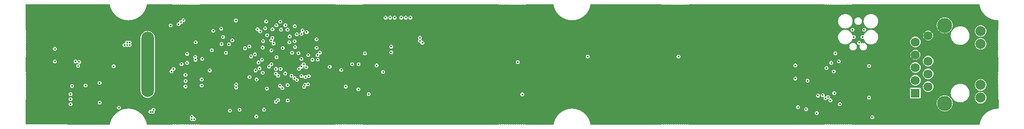
<source format=gbr>
%TF.GenerationSoftware,KiCad,Pcbnew,7.0.2-0*%
%TF.CreationDate,2023-05-18T01:22:18+02:00*%
%TF.ProjectId,panel,70616e65-6c2e-46b6-9963-61645f706362,2.2.0*%
%TF.SameCoordinates,PX2918ffdPY6cadc66*%
%TF.FileFunction,Copper,L2,Inr*%
%TF.FilePolarity,Positive*%
%FSLAX46Y46*%
G04 Gerber Fmt 4.6, Leading zero omitted, Abs format (unit mm)*
G04 Created by KiCad (PCBNEW 7.0.2-0) date 2023-05-18 01:22:18*
%MOMM*%
%LPD*%
G01*
G04 APERTURE LIST*
%TA.AperFunction,ComponentPad*%
%ADD10R,1.800000X1.800000*%
%TD*%
%TA.AperFunction,ComponentPad*%
%ADD11C,1.800000*%
%TD*%
%TA.AperFunction,ComponentPad*%
%ADD12C,2.000000*%
%TD*%
%TA.AperFunction,ComponentPad*%
%ADD13C,3.000000*%
%TD*%
%TA.AperFunction,WasherPad*%
%ADD14O,2.500000X13.000000*%
%TD*%
%TA.AperFunction,ViaPad*%
%ADD15C,0.440000*%
%TD*%
G04 APERTURE END LIST*
D10*
%TO.N,Board_0-/TX_P*%
%TO.C,J2*%
X184997430Y14807430D03*
D11*
%TO.N,Board_0-/TX_N*%
X187537430Y16077430D03*
%TO.N,Board_0-/RX_P*%
X184997430Y17347430D03*
%TO.N,Board_0-Net-(U14-VDD1A)*%
X187537430Y18617430D03*
X184997430Y19887430D03*
%TO.N,Board_0-/RX_N*%
X187537430Y21157430D03*
%TO.N,Board_0-GND*%
X184997430Y22427430D03*
%TO.N,Board_0-Net-(J2-V+)*%
X184997430Y24967430D03*
%TO.N,Board_0-GND*%
X187537430Y26237430D03*
D12*
%TO.N,Board_0-Net-(J2-LLED+)*%
X197947430Y13887430D03*
%TO.N,Board_0-Net-(J2-LLED-)*%
X197947430Y16427430D03*
%TO.N,Board_0-Net-(J2-RLED+)*%
X197947430Y24607430D03*
%TO.N,Board_0-Net-(J2-RLED-)*%
X197947430Y27147430D03*
D13*
%TO.N,Board_0-GND*%
X190837430Y12767430D03*
X190837430Y28267430D03*
%TD*%
D14*
%TO.N,*%
%TO.C,K1*%
X32736110Y20516030D03*
%TD*%
D15*
%TO.N,Board_0-+12V*%
X43456110Y16317430D03*
X50277110Y15922430D03*
X50277110Y16522430D03*
X42256110Y24917430D03*
X43456110Y17517430D03*
%TO.N,Board_0-+15*%
X29147430Y24857430D03*
X28147430Y24357430D03*
X87236110Y24806030D03*
X86736110Y25807430D03*
X28647430Y24857430D03*
X29147430Y24357430D03*
X28647430Y24357430D03*
X86736110Y25207430D03*
%TO.N,Board_0-+3.3V*%
X163336110Y11607430D03*
X63907183Y16436126D03*
X61385110Y22810430D03*
X165436110Y10832430D03*
X60836110Y24907430D03*
X60016110Y18691330D03*
X66236110Y23807430D03*
X169136110Y22705990D03*
X50960110Y11482430D03*
X50236110Y29242030D03*
X59047430Y29008030D03*
X163636110Y17257430D03*
X62636110Y22740630D03*
X23206110Y16817430D03*
X120036110Y22061990D03*
X45056110Y19317430D03*
X56383110Y15695230D03*
X27036110Y11905990D03*
X81736110Y29807430D03*
X25997430Y20137430D03*
X61986110Y23968930D03*
X83036110Y29807430D03*
X107047430Y14557430D03*
X106147430Y20957430D03*
X81036110Y24057430D03*
X80836110Y29807430D03*
X138036110Y22061990D03*
X161186110Y20307430D03*
X59534110Y23768330D03*
X55836110Y11506430D03*
X62316110Y17406030D03*
X58301110Y21951730D03*
X79936110Y29807430D03*
X63747430Y16037430D03*
X76586110Y14596530D03*
X81036110Y22905990D03*
X84836110Y29807430D03*
X161736110Y12006430D03*
X54286928Y10144853D03*
X161186110Y17707430D03*
X63236110Y21607430D03*
X83936110Y29807430D03*
X54536110Y27506030D03*
X78136110Y20306030D03*
X55620110Y25157430D03*
X62736110Y19607430D03*
X57276110Y23297430D03*
%TO.N,Board_0-/12V_EN*%
X49056110Y11317430D03*
X56436110Y26306030D03*
%TO.N,Board_0-/5V_EN*%
X38867110Y28522230D03*
X57236110Y25306030D03*
%TO.N,Board_0-/CIS_ADC_1*%
X66898110Y22860730D03*
X17436110Y14606030D03*
%TO.N,Board_0-/CIS_ADC_2*%
X17436110Y13606030D03*
X66439110Y22369630D03*
%TO.N,Board_0-/CIS_ADC_3*%
X17436110Y12606030D03*
X66456110Y21447430D03*
%TO.N,Board_0-/CIS_CP*%
X52036110Y23707430D03*
X37856110Y19607430D03*
%TO.N,Board_0-/CIS_LED_B*%
X37286110Y28256030D03*
X55547430Y23857430D03*
%TO.N,Board_0-/CIS_LED_G*%
X39836110Y29306030D03*
X59169110Y27414130D03*
%TO.N,Board_0-/CIS_LED_R*%
X57475110Y25784730D03*
X39336110Y28906030D03*
%TO.N,Board_0-/CIS_RS*%
X39456110Y20578430D03*
X54003110Y22502130D03*
%TO.N,Board_0-/CIS_SP*%
X52907110Y24086530D03*
X37456110Y19117430D03*
%TO.N,Board_0-/CIS_SP_TTL*%
X17736110Y16206030D03*
X14336110Y21106030D03*
%TO.N,Board_0-/DEBUG_RX*%
X58600110Y13417430D03*
X174836110Y27405990D03*
%TO.N,Board_0-/DEBUG_TX*%
X172536110Y27405990D03*
X58186110Y13069430D03*
%TO.N,Board_0-/ETH_RST*%
X166636110Y14406030D03*
X61856110Y17766030D03*
%TO.N,Board_0-/FMC_Ax*%
X53236110Y22107430D03*
X42217110Y21417430D03*
%TO.N,Board_0-/FMC_D0*%
X57718110Y24668430D03*
X47390110Y24551730D03*
%TO.N,Board_0-/FMC_D1*%
X48247110Y22817430D03*
X40556110Y22617430D03*
%TO.N,Board_0-/FMC_D2*%
X45456110Y23317430D03*
X57274110Y20530530D03*
%TO.N,Board_0-/FMC_D3*%
X56798110Y20070530D03*
X43556110Y21617430D03*
%TO.N,Board_0-/FMC_D6*%
X63226110Y26547430D03*
X45736110Y27206030D03*
%TO.N,Board_0-/FMC_NEx*%
X52936110Y18007430D03*
X40556110Y20817430D03*
%TO.N,Board_0-/FMC_NOE*%
X58177110Y19625230D03*
X42156110Y22017430D03*
%TO.N,Board_0-/LED1*%
X60046630Y28316510D03*
%TO.N,Board_0-/LED2*%
X64275110Y26922030D03*
%TO.N,Board_0-/LED3*%
X62303110Y26507630D03*
%TO.N,Board_0-/MEMS_CS*%
X57486110Y27507430D03*
X47312110Y27630130D03*
X60476110Y16406630D03*
%TO.N,Board_0-/MEMS_FSYNC*%
X58261459Y28296030D03*
X54921501Y19714530D03*
%TO.N,Board_0-/MEMS_INT*%
X49536110Y25306030D03*
X56236110Y29056030D03*
%TO.N,Board_0-/MEMS_MISO*%
X56036110Y27706030D03*
X47674110Y25943530D03*
%TO.N,Board_0-/MEMS_SCLK*%
X55561110Y18857430D03*
X48836110Y24506030D03*
X55056110Y27068430D03*
%TO.N,Board_0-/OLED_RESET*%
X60506110Y13327230D03*
X54336110Y17507430D03*
%TO.N,Board_0-/QSPI_IO0*%
X72029110Y16099230D03*
X64186110Y19956030D03*
%TO.N,Board_0-/QSPI_IO1*%
X63695110Y20530430D03*
X74566110Y20546030D03*
%TO.N,Board_0-/QSPI_IO2*%
X63251110Y20070630D03*
X73296110Y20545030D03*
%TO.N,Board_0-/QSPI_IO3*%
X64686110Y18166030D03*
X74536110Y15556030D03*
%TO.N,Board_0-/QSPI_nCS*%
X61875110Y25108630D03*
X75836110Y22706030D03*
%TO.N,Board_0-/RMII_MDC*%
X71136110Y19406030D03*
X165686110Y14307430D03*
%TO.N,Board_0-/RMII_TXD0*%
X58623110Y18245830D03*
X167686110Y14032430D03*
%TO.N,Board_0-/RMII_TXD1*%
X59097110Y19599330D03*
X168161110Y13357430D03*
%TO.N,Board_0-/RMII_TX_EN*%
X58177110Y18679930D03*
X167186110Y13764330D03*
%TO.N,Board_0-/RST*%
X79436110Y19006030D03*
X174517691Y25964185D03*
%TO.N,Board_0-/SWD-CLK*%
X54147430Y19307430D03*
X172791830Y25963262D03*
X66236110Y25513030D03*
%TO.N,Board_0-/SWD-IO*%
X173836110Y24805990D03*
X55418110Y21449930D03*
%TO.N,Board_0-/SW_1*%
X60476110Y27427230D03*
%TO.N,Board_0-/SW_2*%
X63460110Y27283830D03*
%TO.N,Board_0-/SW_3*%
X60916110Y26067630D03*
%TO.N,Board_0-AVDD*%
X18436110Y21106030D03*
X19136110Y21006030D03*
X33897430Y11487430D03*
X33297430Y11087430D03*
X33747430Y11087430D03*
X18936110Y20206030D03*
X23236110Y12906030D03*
%TO.N,Board_0-GND*%
X55836110Y16507430D03*
X85636110Y27306030D03*
X28997430Y19537430D03*
X11836110Y22706030D03*
X51236110Y27306030D03*
X16436110Y31507430D03*
X15736110Y18806030D03*
X78036110Y15856030D03*
X50636110Y27143430D03*
X182586110Y20957430D03*
X56036110Y29907430D03*
X52136110Y27307430D03*
X51936110Y17307430D03*
X69497430Y22706030D03*
X58656110Y24652830D03*
X20936110Y23106030D03*
X38497430Y10587430D03*
X59526110Y22777430D03*
X65247430Y14357430D03*
X18236110Y18006030D03*
X116136110Y17557430D03*
X166286110Y17082430D03*
X104347430Y21157430D03*
X170776110Y13847430D03*
X199747430Y28957430D03*
X63206110Y22776030D03*
X190036110Y20457430D03*
X39347430Y14137430D03*
X69209110Y20986130D03*
X37736110Y16117430D03*
X64149110Y19169930D03*
X63847430Y14357430D03*
X44647430Y13137430D03*
X65986110Y21906030D03*
X19036110Y17306030D03*
X18636110Y31807430D03*
X163736110Y22157430D03*
X26336110Y24706030D03*
X29236110Y16906030D03*
X84486110Y27207430D03*
X83786110Y27207430D03*
X28647430Y22006030D03*
X165486110Y28557430D03*
X25136110Y22006030D03*
X55036110Y29907430D03*
X18836110Y19106030D03*
X60486110Y22807430D03*
X76886110Y24257430D03*
X36197430Y9737430D03*
X29736110Y21506030D03*
X55447430Y10257430D03*
X62086110Y30757430D03*
X40847430Y14438830D03*
X45777110Y12122430D03*
X87756110Y22417430D03*
X38697430Y14087430D03*
X78436110Y17906030D03*
X71076110Y16266030D03*
X166911110Y16457430D03*
X170936110Y19606030D03*
X20936110Y21906030D03*
X64596110Y21454630D03*
X61286110Y29957430D03*
X174236110Y21405990D03*
X65321110Y18763930D03*
X134297430Y17557430D03*
X53236110Y27307430D03*
X22752110Y25491530D03*
X85836110Y22257430D03*
X38430699Y11270699D03*
X38497430Y9587430D03*
X62786110Y17777430D03*
X83086110Y27207430D03*
X24097430Y19706030D03*
X174631110Y10807430D03*
X21236110Y27206030D03*
X68797430Y22087430D03*
X44247430Y12637430D03*
X48686110Y12557430D03*
X24097430Y20137430D03*
X22636110Y27206030D03*
X106647430Y12457430D03*
X165645681Y23831177D03*
X68909221Y23475639D03*
X72036110Y22906030D03*
X84536110Y22407430D03*
X51336110Y30007430D03*
X16236110Y18006030D03*
X81136110Y27207430D03*
X60936110Y29156030D03*
X26337430Y24227430D03*
X60436110Y23841430D03*
X58176110Y23277430D03*
X52836110Y21607430D03*
X67718023Y21224077D03*
X82886110Y22957430D03*
X58176110Y20537430D03*
X18966310Y29319730D03*
X26116110Y26406030D03*
X48236110Y29242030D03*
X21336110Y11606430D03*
X166936110Y28006030D03*
X199747430Y18257430D03*
X68736110Y15007430D03*
X28547430Y18387430D03*
X14336110Y22407430D03*
X38136110Y18417430D03*
X167586110Y17082430D03*
X44147430Y10487430D03*
X59469110Y20716130D03*
X11836110Y22106030D03*
X35547430Y10437430D03*
X60986110Y19573430D03*
X61396110Y16377430D03*
X61022110Y15093030D03*
X59106110Y18687430D03*
X25136110Y11005990D03*
X81836110Y27207430D03*
X42548110Y25725730D03*
X17436110Y22706030D03*
X167714110Y21879630D03*
X168336110Y11107430D03*
X166936110Y17757430D03*
X17036110Y29607430D03*
X54877110Y12722430D03*
X38497430Y10087430D03*
X53936110Y21907430D03*
X165636110Y22257430D03*
X14736110Y21906030D03*
X68236110Y14307430D03*
X81836110Y22957430D03*
X173481110Y14507430D03*
X53236110Y25707430D03*
X57086110Y12957430D03*
X16336110Y22706030D03*
X160906110Y15552530D03*
X37736110Y17217430D03*
X38197430Y14087430D03*
X61636110Y14207430D03*
X53236110Y24607430D03*
X52036110Y20807430D03*
X24097430Y19287430D03*
X62334110Y24657430D03*
X14136110Y21806030D03*
X20936110Y24206030D03*
X170936110Y22705990D03*
X174631110Y17157430D03*
X27397430Y17912430D03*
%TO.N,Board_0-Net-(J2-LLED+)*%
X167374110Y19807230D03*
%TO.N,Board_0-Net-(J2-RLED+)*%
X168336110Y20807430D03*
%TO.N,Board_0-Net-(K1-IREF)*%
X40236110Y18417430D03*
%TO.N,Board_0-Net-(K1-VLOGIC)*%
X40256110Y17217430D03*
%TO.N,Board_0-Net-(K1-VP)*%
X40236110Y16117430D03*
%TO.N,Board_0-Net-(K2-Pin_5)*%
X14336110Y23606030D03*
X20436110Y16306030D03*
%TO.N,Board_0-Net-(U14-VDD1A)*%
X176456110Y10017430D03*
X168836110Y19107430D03*
X168936110Y14807430D03*
X170036110Y12607430D03*
X169835110Y21107430D03*
X175831110Y20207430D03*
X175831110Y13907430D03*
%TO.N,Board_0-Net-(U2-PDR_ON)*%
X61267110Y18237430D03*
%TO.N,Board_0-Net-(U2-VDDA)*%
X64596110Y22366730D03*
%TO.N,Board_0-Net-(U2-VDDSMPS)*%
X64547430Y16549990D03*
X64036110Y18007430D03*
%TO.N,Board_0-Net-(U2-VFBSMPS)*%
X61915110Y28093130D03*
X63236110Y18212730D03*
X58986110Y16257430D03*
X59436110Y15807430D03*
X54736110Y20907430D03*
%TO.N,Board_0-VERF+*%
X41497430Y10087430D03*
X41497430Y9637430D03*
X68847430Y20037430D03*
X41947430Y9637430D03*
X65426110Y21426030D03*
%TD*%
%TA.AperFunction,Conductor*%
%TO.N,Board_0-GND*%
G36*
X25225851Y32476466D02*
G01*
X25236418Y32452062D01*
X25238221Y32452379D01*
X25238771Y32449254D01*
X25238772Y32449250D01*
X25240283Y32440679D01*
X25240486Y32439528D01*
X25240815Y32437340D01*
X25242041Y32427559D01*
X25243004Y32424044D01*
X25244088Y32418920D01*
X25248307Y32390923D01*
X25249359Y32387428D01*
X25250571Y32382332D01*
X25262822Y32312851D01*
X25263426Y32307651D01*
X25263632Y32304019D01*
X25269245Y32276246D01*
X25269978Y32271067D01*
X25270276Y32267431D01*
X25272473Y32257803D01*
X25272911Y32255635D01*
X25274624Y32245924D01*
X25275755Y32242481D01*
X25277095Y32237412D01*
X25282708Y32209646D01*
X25283933Y32206207D01*
X25285398Y32201175D01*
X25301098Y32132387D01*
X25301961Y32127225D01*
X25302350Y32123590D01*
X25309338Y32096149D01*
X25310327Y32091019D01*
X25310806Y32087402D01*
X25310807Y32087397D01*
X25313477Y32077907D01*
X25314024Y32075757D01*
X25316218Y32066143D01*
X25317530Y32062732D01*
X25319116Y32057751D01*
X25324115Y32038125D01*
X25326112Y32030282D01*
X25327500Y32026926D01*
X25329213Y32021976D01*
X25336825Y31994923D01*
X25348318Y31954071D01*
X25348320Y31954066D01*
X25349439Y31948952D01*
X25350007Y31945349D01*
X25358353Y31918293D01*
X25359600Y31913204D01*
X25360258Y31909613D01*
X25363405Y31900246D01*
X25364057Y31898131D01*
X25366723Y31888657D01*
X25368198Y31885328D01*
X25370035Y31880419D01*
X25378385Y31853349D01*
X25379946Y31850050D01*
X25381899Y31845201D01*
X25395144Y31805785D01*
X25404370Y31778326D01*
X25405743Y31773271D01*
X25406489Y31769707D01*
X25416179Y31743079D01*
X25417674Y31738072D01*
X25418511Y31734520D01*
X25418513Y31734512D01*
X25422121Y31725318D01*
X25422878Y31723238D01*
X25426016Y31713899D01*
X25427650Y31710658D01*
X25429730Y31705847D01*
X25432902Y31697132D01*
X25439418Y31679228D01*
X25441138Y31676017D01*
X25443334Y31671266D01*
X25469116Y31605576D01*
X25470738Y31600602D01*
X25471662Y31597075D01*
X25482662Y31570978D01*
X25484407Y31566047D01*
X25485420Y31562539D01*
X25489474Y31553555D01*
X25490335Y31551514D01*
X25493943Y31542321D01*
X25495738Y31539163D01*
X25498053Y31534465D01*
X25509058Y31508360D01*
X25510938Y31505236D01*
X25513372Y31500592D01*
X25542386Y31436288D01*
X25544254Y31431400D01*
X25545354Y31427918D01*
X25557640Y31402407D01*
X25559631Y31397562D01*
X25560816Y31394113D01*
X25565320Y31385327D01*
X25566281Y31383332D01*
X25570337Y31374344D01*
X25572288Y31371278D01*
X25574836Y31366699D01*
X25587128Y31341176D01*
X25589159Y31338154D01*
X25591820Y31333638D01*
X25624004Y31270861D01*
X25626114Y31266071D01*
X25627384Y31262654D01*
X25640932Y31237775D01*
X25643161Y31233037D01*
X25644516Y31229652D01*
X25649453Y31221101D01*
X25650505Y31219169D01*
X25655009Y31210384D01*
X25655012Y31210380D01*
X25657118Y31207408D01*
X25659891Y31202961D01*
X25673432Y31178094D01*
X25675608Y31175181D01*
X25678493Y31170802D01*
X25713767Y31109705D01*
X25716115Y31105021D01*
X25717553Y31101673D01*
X25717749Y31101353D01*
X25732323Y31077504D01*
X25734784Y31072886D01*
X25736309Y31069567D01*
X25740624Y31062887D01*
X25741648Y31061301D01*
X25741655Y31061291D01*
X25742813Y31059396D01*
X25747749Y31050847D01*
X25750005Y31047977D01*
X25752985Y31043692D01*
X25767002Y31020755D01*
X25767763Y31019509D01*
X25770085Y31016704D01*
X25773183Y31012476D01*
X25811452Y30953224D01*
X25814032Y30948660D01*
X25815633Y30945392D01*
X25831595Y30921977D01*
X25834284Y30917486D01*
X25835965Y30914261D01*
X25841729Y30906244D01*
X25842977Y30904413D01*
X25848327Y30896130D01*
X25850716Y30893385D01*
X25853916Y30889238D01*
X25869862Y30865848D01*
X25869865Y30865845D01*
X25869867Y30865842D01*
X25872343Y30863136D01*
X25875637Y30859080D01*
X25916820Y30801797D01*
X25919622Y30797374D01*
X25921394Y30794172D01*
X25938491Y30771602D01*
X25941402Y30767248D01*
X25943242Y30764111D01*
X25949390Y30756402D01*
X25950727Y30754637D01*
X25956491Y30746619D01*
X25959017Y30743994D01*
X25959019Y30743992D01*
X25962420Y30740012D01*
X25977939Y30719525D01*
X25979529Y30717427D01*
X25982113Y30714872D01*
X25985615Y30710976D01*
X26029599Y30655823D01*
X26032620Y30651540D01*
X26034536Y30648451D01*
X26052739Y30626758D01*
X26055865Y30622552D01*
X26057871Y30619492D01*
X26064413Y30612079D01*
X26065823Y30610399D01*
X26071975Y30602685D01*
X26074634Y30600184D01*
X26078225Y30596382D01*
X26093098Y30578656D01*
X26096422Y30574695D01*
X26099136Y30572267D01*
X26102827Y30568551D01*
X26149519Y30515642D01*
X26149525Y30515636D01*
X26152755Y30511510D01*
X26154834Y30508505D01*
X26174088Y30487756D01*
X26177423Y30483708D01*
X26179565Y30480771D01*
X26183828Y30476400D01*
X26186444Y30473717D01*
X26187946Y30472097D01*
X26194482Y30464692D01*
X26197267Y30462323D01*
X26201046Y30458704D01*
X26220322Y30437931D01*
X26223146Y30435648D01*
X26227018Y30432119D01*
X26276277Y30381616D01*
X26279711Y30377653D01*
X26281924Y30374772D01*
X26302201Y30354994D01*
X26305728Y30351123D01*
X26308019Y30348290D01*
X26308022Y30348288D01*
X26308023Y30348286D01*
X26315270Y30341562D01*
X26316831Y30340039D01*
X26323726Y30332970D01*
X26326611Y30330754D01*
X26330569Y30327324D01*
X26350846Y30307546D01*
X26350849Y30307544D01*
X26353797Y30305394D01*
X26357826Y30302075D01*
X26409560Y30254073D01*
X26413177Y30250297D01*
X26415538Y30247522D01*
X26428970Y30235668D01*
X26436768Y30228787D01*
X26440485Y30225096D01*
X26442923Y30222371D01*
X26442924Y30222370D01*
X26450476Y30216033D01*
X26452137Y30214567D01*
X26458555Y30208613D01*
X26459372Y30207855D01*
X26462059Y30205997D01*
X26462359Y30205789D01*
X26466491Y30202555D01*
X26487726Y30183815D01*
X26490764Y30181824D01*
X26494977Y30178693D01*
X26549018Y30133347D01*
X26552828Y30129747D01*
X26555318Y30127100D01*
X26555319Y30127099D01*
X26559789Y30123534D01*
X26577477Y30109427D01*
X26581363Y30105935D01*
X26583934Y30103335D01*
X26588509Y30099870D01*
X26591783Y30097390D01*
X26593515Y30096009D01*
X26601087Y30089656D01*
X26604181Y30087736D01*
X26608457Y30084721D01*
X26630592Y30067068D01*
X26633741Y30065221D01*
X26638086Y30062317D01*
X26667561Y30039991D01*
X26694331Y30019714D01*
X26698316Y30016308D01*
X26700938Y30013785D01*
X26723944Y29997244D01*
X26728004Y29993945D01*
X26728010Y29993940D01*
X26730697Y29991480D01*
X26738875Y29985904D01*
X26740674Y29984611D01*
X26748516Y29978671D01*
X26751695Y29976913D01*
X26756114Y29974114D01*
X26779109Y29957581D01*
X26782339Y29955897D01*
X26786832Y29953208D01*
X26841278Y29916087D01*
X26845148Y29913449D01*
X26849288Y29910254D01*
X26852046Y29907853D01*
X26875840Y29892486D01*
X26880055Y29889398D01*
X26882859Y29887077D01*
X26889037Y29883302D01*
X26891270Y29881938D01*
X26893115Y29880746D01*
X26901288Y29875173D01*
X26904552Y29873574D01*
X26909123Y29870991D01*
X26932924Y29855619D01*
X26936222Y29854104D01*
X26940855Y29851636D01*
X27001040Y29814857D01*
X27005343Y29811866D01*
X27007649Y29810053D01*
X27008211Y29809611D01*
X27032749Y29795444D01*
X27037102Y29792577D01*
X27040037Y29790385D01*
X27048698Y29785669D01*
X27048700Y29785668D01*
X27050626Y29784556D01*
X27059033Y29779418D01*
X27060753Y29778679D01*
X27062384Y29777978D01*
X27067067Y29775631D01*
X27091592Y29761471D01*
X27094974Y29760117D01*
X27099713Y29757887D01*
X27130694Y29741016D01*
X27161680Y29724143D01*
X27166119Y29721374D01*
X27169091Y29719268D01*
X27193077Y29706971D01*
X27194302Y29706343D01*
X27198810Y29703686D01*
X27201835Y29701653D01*
X27210719Y29697375D01*
X27210734Y29697368D01*
X27212710Y29696354D01*
X27221355Y29691645D01*
X27221359Y29691644D01*
X27221360Y29691643D01*
X27224767Y29690377D01*
X27229562Y29688267D01*
X27254766Y29675344D01*
X27258218Y29674159D01*
X27263050Y29672174D01*
X27326634Y29641553D01*
X27331202Y29639011D01*
X27334279Y29637053D01*
X27354608Y29627881D01*
X27360092Y29625406D01*
X27364734Y29622973D01*
X27366467Y29621931D01*
X27367857Y29621094D01*
X27376929Y29617270D01*
X27378938Y29616364D01*
X27387854Y29612070D01*
X27389734Y29611476D01*
X27391323Y29610974D01*
X27396220Y29609104D01*
X27422038Y29597454D01*
X27422040Y29597454D01*
X27422041Y29597453D01*
X27425536Y29596444D01*
X27430484Y29594695D01*
X27495478Y29567297D01*
X27500175Y29564982D01*
X27503339Y29563184D01*
X27529717Y29552831D01*
X27534464Y29550636D01*
X27537686Y29548910D01*
X27537688Y29548909D01*
X27546997Y29545521D01*
X27549031Y29544723D01*
X27558110Y29540896D01*
X27560138Y29540365D01*
X27561619Y29539977D01*
X27566596Y29538356D01*
X27592961Y29528007D01*
X27596519Y29527170D01*
X27601525Y29525675D01*
X27657141Y29505433D01*
X27667834Y29501541D01*
X27672648Y29499460D01*
X27675896Y29497823D01*
X27675898Y29497822D01*
X27702748Y29488801D01*
X27707612Y29486840D01*
X27710909Y29485279D01*
X27720348Y29482368D01*
X27722453Y29481661D01*
X27729976Y29478923D01*
X27731702Y29478295D01*
X27735266Y29477550D01*
X27740313Y29476180D01*
X27767163Y29467157D01*
X27770759Y29466498D01*
X27775830Y29465255D01*
X27843264Y29444456D01*
X27848167Y29442620D01*
X27851493Y29441146D01*
X27878759Y29433475D01*
X27883711Y29431760D01*
X27885189Y29431149D01*
X27887077Y29430368D01*
X27896655Y29427930D01*
X27898769Y29427335D01*
X27908201Y29424425D01*
X27911808Y29423857D01*
X27916900Y29422744D01*
X27944174Y29415069D01*
X27947786Y29414592D01*
X27952918Y29413603D01*
X28021307Y29396189D01*
X28026304Y29394597D01*
X28029691Y29393294D01*
X28029692Y29393294D01*
X28029697Y29393292D01*
X28057319Y29386988D01*
X28062342Y29385525D01*
X28065773Y29384302D01*
X28075439Y29382349D01*
X28077588Y29381858D01*
X28087153Y29379421D01*
X28087156Y29379421D01*
X28087159Y29379420D01*
X28090789Y29379033D01*
X28095953Y29378170D01*
X28123562Y29371868D01*
X28127196Y29371572D01*
X28132369Y29370841D01*
X28196143Y29357948D01*
X28201530Y29356859D01*
X28206600Y29355518D01*
X28208193Y29354995D01*
X28210056Y29354383D01*
X28237958Y29349463D01*
X28243053Y29348252D01*
X28246537Y29347202D01*
X28256303Y29345731D01*
X28258476Y29345347D01*
X28260858Y29344866D01*
X28268145Y29343392D01*
X28271772Y29343187D01*
X28276982Y29342583D01*
X28304872Y29337664D01*
X28308521Y29337549D01*
X28313720Y29337077D01*
X28383506Y29326559D01*
X28388624Y29325475D01*
X28392138Y29324511D01*
X28420246Y29320990D01*
X28425380Y29320036D01*
X28428926Y29319158D01*
X28438758Y29318175D01*
X28440922Y29317904D01*
X28450696Y29316430D01*
X28454343Y29316406D01*
X28459567Y29316061D01*
X28487661Y29312540D01*
X28487661Y29312541D01*
X28487670Y29312539D01*
X28491319Y29312606D01*
X28496537Y29312393D01*
X28566765Y29305366D01*
X28571921Y29304540D01*
X28575487Y29303751D01*
X28603730Y29301635D01*
X28608921Y29300936D01*
X28612488Y29300240D01*
X28622340Y29299749D01*
X28624520Y29299586D01*
X28634365Y29298600D01*
X28638007Y29298757D01*
X28643246Y29298675D01*
X28671497Y29296557D01*
X28671498Y29296558D01*
X28671499Y29296557D01*
X28672423Y29296621D01*
X28675121Y29296805D01*
X28680354Y29296853D01*
X28750831Y29293336D01*
X28756030Y29292768D01*
X28759633Y29292157D01*
X28787950Y29291452D01*
X28793172Y29291012D01*
X28796765Y29290495D01*
X28796767Y29290495D01*
X28806622Y29290495D01*
X28808838Y29290440D01*
X28809290Y29290418D01*
X28818697Y29289948D01*
X28822324Y29290287D01*
X28827558Y29290464D01*
X28855883Y29289758D01*
X28859032Y29290132D01*
X28859498Y29290186D01*
X28864730Y29290495D01*
X28935269Y29290495D01*
X28940501Y29290186D01*
X28941028Y29290124D01*
X28944116Y29289758D01*
X28972439Y29290464D01*
X28977675Y29290286D01*
X28981302Y29289948D01*
X28990746Y29290420D01*
X28991161Y29290440D01*
X28993377Y29290495D01*
X29003235Y29290495D01*
X29006828Y29291012D01*
X29012050Y29291452D01*
X29040366Y29292157D01*
X29043968Y29292768D01*
X29049168Y29293336D01*
X29119643Y29296853D01*
X29124860Y29296806D01*
X29128502Y29296557D01*
X29156751Y29298675D01*
X29161990Y29298757D01*
X29165634Y29298600D01*
X29175480Y29299586D01*
X29177653Y29299749D01*
X29187511Y29300240D01*
X29191079Y29300937D01*
X29196260Y29301635D01*
X29224512Y29303751D01*
X29228070Y29304539D01*
X29233238Y29305366D01*
X29303460Y29312393D01*
X29308678Y29312606D01*
X29312329Y29312539D01*
X29312337Y29312540D01*
X29340432Y29316061D01*
X29345655Y29316406D01*
X29349303Y29316430D01*
X29359065Y29317903D01*
X29361248Y29318176D01*
X29371073Y29319158D01*
X29374619Y29320036D01*
X29379753Y29320989D01*
X29407862Y29324511D01*
X29411372Y29325474D01*
X29416490Y29326558D01*
X29486275Y29337077D01*
X29491478Y29337549D01*
X29495127Y29337664D01*
X29523017Y29342583D01*
X29528225Y29343187D01*
X29531854Y29343392D01*
X29541547Y29345353D01*
X29543683Y29345729D01*
X29553462Y29347202D01*
X29556952Y29348254D01*
X29562035Y29349463D01*
X29589943Y29354383D01*
X29593404Y29355521D01*
X29598458Y29356858D01*
X29667631Y29370841D01*
X29672800Y29371572D01*
X29676437Y29371868D01*
X29704063Y29378174D01*
X29709210Y29379033D01*
X29712841Y29379420D01*
X29722432Y29381863D01*
X29724567Y29382350D01*
X29734226Y29384302D01*
X29736640Y29385162D01*
X29737665Y29385527D01*
X29742681Y29386989D01*
X29770302Y29393292D01*
X29773702Y29394601D01*
X29778680Y29396186D01*
X29847079Y29413603D01*
X29852212Y29414592D01*
X29855826Y29415069D01*
X29858709Y29415880D01*
X29861991Y29416804D01*
X29883093Y29422742D01*
X29888197Y29423858D01*
X29891798Y29424425D01*
X29901245Y29427340D01*
X29903318Y29427923D01*
X29912922Y29430368D01*
X29916292Y29431763D01*
X29921237Y29433475D01*
X29948507Y29441146D01*
X29951840Y29442624D01*
X29956731Y29444455D01*
X30024173Y29465258D01*
X30029250Y29466501D01*
X30032835Y29467157D01*
X30059673Y29476176D01*
X30064735Y29477549D01*
X30066561Y29477932D01*
X30068297Y29478294D01*
X30077616Y29481687D01*
X30079635Y29482365D01*
X30089092Y29485281D01*
X30092398Y29486847D01*
X30097232Y29488795D01*
X30124101Y29497821D01*
X30127363Y29499467D01*
X30132150Y29501536D01*
X30198476Y29525676D01*
X30203466Y29527166D01*
X30207037Y29528006D01*
X30233406Y29538357D01*
X30238365Y29539973D01*
X30241889Y29540895D01*
X30250987Y29544731D01*
X30253016Y29545527D01*
X30262311Y29548909D01*
X30265536Y29550638D01*
X30270278Y29552830D01*
X30296660Y29563184D01*
X30299822Y29564981D01*
X30304514Y29567293D01*
X30369516Y29594695D01*
X30374463Y29596445D01*
X30377961Y29597454D01*
X30403785Y29609108D01*
X30408674Y29610974D01*
X30412145Y29612070D01*
X30421068Y29616369D01*
X30423034Y29617255D01*
X30432142Y29621093D01*
X30435271Y29622977D01*
X30439881Y29625395D01*
X30465720Y29637053D01*
X30468793Y29639010D01*
X30473362Y29641552D01*
X30536943Y29672170D01*
X30541783Y29674159D01*
X30545233Y29675344D01*
X30570447Y29688272D01*
X30575222Y29690373D01*
X30578640Y29691643D01*
X30587316Y29696369D01*
X30589256Y29697364D01*
X30598164Y29701652D01*
X30601198Y29703692D01*
X30605695Y29706343D01*
X30630908Y29719268D01*
X30633873Y29721371D01*
X30638322Y29724145D01*
X30700294Y29757893D01*
X30705027Y29760119D01*
X30708407Y29761471D01*
X30732934Y29775634D01*
X30737613Y29777978D01*
X30740966Y29779418D01*
X30749406Y29784577D01*
X30751267Y29785652D01*
X30759962Y29790385D01*
X30762877Y29792564D01*
X30767259Y29795451D01*
X30788012Y29807431D01*
X79560991Y29807431D01*
X79579351Y29691514D01*
X79579351Y29691513D01*
X79579352Y29691512D01*
X79632633Y29586941D01*
X79715621Y29503953D01*
X79820192Y29450672D01*
X79859425Y29444458D01*
X79936109Y29432312D01*
X79936109Y29432313D01*
X79936110Y29432312D01*
X80052028Y29450672D01*
X80156599Y29503953D01*
X80239587Y29586941D01*
X80292868Y29691512D01*
X80311228Y29807430D01*
X80311228Y29807431D01*
X80460991Y29807431D01*
X80479351Y29691514D01*
X80479351Y29691513D01*
X80479352Y29691512D01*
X80532633Y29586941D01*
X80615621Y29503953D01*
X80720192Y29450672D01*
X80759425Y29444458D01*
X80836109Y29432312D01*
X80836109Y29432313D01*
X80836110Y29432312D01*
X80952028Y29450672D01*
X81056599Y29503953D01*
X81139587Y29586941D01*
X81192868Y29691512D01*
X81211228Y29807430D01*
X81211228Y29807431D01*
X81360991Y29807431D01*
X81379351Y29691514D01*
X81379351Y29691513D01*
X81379352Y29691512D01*
X81432633Y29586941D01*
X81515621Y29503953D01*
X81620192Y29450672D01*
X81659425Y29444458D01*
X81736109Y29432312D01*
X81736109Y29432313D01*
X81736110Y29432312D01*
X81852028Y29450672D01*
X81956599Y29503953D01*
X82039587Y29586941D01*
X82092868Y29691512D01*
X82111228Y29807430D01*
X82111228Y29807431D01*
X82660991Y29807431D01*
X82679351Y29691514D01*
X82679351Y29691513D01*
X82679352Y29691512D01*
X82732633Y29586941D01*
X82815621Y29503953D01*
X82920192Y29450672D01*
X83036110Y29432312D01*
X83152028Y29450672D01*
X83256599Y29503953D01*
X83339587Y29586941D01*
X83392868Y29691512D01*
X83411228Y29807430D01*
X83411228Y29807431D01*
X83560991Y29807431D01*
X83579351Y29691514D01*
X83579351Y29691513D01*
X83579352Y29691512D01*
X83632633Y29586941D01*
X83715621Y29503953D01*
X83820192Y29450672D01*
X83859425Y29444458D01*
X83936109Y29432312D01*
X83936109Y29432313D01*
X83936110Y29432312D01*
X84052028Y29450672D01*
X84156599Y29503953D01*
X84239587Y29586941D01*
X84292868Y29691512D01*
X84311228Y29807430D01*
X84460991Y29807430D01*
X84479351Y29691514D01*
X84479351Y29691513D01*
X84479352Y29691512D01*
X84532633Y29586941D01*
X84615621Y29503953D01*
X84720192Y29450672D01*
X84759425Y29444458D01*
X84836109Y29432312D01*
X84836109Y29432313D01*
X84836110Y29432312D01*
X84952028Y29450672D01*
X85056599Y29503953D01*
X85139587Y29586941D01*
X85192868Y29691512D01*
X85211228Y29807430D01*
X85210525Y29811866D01*
X85197861Y29891823D01*
X85192868Y29923348D01*
X85139587Y30027919D01*
X85056599Y30110907D01*
X84952028Y30164188D01*
X84952027Y30164189D01*
X84952026Y30164189D01*
X84836110Y30182549D01*
X84720193Y30164189D01*
X84615619Y30110906D01*
X84532634Y30027921D01*
X84479351Y29923347D01*
X84460991Y29807430D01*
X84311228Y29807430D01*
X84310525Y29811866D01*
X84297861Y29891823D01*
X84292868Y29923348D01*
X84239587Y30027919D01*
X84156599Y30110907D01*
X84052028Y30164188D01*
X84052027Y30164189D01*
X84052026Y30164189D01*
X83936110Y30182549D01*
X83820193Y30164189D01*
X83715619Y30110906D01*
X83632634Y30027921D01*
X83579351Y29923347D01*
X83560991Y29807431D01*
X83411228Y29807431D01*
X83410525Y29811866D01*
X83397861Y29891823D01*
X83392868Y29923348D01*
X83339587Y30027919D01*
X83256599Y30110907D01*
X83152028Y30164188D01*
X83152027Y30164189D01*
X83152026Y30164189D01*
X83036110Y30182549D01*
X82920193Y30164189D01*
X82815619Y30110906D01*
X82732634Y30027921D01*
X82679351Y29923347D01*
X82660991Y29807431D01*
X82111228Y29807431D01*
X82110525Y29811866D01*
X82097861Y29891823D01*
X82092868Y29923348D01*
X82039587Y30027919D01*
X81956599Y30110907D01*
X81852028Y30164188D01*
X81852027Y30164189D01*
X81852026Y30164189D01*
X81736109Y30182549D01*
X81620193Y30164189D01*
X81515619Y30110906D01*
X81432634Y30027921D01*
X81379351Y29923347D01*
X81360991Y29807431D01*
X81211228Y29807431D01*
X81192868Y29923348D01*
X81139587Y30027919D01*
X81056599Y30110907D01*
X80952028Y30164188D01*
X80952027Y30164189D01*
X80952026Y30164189D01*
X80836110Y30182549D01*
X80720193Y30164189D01*
X80615619Y30110906D01*
X80532634Y30027921D01*
X80479351Y29923347D01*
X80460991Y29807431D01*
X80311228Y29807431D01*
X80310525Y29811866D01*
X80297861Y29891823D01*
X80292868Y29923348D01*
X80239587Y30027919D01*
X80156599Y30110907D01*
X80052028Y30164188D01*
X80052027Y30164189D01*
X80052026Y30164189D01*
X79936110Y30182549D01*
X79820193Y30164189D01*
X79715619Y30110906D01*
X79632634Y30027921D01*
X79579351Y29923347D01*
X79560991Y29807431D01*
X30788012Y29807431D01*
X30791788Y29809611D01*
X30794659Y29811871D01*
X30798932Y29814842D01*
X30859162Y29851648D01*
X30863766Y29854100D01*
X30867074Y29855619D01*
X30890889Y29871000D01*
X30895424Y29873563D01*
X30898711Y29875173D01*
X30906882Y29880745D01*
X30908702Y29881920D01*
X30917140Y29887076D01*
X30919951Y29889404D01*
X30924170Y29892495D01*
X30947953Y29907853D01*
X30950702Y29910246D01*
X30954850Y29913449D01*
X30956804Y29914781D01*
X31013172Y29953213D01*
X31017657Y29955897D01*
X31020890Y29957581D01*
X31043878Y29974110D01*
X31048294Y29976907D01*
X31051484Y29978671D01*
X31059353Y29984633D01*
X31061104Y29985892D01*
X31069301Y29991479D01*
X31071989Y29993941D01*
X31076065Y29997252D01*
X31099061Y30013785D01*
X31101687Y30016313D01*
X31105668Y30019714D01*
X31161905Y30062312D01*
X31166248Y30065216D01*
X31169407Y30067068D01*
X31191551Y30084730D01*
X31195827Y30087745D01*
X31198913Y30089658D01*
X31206481Y30096010D01*
X31208149Y30097341D01*
X31216065Y30103335D01*
X31218645Y30105946D01*
X31222527Y30109434D01*
X31244679Y30127099D01*
X31247174Y30129753D01*
X31250968Y30133339D01*
X31305027Y30178699D01*
X31309210Y30181808D01*
X31312273Y30183815D01*
X31333510Y30202559D01*
X31337624Y30205778D01*
X31340626Y30207854D01*
X31347878Y30214585D01*
X31349485Y30216004D01*
X31357076Y30222371D01*
X31359512Y30225094D01*
X31363219Y30228778D01*
X31384461Y30247522D01*
X31386826Y30250303D01*
X31390437Y30254074D01*
X31442166Y30302071D01*
X31446200Y30305394D01*
X31449150Y30307544D01*
X31469420Y30327317D01*
X31473379Y30330748D01*
X31476273Y30332970D01*
X31483165Y30340039D01*
X31484725Y30341560D01*
X31491976Y30348286D01*
X31494272Y30351127D01*
X31497799Y30354996D01*
X31518071Y30374768D01*
X31518075Y30374772D01*
X31520288Y30377655D01*
X31523719Y30381616D01*
X31572981Y30432122D01*
X31576860Y30435654D01*
X31579677Y30437931D01*
X31598946Y30458699D01*
X31602737Y30462328D01*
X31605511Y30464687D01*
X31609237Y30468911D01*
X31612049Y30472095D01*
X31613559Y30473723D01*
X31614959Y30475158D01*
X31620434Y30480771D01*
X31622578Y30483712D01*
X31625910Y30487756D01*
X31645166Y30508506D01*
X31647244Y30511512D01*
X31650467Y30515630D01*
X31697177Y30568558D01*
X31700852Y30572258D01*
X31703577Y30574695D01*
X31721788Y30596401D01*
X31725360Y30600181D01*
X31728024Y30602685D01*
X31734186Y30610414D01*
X31735564Y30612056D01*
X31742127Y30619491D01*
X31743439Y30621494D01*
X31744135Y30622554D01*
X31747259Y30626759D01*
X31765462Y30648450D01*
X31767381Y30651546D01*
X31770389Y30655811D01*
X31814385Y30710980D01*
X31817885Y30714872D01*
X31820471Y30717428D01*
X31837584Y30740021D01*
X31840974Y30743987D01*
X31843508Y30746619D01*
X31849290Y30754665D01*
X31850577Y30756364D01*
X31856754Y30764107D01*
X31857013Y30764550D01*
X31858596Y30767247D01*
X31861510Y30771606D01*
X31878606Y30794174D01*
X31880381Y30797383D01*
X31883170Y30801788D01*
X31924366Y30859088D01*
X31927660Y30863142D01*
X31930132Y30865842D01*
X31946088Y30889249D01*
X31949288Y30893394D01*
X31951671Y30896129D01*
X31957037Y30904440D01*
X31958247Y30906214D01*
X31964030Y30914256D01*
X31965715Y30917490D01*
X31968393Y30921966D01*
X31984366Y30945393D01*
X31985970Y30948670D01*
X31988535Y30953208D01*
X32026823Y31012490D01*
X32029912Y31016704D01*
X32032239Y31019514D01*
X32047014Y31043695D01*
X32049988Y31047973D01*
X32052250Y31050847D01*
X32057201Y31059426D01*
X32058317Y31061252D01*
X32063688Y31069565D01*
X32065214Y31072886D01*
X32067670Y31077497D01*
X32082443Y31101669D01*
X32083881Y31105020D01*
X32086222Y31109691D01*
X32121506Y31170805D01*
X32124387Y31175177D01*
X32126566Y31178093D01*
X32140118Y31202981D01*
X32142883Y31207413D01*
X32144989Y31210383D01*
X32149501Y31219186D01*
X32150541Y31221094D01*
X32155482Y31229651D01*
X32156841Y31233048D01*
X32159055Y31237756D01*
X32172612Y31262649D01*
X32173879Y31266060D01*
X32175993Y31270860D01*
X32203666Y31324839D01*
X32208179Y31333644D01*
X32210831Y31338142D01*
X32212868Y31341172D01*
X32225163Y31366703D01*
X32227711Y31371281D01*
X32229662Y31374345D01*
X32233736Y31383377D01*
X32234676Y31385327D01*
X32239181Y31394112D01*
X32240362Y31397553D01*
X32242358Y31402410D01*
X32254643Y31427916D01*
X32255745Y31431407D01*
X32257604Y31436273D01*
X32286627Y31500597D01*
X32289060Y31505236D01*
X32290939Y31508357D01*
X32301947Y31534473D01*
X32304269Y31539179D01*
X32306055Y31542321D01*
X32306056Y31542322D01*
X32309663Y31551514D01*
X32310512Y31553530D01*
X32314578Y31562539D01*
X32315590Y31566049D01*
X32317335Y31570978D01*
X32328337Y31597076D01*
X32329260Y31600602D01*
X32330881Y31605576D01*
X32356667Y31671277D01*
X32358852Y31676005D01*
X32360583Y31679234D01*
X32370268Y31705849D01*
X32372344Y31710652D01*
X32373982Y31713898D01*
X32377121Y31723244D01*
X32377866Y31725291D01*
X32381487Y31734515D01*
X32382321Y31738060D01*
X32383821Y31743085D01*
X32393510Y31769706D01*
X32394254Y31773264D01*
X32395628Y31778326D01*
X32418097Y31845204D01*
X32420053Y31850056D01*
X32421613Y31853349D01*
X32429967Y31880436D01*
X32431800Y31885328D01*
X32433274Y31888653D01*
X32435957Y31898192D01*
X32436594Y31900253D01*
X32439739Y31909612D01*
X32440397Y31913204D01*
X32441643Y31918287D01*
X32449990Y31945345D01*
X32449991Y31945349D01*
X32449992Y31945351D01*
X32450560Y31948956D01*
X32451674Y31954056D01*
X32470786Y32021985D01*
X32472493Y32026916D01*
X32473888Y32030286D01*
X32480878Y32057740D01*
X32482470Y32062735D01*
X32483777Y32066134D01*
X32483779Y32066138D01*
X32485985Y32075809D01*
X32486521Y32077907D01*
X32489193Y32087402D01*
X32489671Y32091024D01*
X32490658Y32096144D01*
X32497648Y32123587D01*
X32498037Y32127225D01*
X32498896Y32132374D01*
X32514601Y32201182D01*
X32516061Y32206198D01*
X32517291Y32209647D01*
X32522899Y32237401D01*
X32524239Y32242471D01*
X32525374Y32245922D01*
X32527089Y32255652D01*
X32527518Y32257776D01*
X32529722Y32267427D01*
X32530019Y32271067D01*
X32530752Y32276246D01*
X32536366Y32304017D01*
X32536572Y32307651D01*
X32537174Y32312852D01*
X32549426Y32382332D01*
X32550641Y32387435D01*
X32551692Y32390925D01*
X32555912Y32418938D01*
X32556995Y32424052D01*
X32557957Y32427559D01*
X32559182Y32437340D01*
X32559508Y32439510D01*
X32561227Y32449250D01*
X32561227Y32449252D01*
X32561781Y32452390D01*
X32563684Y32452055D01*
X32575170Y32477456D01*
X32605615Y32489500D01*
X37552607Y32489500D01*
X37584073Y32476466D01*
X37598589Y32461950D01*
X37711627Y32404354D01*
X37758519Y32396927D01*
X37805411Y32389500D01*
X37805412Y32389500D01*
X37868451Y32389500D01*
X37962236Y32404354D01*
X38025144Y32436408D01*
X38059098Y32439081D01*
X38065548Y32436410D01*
X38128460Y32404354D01*
X38175352Y32396928D01*
X38222244Y32389500D01*
X38222245Y32389500D01*
X38285284Y32389500D01*
X38379069Y32404354D01*
X38441977Y32436408D01*
X38475931Y32439081D01*
X38482381Y32436410D01*
X38545293Y32404354D01*
X38592185Y32396928D01*
X38639077Y32389500D01*
X38639078Y32389500D01*
X38702117Y32389500D01*
X38733377Y32394452D01*
X38795901Y32404354D01*
X38858811Y32436410D01*
X38892765Y32439081D01*
X38899215Y32436410D01*
X38962127Y32404354D01*
X39009019Y32396928D01*
X39055911Y32389500D01*
X39055912Y32389500D01*
X39118951Y32389500D01*
X39212736Y32404354D01*
X39275644Y32436408D01*
X39309598Y32439081D01*
X39316048Y32436410D01*
X39378960Y32404354D01*
X39425852Y32396928D01*
X39472744Y32389500D01*
X39472745Y32389500D01*
X39535784Y32389500D01*
X39629569Y32404354D01*
X39692477Y32436408D01*
X39726431Y32439081D01*
X39732881Y32436410D01*
X39795793Y32404354D01*
X39842685Y32396928D01*
X39889577Y32389500D01*
X39889578Y32389500D01*
X39952617Y32389500D01*
X39983877Y32394452D01*
X40046401Y32404354D01*
X40109311Y32436410D01*
X40143265Y32439081D01*
X40149715Y32436410D01*
X40212627Y32404354D01*
X40259519Y32396927D01*
X40306411Y32389500D01*
X40306412Y32389500D01*
X40369451Y32389500D01*
X40463236Y32404354D01*
X40526144Y32436408D01*
X40560098Y32439081D01*
X40566548Y32436410D01*
X40629460Y32404354D01*
X40676352Y32396928D01*
X40723244Y32389500D01*
X40723245Y32389500D01*
X40786284Y32389500D01*
X40880069Y32404354D01*
X40942977Y32436408D01*
X40976931Y32439081D01*
X40983381Y32436410D01*
X41046293Y32404354D01*
X41093185Y32396928D01*
X41140077Y32389500D01*
X41140078Y32389500D01*
X41203117Y32389500D01*
X41296902Y32404354D01*
X41359810Y32436408D01*
X41393764Y32439081D01*
X41400214Y32436410D01*
X41463126Y32404354D01*
X41510018Y32396928D01*
X41556910Y32389500D01*
X41556911Y32389500D01*
X41619950Y32389500D01*
X41651210Y32394452D01*
X41713734Y32404354D01*
X41776644Y32436410D01*
X41810598Y32439081D01*
X41817048Y32436410D01*
X41879960Y32404354D01*
X41926852Y32396928D01*
X41973744Y32389500D01*
X41973745Y32389500D01*
X42036784Y32389500D01*
X42130569Y32404354D01*
X42193477Y32436408D01*
X42227431Y32439081D01*
X42233881Y32436410D01*
X42296793Y32404354D01*
X42343685Y32396928D01*
X42390577Y32389500D01*
X42390578Y32389500D01*
X42453617Y32389500D01*
X42547402Y32404354D01*
X42610310Y32436408D01*
X42644264Y32439081D01*
X42650714Y32436410D01*
X42713626Y32404354D01*
X42760518Y32396927D01*
X42807410Y32389500D01*
X42807411Y32389500D01*
X42870450Y32389500D01*
X42901710Y32394452D01*
X42964234Y32404354D01*
X43077272Y32461950D01*
X43091787Y32476465D01*
X43123253Y32489500D01*
X69890537Y32489500D01*
X69922003Y32476466D01*
X69936519Y32461950D01*
X70049557Y32404354D01*
X70096449Y32396928D01*
X70143341Y32389500D01*
X70143342Y32389500D01*
X70206381Y32389500D01*
X70300166Y32404354D01*
X70363074Y32436408D01*
X70397028Y32439081D01*
X70403478Y32436410D01*
X70466390Y32404354D01*
X70513282Y32396928D01*
X70560174Y32389500D01*
X70560175Y32389500D01*
X70623214Y32389500D01*
X70716999Y32404354D01*
X70779907Y32436408D01*
X70813861Y32439081D01*
X70820311Y32436410D01*
X70883223Y32404354D01*
X70930115Y32396928D01*
X70977007Y32389500D01*
X70977008Y32389500D01*
X71040047Y32389500D01*
X71071307Y32394452D01*
X71133831Y32404354D01*
X71196741Y32436410D01*
X71230695Y32439081D01*
X71237145Y32436410D01*
X71300057Y32404354D01*
X71346949Y32396928D01*
X71393841Y32389500D01*
X71393842Y32389500D01*
X71456881Y32389500D01*
X71550666Y32404354D01*
X71613574Y32436408D01*
X71647528Y32439081D01*
X71653978Y32436410D01*
X71716890Y32404354D01*
X71763782Y32396927D01*
X71810674Y32389500D01*
X71810675Y32389500D01*
X71873714Y32389500D01*
X71967499Y32404354D01*
X72030407Y32436408D01*
X72064361Y32439081D01*
X72070811Y32436410D01*
X72133723Y32404354D01*
X72180615Y32396927D01*
X72227507Y32389500D01*
X72227508Y32389500D01*
X72290547Y32389500D01*
X72321807Y32394452D01*
X72384331Y32404354D01*
X72447241Y32436410D01*
X72481195Y32439081D01*
X72487645Y32436410D01*
X72550557Y32404354D01*
X72597449Y32396928D01*
X72644341Y32389500D01*
X72644342Y32389500D01*
X72707381Y32389500D01*
X72801166Y32404354D01*
X72864074Y32436408D01*
X72898028Y32439081D01*
X72904478Y32436410D01*
X72967390Y32404354D01*
X73014282Y32396928D01*
X73061174Y32389500D01*
X73061175Y32389500D01*
X73124214Y32389500D01*
X73217999Y32404354D01*
X73280907Y32436408D01*
X73314861Y32439081D01*
X73321311Y32436410D01*
X73384223Y32404354D01*
X73431115Y32396928D01*
X73478007Y32389500D01*
X73478008Y32389500D01*
X73541047Y32389500D01*
X73634832Y32404354D01*
X73697740Y32436408D01*
X73731694Y32439081D01*
X73738144Y32436410D01*
X73801056Y32404354D01*
X73847948Y32396928D01*
X73894840Y32389500D01*
X73894841Y32389500D01*
X73957880Y32389500D01*
X73989140Y32394452D01*
X74051664Y32404354D01*
X74114574Y32436410D01*
X74148528Y32439081D01*
X74154978Y32436410D01*
X74217890Y32404354D01*
X74264782Y32396927D01*
X74311674Y32389500D01*
X74311675Y32389500D01*
X74374714Y32389500D01*
X74468499Y32404354D01*
X74531407Y32436408D01*
X74565361Y32439081D01*
X74571811Y32436410D01*
X74634723Y32404354D01*
X74681615Y32396927D01*
X74728507Y32389500D01*
X74728508Y32389500D01*
X74791547Y32389500D01*
X74885332Y32404354D01*
X74948240Y32436408D01*
X74982194Y32439081D01*
X74988644Y32436410D01*
X75051556Y32404354D01*
X75098448Y32396928D01*
X75145340Y32389500D01*
X75145341Y32389500D01*
X75208380Y32389500D01*
X75239640Y32394452D01*
X75302164Y32404354D01*
X75415202Y32461950D01*
X75429717Y32476465D01*
X75461183Y32489500D01*
X102228467Y32489500D01*
X102259933Y32476466D01*
X102274449Y32461950D01*
X102387487Y32404354D01*
X102434379Y32396928D01*
X102481271Y32389500D01*
X102481272Y32389500D01*
X102544311Y32389500D01*
X102638096Y32404354D01*
X102701004Y32436408D01*
X102734958Y32439081D01*
X102741408Y32436410D01*
X102804320Y32404354D01*
X102851212Y32396928D01*
X102898104Y32389500D01*
X102898105Y32389500D01*
X102961144Y32389500D01*
X103054929Y32404354D01*
X103117837Y32436408D01*
X103151791Y32439081D01*
X103158241Y32436410D01*
X103221153Y32404354D01*
X103268045Y32396928D01*
X103314937Y32389500D01*
X103314938Y32389500D01*
X103377977Y32389500D01*
X103409237Y32394452D01*
X103471761Y32404354D01*
X103534671Y32436410D01*
X103568625Y32439081D01*
X103575075Y32436410D01*
X103637987Y32404354D01*
X103684879Y32396927D01*
X103731771Y32389500D01*
X103731772Y32389500D01*
X103794811Y32389500D01*
X103888596Y32404354D01*
X103951504Y32436408D01*
X103985458Y32439081D01*
X103991908Y32436410D01*
X104054820Y32404354D01*
X104101712Y32396928D01*
X104148604Y32389500D01*
X104148605Y32389500D01*
X104211644Y32389500D01*
X104305429Y32404354D01*
X104368337Y32436408D01*
X104402291Y32439081D01*
X104408741Y32436410D01*
X104471653Y32404354D01*
X104518545Y32396928D01*
X104565437Y32389500D01*
X104565438Y32389500D01*
X104628477Y32389500D01*
X104722262Y32404354D01*
X104785170Y32436408D01*
X104819124Y32439081D01*
X104825574Y32436410D01*
X104888486Y32404354D01*
X104935378Y32396928D01*
X104982270Y32389500D01*
X104982271Y32389500D01*
X105045310Y32389500D01*
X105139095Y32404354D01*
X105202003Y32436408D01*
X105235957Y32439081D01*
X105242407Y32436410D01*
X105305319Y32404354D01*
X105352211Y32396928D01*
X105399103Y32389500D01*
X105399104Y32389500D01*
X105462143Y32389500D01*
X105555928Y32404354D01*
X105618836Y32436408D01*
X105652790Y32439081D01*
X105659240Y32436410D01*
X105722152Y32404354D01*
X105769044Y32396928D01*
X105815936Y32389500D01*
X105815937Y32389500D01*
X105878976Y32389500D01*
X105972761Y32404354D01*
X106035669Y32436408D01*
X106069623Y32439081D01*
X106076073Y32436410D01*
X106138985Y32404354D01*
X106185877Y32396928D01*
X106232769Y32389500D01*
X106232770Y32389500D01*
X106295809Y32389500D01*
X106327069Y32394452D01*
X106389593Y32404354D01*
X106452503Y32436410D01*
X106486457Y32439081D01*
X106492907Y32436410D01*
X106555819Y32404354D01*
X106602711Y32396927D01*
X106649603Y32389500D01*
X106649604Y32389500D01*
X106712643Y32389500D01*
X106806428Y32404354D01*
X106869336Y32436408D01*
X106903290Y32439081D01*
X106909740Y32436410D01*
X106972652Y32404354D01*
X107019544Y32396928D01*
X107066436Y32389500D01*
X107066437Y32389500D01*
X107129476Y32389500D01*
X107223261Y32404354D01*
X107286169Y32436408D01*
X107320123Y32439081D01*
X107326573Y32436410D01*
X107389485Y32404354D01*
X107436377Y32396928D01*
X107483269Y32389500D01*
X107483270Y32389500D01*
X107546309Y32389500D01*
X107577569Y32394452D01*
X107640093Y32404354D01*
X107753131Y32461950D01*
X107767646Y32476465D01*
X107799112Y32489500D01*
X113194385Y32489500D01*
X113225851Y32476466D01*
X113236418Y32452062D01*
X113238221Y32452379D01*
X113238771Y32449254D01*
X113238772Y32449250D01*
X113240283Y32440679D01*
X113240486Y32439528D01*
X113240815Y32437340D01*
X113242041Y32427559D01*
X113243004Y32424044D01*
X113244088Y32418920D01*
X113248307Y32390923D01*
X113249359Y32387428D01*
X113250571Y32382332D01*
X113262822Y32312851D01*
X113263426Y32307651D01*
X113263632Y32304019D01*
X113269245Y32276246D01*
X113269978Y32271067D01*
X113270276Y32267431D01*
X113272473Y32257803D01*
X113272911Y32255635D01*
X113274624Y32245924D01*
X113275755Y32242481D01*
X113277095Y32237412D01*
X113282708Y32209646D01*
X113283933Y32206207D01*
X113285398Y32201175D01*
X113301098Y32132387D01*
X113301961Y32127225D01*
X113302350Y32123590D01*
X113309338Y32096149D01*
X113310327Y32091019D01*
X113310806Y32087402D01*
X113310807Y32087397D01*
X113313477Y32077907D01*
X113314024Y32075757D01*
X113316218Y32066143D01*
X113317530Y32062732D01*
X113319116Y32057751D01*
X113324115Y32038125D01*
X113326112Y32030282D01*
X113327500Y32026926D01*
X113329213Y32021976D01*
X113336825Y31994923D01*
X113348318Y31954071D01*
X113348320Y31954066D01*
X113349439Y31948952D01*
X113350007Y31945349D01*
X113358353Y31918293D01*
X113359600Y31913204D01*
X113360258Y31909613D01*
X113363405Y31900246D01*
X113364057Y31898131D01*
X113366723Y31888657D01*
X113368198Y31885328D01*
X113370035Y31880419D01*
X113378385Y31853349D01*
X113379946Y31850050D01*
X113381899Y31845201D01*
X113395144Y31805785D01*
X113404370Y31778326D01*
X113405743Y31773271D01*
X113406489Y31769707D01*
X113416179Y31743079D01*
X113417674Y31738072D01*
X113418511Y31734520D01*
X113418513Y31734512D01*
X113422121Y31725318D01*
X113422878Y31723238D01*
X113426016Y31713899D01*
X113427650Y31710658D01*
X113429730Y31705847D01*
X113432902Y31697132D01*
X113439418Y31679228D01*
X113441138Y31676017D01*
X113443334Y31671266D01*
X113469116Y31605576D01*
X113470738Y31600602D01*
X113471662Y31597075D01*
X113482662Y31570978D01*
X113484407Y31566047D01*
X113485420Y31562539D01*
X113489474Y31553555D01*
X113490335Y31551514D01*
X113493943Y31542321D01*
X113495738Y31539163D01*
X113498053Y31534465D01*
X113509058Y31508360D01*
X113510938Y31505236D01*
X113513372Y31500592D01*
X113542386Y31436288D01*
X113544254Y31431400D01*
X113545354Y31427918D01*
X113557640Y31402407D01*
X113559631Y31397562D01*
X113560816Y31394113D01*
X113565320Y31385327D01*
X113566281Y31383332D01*
X113570337Y31374344D01*
X113572288Y31371278D01*
X113574836Y31366699D01*
X113587128Y31341176D01*
X113589159Y31338154D01*
X113591820Y31333638D01*
X113624004Y31270861D01*
X113626114Y31266071D01*
X113627384Y31262654D01*
X113640932Y31237775D01*
X113643161Y31233037D01*
X113644516Y31229652D01*
X113649453Y31221101D01*
X113650505Y31219169D01*
X113655009Y31210384D01*
X113655012Y31210380D01*
X113657118Y31207408D01*
X113659891Y31202961D01*
X113673432Y31178094D01*
X113675608Y31175181D01*
X113678493Y31170802D01*
X113713767Y31109705D01*
X113716115Y31105021D01*
X113717553Y31101673D01*
X113717749Y31101353D01*
X113732323Y31077504D01*
X113734784Y31072886D01*
X113736309Y31069567D01*
X113740624Y31062887D01*
X113741648Y31061301D01*
X113741655Y31061291D01*
X113742813Y31059396D01*
X113747749Y31050847D01*
X113750005Y31047977D01*
X113752985Y31043692D01*
X113767002Y31020755D01*
X113767763Y31019509D01*
X113770085Y31016704D01*
X113773183Y31012476D01*
X113811452Y30953224D01*
X113814032Y30948660D01*
X113815633Y30945392D01*
X113831595Y30921977D01*
X113834284Y30917486D01*
X113835965Y30914261D01*
X113841729Y30906244D01*
X113842977Y30904413D01*
X113848327Y30896130D01*
X113850716Y30893385D01*
X113853916Y30889238D01*
X113869862Y30865848D01*
X113869865Y30865845D01*
X113869867Y30865842D01*
X113872343Y30863136D01*
X113875637Y30859080D01*
X113916820Y30801797D01*
X113919622Y30797374D01*
X113921394Y30794172D01*
X113938491Y30771602D01*
X113941402Y30767248D01*
X113943242Y30764111D01*
X113949390Y30756402D01*
X113950727Y30754637D01*
X113956491Y30746619D01*
X113959017Y30743994D01*
X113959019Y30743992D01*
X113962420Y30740012D01*
X113977939Y30719525D01*
X113979529Y30717427D01*
X113982113Y30714872D01*
X113985615Y30710976D01*
X114029599Y30655823D01*
X114032620Y30651540D01*
X114034536Y30648451D01*
X114052739Y30626758D01*
X114055865Y30622552D01*
X114057871Y30619492D01*
X114064413Y30612079D01*
X114065823Y30610399D01*
X114071975Y30602685D01*
X114074634Y30600184D01*
X114078225Y30596382D01*
X114093098Y30578656D01*
X114096422Y30574695D01*
X114099136Y30572267D01*
X114102827Y30568551D01*
X114149519Y30515642D01*
X114149525Y30515636D01*
X114152755Y30511510D01*
X114154834Y30508505D01*
X114174088Y30487756D01*
X114177423Y30483708D01*
X114179565Y30480771D01*
X114183828Y30476400D01*
X114186444Y30473717D01*
X114187946Y30472097D01*
X114194482Y30464692D01*
X114197267Y30462323D01*
X114201046Y30458704D01*
X114220322Y30437931D01*
X114223146Y30435648D01*
X114227018Y30432119D01*
X114276277Y30381616D01*
X114279711Y30377653D01*
X114281924Y30374772D01*
X114302201Y30354994D01*
X114305728Y30351123D01*
X114308019Y30348290D01*
X114308022Y30348288D01*
X114308023Y30348286D01*
X114315270Y30341562D01*
X114316831Y30340039D01*
X114323726Y30332970D01*
X114326611Y30330754D01*
X114330569Y30327324D01*
X114350846Y30307546D01*
X114350849Y30307544D01*
X114353797Y30305394D01*
X114357826Y30302075D01*
X114409560Y30254073D01*
X114413177Y30250297D01*
X114415538Y30247522D01*
X114428970Y30235668D01*
X114436768Y30228787D01*
X114440485Y30225096D01*
X114442923Y30222371D01*
X114442924Y30222370D01*
X114450476Y30216033D01*
X114452137Y30214567D01*
X114458555Y30208613D01*
X114459372Y30207855D01*
X114462059Y30205997D01*
X114462359Y30205789D01*
X114466491Y30202555D01*
X114487726Y30183815D01*
X114490764Y30181824D01*
X114494977Y30178693D01*
X114549018Y30133347D01*
X114552828Y30129747D01*
X114555318Y30127100D01*
X114555319Y30127099D01*
X114559789Y30123534D01*
X114577477Y30109427D01*
X114581363Y30105935D01*
X114583934Y30103335D01*
X114588509Y30099870D01*
X114591783Y30097390D01*
X114593515Y30096009D01*
X114601087Y30089656D01*
X114604181Y30087736D01*
X114608457Y30084721D01*
X114630592Y30067068D01*
X114633741Y30065221D01*
X114638086Y30062317D01*
X114667561Y30039991D01*
X114694331Y30019714D01*
X114698316Y30016308D01*
X114700938Y30013785D01*
X114723944Y29997244D01*
X114728004Y29993945D01*
X114728010Y29993940D01*
X114730697Y29991480D01*
X114738875Y29985904D01*
X114740674Y29984611D01*
X114748516Y29978671D01*
X114751695Y29976913D01*
X114756114Y29974114D01*
X114779109Y29957581D01*
X114782339Y29955897D01*
X114786832Y29953208D01*
X114841278Y29916087D01*
X114845148Y29913449D01*
X114849288Y29910254D01*
X114852046Y29907853D01*
X114875840Y29892486D01*
X114880055Y29889398D01*
X114882859Y29887077D01*
X114889037Y29883302D01*
X114891270Y29881938D01*
X114893115Y29880746D01*
X114901288Y29875173D01*
X114904552Y29873574D01*
X114909123Y29870991D01*
X114932924Y29855619D01*
X114936222Y29854104D01*
X114940855Y29851636D01*
X115001040Y29814857D01*
X115005343Y29811866D01*
X115007649Y29810053D01*
X115008211Y29809611D01*
X115032749Y29795444D01*
X115037102Y29792577D01*
X115040037Y29790385D01*
X115048698Y29785669D01*
X115048700Y29785668D01*
X115050626Y29784556D01*
X115059033Y29779418D01*
X115060753Y29778679D01*
X115062384Y29777978D01*
X115067067Y29775631D01*
X115091592Y29761471D01*
X115094974Y29760117D01*
X115099713Y29757887D01*
X115130694Y29741016D01*
X115161680Y29724143D01*
X115166119Y29721374D01*
X115169091Y29719268D01*
X115193077Y29706971D01*
X115194302Y29706343D01*
X115198810Y29703686D01*
X115201835Y29701653D01*
X115210719Y29697375D01*
X115210734Y29697368D01*
X115212710Y29696354D01*
X115221355Y29691645D01*
X115221359Y29691644D01*
X115221360Y29691643D01*
X115224767Y29690377D01*
X115229562Y29688267D01*
X115254766Y29675344D01*
X115258218Y29674159D01*
X115263050Y29672174D01*
X115326634Y29641553D01*
X115331202Y29639011D01*
X115334279Y29637053D01*
X115354608Y29627881D01*
X115360092Y29625406D01*
X115364734Y29622973D01*
X115366467Y29621931D01*
X115367857Y29621094D01*
X115376929Y29617270D01*
X115378938Y29616364D01*
X115387854Y29612070D01*
X115389734Y29611476D01*
X115391323Y29610974D01*
X115396220Y29609104D01*
X115422038Y29597454D01*
X115422040Y29597454D01*
X115422041Y29597453D01*
X115425536Y29596444D01*
X115430484Y29594695D01*
X115495478Y29567297D01*
X115500175Y29564982D01*
X115503339Y29563184D01*
X115529717Y29552831D01*
X115534464Y29550636D01*
X115537686Y29548910D01*
X115537688Y29548909D01*
X115546997Y29545521D01*
X115549031Y29544723D01*
X115558110Y29540896D01*
X115560138Y29540365D01*
X115561619Y29539977D01*
X115566596Y29538356D01*
X115592961Y29528007D01*
X115596519Y29527170D01*
X115601525Y29525675D01*
X115657141Y29505433D01*
X115667834Y29501541D01*
X115672648Y29499460D01*
X115675896Y29497823D01*
X115675898Y29497822D01*
X115702748Y29488801D01*
X115707612Y29486840D01*
X115710909Y29485279D01*
X115720348Y29482368D01*
X115722453Y29481661D01*
X115729976Y29478923D01*
X115731702Y29478295D01*
X115735266Y29477550D01*
X115740313Y29476180D01*
X115767163Y29467157D01*
X115770759Y29466498D01*
X115775830Y29465255D01*
X115843264Y29444456D01*
X115848167Y29442620D01*
X115851493Y29441146D01*
X115878759Y29433475D01*
X115883711Y29431760D01*
X115885189Y29431149D01*
X115887077Y29430368D01*
X115896655Y29427930D01*
X115898769Y29427335D01*
X115908201Y29424425D01*
X115911808Y29423857D01*
X115916900Y29422744D01*
X115944174Y29415069D01*
X115947786Y29414592D01*
X115952918Y29413603D01*
X116021307Y29396189D01*
X116026304Y29394597D01*
X116029691Y29393294D01*
X116029692Y29393294D01*
X116029697Y29393292D01*
X116057319Y29386988D01*
X116062342Y29385525D01*
X116065773Y29384302D01*
X116075439Y29382349D01*
X116077588Y29381858D01*
X116087153Y29379421D01*
X116087156Y29379421D01*
X116087159Y29379420D01*
X116090789Y29379033D01*
X116095953Y29378170D01*
X116123562Y29371868D01*
X116127196Y29371572D01*
X116132369Y29370841D01*
X116196143Y29357948D01*
X116201530Y29356859D01*
X116206600Y29355518D01*
X116208193Y29354995D01*
X116210056Y29354383D01*
X116237958Y29349463D01*
X116243053Y29348252D01*
X116246537Y29347202D01*
X116256303Y29345731D01*
X116258476Y29345347D01*
X116260858Y29344866D01*
X116268145Y29343392D01*
X116271772Y29343187D01*
X116276982Y29342583D01*
X116304872Y29337664D01*
X116308521Y29337549D01*
X116313720Y29337077D01*
X116383506Y29326559D01*
X116388624Y29325475D01*
X116392138Y29324511D01*
X116420246Y29320990D01*
X116425380Y29320036D01*
X116428926Y29319158D01*
X116438758Y29318175D01*
X116440922Y29317904D01*
X116450696Y29316430D01*
X116454343Y29316406D01*
X116459567Y29316061D01*
X116487661Y29312540D01*
X116487661Y29312541D01*
X116487670Y29312539D01*
X116491319Y29312606D01*
X116496537Y29312393D01*
X116566765Y29305366D01*
X116571921Y29304540D01*
X116575487Y29303751D01*
X116603730Y29301635D01*
X116608921Y29300936D01*
X116612488Y29300240D01*
X116622340Y29299749D01*
X116624520Y29299586D01*
X116634365Y29298600D01*
X116638007Y29298757D01*
X116643246Y29298675D01*
X116671497Y29296557D01*
X116671498Y29296558D01*
X116671499Y29296557D01*
X116672423Y29296621D01*
X116675121Y29296805D01*
X116680354Y29296853D01*
X116750831Y29293336D01*
X116756030Y29292768D01*
X116759633Y29292157D01*
X116787950Y29291452D01*
X116793172Y29291012D01*
X116796765Y29290495D01*
X116796767Y29290495D01*
X116806622Y29290495D01*
X116808838Y29290440D01*
X116809290Y29290418D01*
X116818697Y29289948D01*
X116822324Y29290287D01*
X116827558Y29290464D01*
X116855883Y29289758D01*
X116859032Y29290132D01*
X116859498Y29290186D01*
X116864730Y29290495D01*
X116935269Y29290495D01*
X116940501Y29290186D01*
X116941028Y29290124D01*
X116944116Y29289758D01*
X116972439Y29290464D01*
X116977675Y29290286D01*
X116981302Y29289948D01*
X116990746Y29290420D01*
X116991161Y29290440D01*
X116993377Y29290495D01*
X117003235Y29290495D01*
X117006828Y29291012D01*
X117012050Y29291452D01*
X117040366Y29292157D01*
X117043968Y29292768D01*
X117049168Y29293336D01*
X117119643Y29296853D01*
X117124860Y29296806D01*
X117128502Y29296557D01*
X117156751Y29298675D01*
X117161990Y29298757D01*
X117165634Y29298600D01*
X117175480Y29299586D01*
X117177653Y29299749D01*
X117187511Y29300240D01*
X117191079Y29300937D01*
X117196260Y29301635D01*
X117224512Y29303751D01*
X117228070Y29304539D01*
X117233238Y29305366D01*
X117303460Y29312393D01*
X117308678Y29312606D01*
X117312329Y29312539D01*
X117312337Y29312540D01*
X117340432Y29316061D01*
X117345655Y29316406D01*
X117349303Y29316430D01*
X117359065Y29317903D01*
X117361248Y29318176D01*
X117371073Y29319158D01*
X117374619Y29320036D01*
X117379753Y29320989D01*
X117407862Y29324511D01*
X117411372Y29325474D01*
X117416490Y29326558D01*
X117486275Y29337077D01*
X117491478Y29337549D01*
X117495127Y29337664D01*
X117523017Y29342583D01*
X117528225Y29343187D01*
X117531854Y29343392D01*
X117541547Y29345353D01*
X117543683Y29345729D01*
X117553462Y29347202D01*
X117556952Y29348254D01*
X117562035Y29349463D01*
X117589943Y29354383D01*
X117593404Y29355521D01*
X117598458Y29356858D01*
X117667631Y29370841D01*
X117672800Y29371572D01*
X117676437Y29371868D01*
X117704063Y29378174D01*
X117709210Y29379033D01*
X117712841Y29379420D01*
X117722432Y29381863D01*
X117724567Y29382350D01*
X117734226Y29384302D01*
X117736640Y29385162D01*
X117737665Y29385527D01*
X117742681Y29386989D01*
X117770302Y29393292D01*
X117773702Y29394601D01*
X117778680Y29396186D01*
X117847079Y29413603D01*
X117852212Y29414592D01*
X117855826Y29415069D01*
X117858709Y29415880D01*
X117861991Y29416804D01*
X117883093Y29422742D01*
X117888197Y29423858D01*
X117891798Y29424425D01*
X117901245Y29427340D01*
X117903318Y29427923D01*
X117912922Y29430368D01*
X117916292Y29431763D01*
X117921237Y29433475D01*
X117948507Y29441146D01*
X117951840Y29442624D01*
X117956731Y29444455D01*
X118024173Y29465258D01*
X118029250Y29466501D01*
X118032835Y29467157D01*
X118059673Y29476176D01*
X118064735Y29477549D01*
X118066561Y29477932D01*
X118068297Y29478294D01*
X118077616Y29481687D01*
X118079635Y29482365D01*
X118089092Y29485281D01*
X118092398Y29486847D01*
X118097232Y29488795D01*
X118124101Y29497821D01*
X118127363Y29499467D01*
X118132150Y29501536D01*
X118198476Y29525676D01*
X118203466Y29527166D01*
X118207037Y29528006D01*
X118233406Y29538357D01*
X118238365Y29539973D01*
X118241889Y29540895D01*
X118250987Y29544731D01*
X118253016Y29545527D01*
X118262311Y29548909D01*
X118265536Y29550638D01*
X118270278Y29552830D01*
X118296660Y29563184D01*
X118299822Y29564981D01*
X118304514Y29567293D01*
X118369516Y29594695D01*
X118374463Y29596445D01*
X118377961Y29597454D01*
X118403785Y29609108D01*
X118408674Y29610974D01*
X118412145Y29612070D01*
X118421068Y29616369D01*
X118423034Y29617255D01*
X118432142Y29621093D01*
X118435271Y29622977D01*
X118439881Y29625395D01*
X118465720Y29637053D01*
X118468793Y29639010D01*
X118473362Y29641552D01*
X118536943Y29672170D01*
X118541783Y29674159D01*
X118545233Y29675344D01*
X118570447Y29688272D01*
X118575222Y29690373D01*
X118578640Y29691643D01*
X118587316Y29696369D01*
X118589256Y29697364D01*
X118598164Y29701652D01*
X118601198Y29703692D01*
X118605695Y29706343D01*
X118630908Y29719268D01*
X118633873Y29721371D01*
X118638322Y29724145D01*
X118700294Y29757893D01*
X118705027Y29760119D01*
X118708407Y29761471D01*
X118732934Y29775634D01*
X118737613Y29777978D01*
X118740966Y29779418D01*
X118749406Y29784577D01*
X118751267Y29785652D01*
X118759962Y29790385D01*
X118762877Y29792564D01*
X118767259Y29795451D01*
X118791788Y29809611D01*
X118794659Y29811871D01*
X118798932Y29814842D01*
X118859162Y29851648D01*
X118863766Y29854100D01*
X118867074Y29855619D01*
X118890889Y29871000D01*
X118895424Y29873563D01*
X118898711Y29875173D01*
X118906882Y29880745D01*
X118908702Y29881920D01*
X118917140Y29887076D01*
X118919951Y29889404D01*
X118924170Y29892495D01*
X118947953Y29907853D01*
X118950702Y29910246D01*
X118954850Y29913449D01*
X118956804Y29914781D01*
X119013172Y29953213D01*
X119017657Y29955897D01*
X119020890Y29957581D01*
X119043878Y29974110D01*
X119048294Y29976907D01*
X119051484Y29978671D01*
X119059353Y29984633D01*
X119061104Y29985892D01*
X119069301Y29991479D01*
X119071989Y29993941D01*
X119076065Y29997252D01*
X119099061Y30013785D01*
X119101687Y30016313D01*
X119105668Y30019714D01*
X119161905Y30062312D01*
X119166248Y30065216D01*
X119169407Y30067068D01*
X119191551Y30084730D01*
X119195827Y30087745D01*
X119198913Y30089658D01*
X119206481Y30096010D01*
X119208149Y30097341D01*
X119216065Y30103335D01*
X119218645Y30105946D01*
X119222527Y30109434D01*
X119244679Y30127099D01*
X119247174Y30129753D01*
X119250968Y30133339D01*
X119305027Y30178699D01*
X119309210Y30181808D01*
X119312273Y30183815D01*
X119333510Y30202559D01*
X119337624Y30205778D01*
X119340626Y30207854D01*
X119347878Y30214585D01*
X119349485Y30216004D01*
X119357076Y30222371D01*
X119359512Y30225094D01*
X119363219Y30228778D01*
X119384461Y30247522D01*
X119386826Y30250303D01*
X119390437Y30254074D01*
X119442166Y30302071D01*
X119446200Y30305394D01*
X119449150Y30307544D01*
X119469420Y30327317D01*
X119473379Y30330748D01*
X119476273Y30332970D01*
X119483165Y30340039D01*
X119484725Y30341560D01*
X119491976Y30348286D01*
X119494272Y30351127D01*
X119497799Y30354996D01*
X119518071Y30374768D01*
X119518075Y30374772D01*
X119520288Y30377655D01*
X119523719Y30381616D01*
X119572981Y30432122D01*
X119576860Y30435654D01*
X119579677Y30437931D01*
X119598946Y30458699D01*
X119602737Y30462328D01*
X119605511Y30464687D01*
X119609237Y30468911D01*
X119612049Y30472095D01*
X119613559Y30473723D01*
X119614959Y30475158D01*
X119620434Y30480771D01*
X119622578Y30483712D01*
X119625910Y30487756D01*
X119645166Y30508506D01*
X119647244Y30511512D01*
X119650467Y30515630D01*
X119697177Y30568558D01*
X119700852Y30572258D01*
X119703577Y30574695D01*
X119721788Y30596401D01*
X119725360Y30600181D01*
X119728024Y30602685D01*
X119734186Y30610414D01*
X119735564Y30612056D01*
X119742127Y30619491D01*
X119743439Y30621494D01*
X119744135Y30622554D01*
X119747259Y30626759D01*
X119765462Y30648450D01*
X119767381Y30651546D01*
X119770389Y30655811D01*
X119814385Y30710980D01*
X119817885Y30714872D01*
X119820471Y30717428D01*
X119837584Y30740021D01*
X119840974Y30743987D01*
X119843508Y30746619D01*
X119849290Y30754665D01*
X119850577Y30756364D01*
X119856754Y30764107D01*
X119857013Y30764550D01*
X119858596Y30767247D01*
X119861510Y30771606D01*
X119878606Y30794174D01*
X119880381Y30797383D01*
X119883170Y30801788D01*
X119924366Y30859088D01*
X119927660Y30863142D01*
X119930132Y30865842D01*
X119946088Y30889249D01*
X119949288Y30893394D01*
X119951671Y30896129D01*
X119957037Y30904440D01*
X119958247Y30906214D01*
X119964030Y30914256D01*
X119965715Y30917490D01*
X119968393Y30921966D01*
X119984366Y30945393D01*
X119985970Y30948670D01*
X119988535Y30953208D01*
X120026823Y31012490D01*
X120029912Y31016704D01*
X120032239Y31019514D01*
X120047014Y31043695D01*
X120049988Y31047973D01*
X120052250Y31050847D01*
X120057201Y31059426D01*
X120058317Y31061252D01*
X120063688Y31069565D01*
X120065214Y31072886D01*
X120067670Y31077497D01*
X120082443Y31101669D01*
X120083881Y31105020D01*
X120086222Y31109691D01*
X120121506Y31170805D01*
X120124387Y31175177D01*
X120126566Y31178093D01*
X120140118Y31202981D01*
X120142883Y31207413D01*
X120144989Y31210383D01*
X120149501Y31219186D01*
X120150541Y31221094D01*
X120155482Y31229651D01*
X120156841Y31233048D01*
X120159055Y31237756D01*
X120172612Y31262649D01*
X120173879Y31266060D01*
X120175993Y31270860D01*
X120203666Y31324839D01*
X120208179Y31333644D01*
X120210831Y31338142D01*
X120212868Y31341172D01*
X120225163Y31366703D01*
X120227711Y31371281D01*
X120229662Y31374345D01*
X120233736Y31383377D01*
X120234676Y31385327D01*
X120239181Y31394112D01*
X120240362Y31397553D01*
X120242358Y31402410D01*
X120254643Y31427916D01*
X120255745Y31431407D01*
X120257604Y31436273D01*
X120286627Y31500597D01*
X120289060Y31505236D01*
X120290939Y31508357D01*
X120301947Y31534473D01*
X120304269Y31539179D01*
X120306055Y31542321D01*
X120306056Y31542322D01*
X120309663Y31551514D01*
X120310512Y31553530D01*
X120314578Y31562539D01*
X120315590Y31566049D01*
X120317335Y31570978D01*
X120328337Y31597076D01*
X120329260Y31600602D01*
X120330881Y31605576D01*
X120356667Y31671277D01*
X120358852Y31676005D01*
X120360583Y31679234D01*
X120370268Y31705849D01*
X120372344Y31710652D01*
X120373982Y31713898D01*
X120377121Y31723244D01*
X120377866Y31725291D01*
X120381487Y31734515D01*
X120382321Y31738060D01*
X120383821Y31743085D01*
X120393510Y31769706D01*
X120394254Y31773264D01*
X120395628Y31778326D01*
X120418097Y31845204D01*
X120420053Y31850056D01*
X120421613Y31853349D01*
X120429967Y31880436D01*
X120431800Y31885328D01*
X120433274Y31888653D01*
X120435957Y31898192D01*
X120436594Y31900253D01*
X120439739Y31909612D01*
X120440397Y31913204D01*
X120441643Y31918287D01*
X120449990Y31945345D01*
X120449991Y31945349D01*
X120449992Y31945351D01*
X120450560Y31948956D01*
X120451674Y31954056D01*
X120470786Y32021985D01*
X120472493Y32026916D01*
X120473888Y32030286D01*
X120480878Y32057740D01*
X120482470Y32062735D01*
X120483777Y32066134D01*
X120483779Y32066138D01*
X120485985Y32075809D01*
X120486521Y32077907D01*
X120489193Y32087402D01*
X120489671Y32091024D01*
X120490658Y32096144D01*
X120497648Y32123587D01*
X120498037Y32127225D01*
X120498896Y32132374D01*
X120514601Y32201182D01*
X120516061Y32206198D01*
X120517291Y32209647D01*
X120522899Y32237401D01*
X120524239Y32242471D01*
X120525374Y32245922D01*
X120527089Y32255652D01*
X120527518Y32257776D01*
X120529722Y32267427D01*
X120530019Y32271067D01*
X120530752Y32276246D01*
X120536366Y32304017D01*
X120536572Y32307651D01*
X120537174Y32312852D01*
X120549426Y32382332D01*
X120550641Y32387435D01*
X120551692Y32390925D01*
X120555912Y32418938D01*
X120556995Y32424052D01*
X120557957Y32427559D01*
X120559182Y32437340D01*
X120559508Y32439510D01*
X120561227Y32449250D01*
X120561227Y32449252D01*
X120561781Y32452390D01*
X120563684Y32452055D01*
X120575170Y32477456D01*
X120605615Y32489500D01*
X134566395Y32489500D01*
X134597861Y32476466D01*
X134612378Y32461949D01*
X134725416Y32404353D01*
X134765755Y32397964D01*
X134819200Y32389499D01*
X134819201Y32389499D01*
X134882240Y32389499D01*
X134976025Y32404353D01*
X135038933Y32436407D01*
X135072887Y32439080D01*
X135079337Y32436409D01*
X135142249Y32404353D01*
X135182588Y32397964D01*
X135236033Y32389499D01*
X135236034Y32389499D01*
X135299073Y32389499D01*
X135392858Y32404353D01*
X135455766Y32436407D01*
X135489720Y32439080D01*
X135496170Y32436409D01*
X135559082Y32404353D01*
X135599421Y32397964D01*
X135652866Y32389499D01*
X135652867Y32389499D01*
X135715906Y32389499D01*
X135747166Y32394451D01*
X135809690Y32404353D01*
X135872600Y32436409D01*
X135906554Y32439080D01*
X135913004Y32436409D01*
X135975916Y32404353D01*
X136016255Y32397964D01*
X136069700Y32389499D01*
X136069701Y32389499D01*
X136132740Y32389499D01*
X136226525Y32404353D01*
X136289433Y32436407D01*
X136323387Y32439080D01*
X136329837Y32436409D01*
X136392749Y32404353D01*
X136433088Y32397964D01*
X136486533Y32389499D01*
X136486534Y32389499D01*
X136549573Y32389499D01*
X136643358Y32404353D01*
X136706266Y32436407D01*
X136740220Y32439080D01*
X136746670Y32436409D01*
X136809582Y32404353D01*
X136849921Y32397964D01*
X136903366Y32389499D01*
X136903367Y32389499D01*
X136966406Y32389499D01*
X136997666Y32394451D01*
X137060190Y32404353D01*
X137123100Y32436409D01*
X137157054Y32439080D01*
X137163504Y32436409D01*
X137226416Y32404353D01*
X137266755Y32397964D01*
X137320200Y32389499D01*
X137320201Y32389499D01*
X137383240Y32389499D01*
X137477025Y32404353D01*
X137539933Y32436407D01*
X137573887Y32439080D01*
X137580337Y32436409D01*
X137643249Y32404353D01*
X137683588Y32397964D01*
X137737033Y32389499D01*
X137737034Y32389499D01*
X137800073Y32389499D01*
X137893858Y32404353D01*
X137956766Y32436407D01*
X137990720Y32439080D01*
X137997170Y32436409D01*
X138060082Y32404353D01*
X138100421Y32397964D01*
X138153866Y32389499D01*
X138153867Y32389499D01*
X138216906Y32389499D01*
X138310691Y32404353D01*
X138373599Y32436407D01*
X138407553Y32439080D01*
X138414003Y32436409D01*
X138476915Y32404353D01*
X138517254Y32397964D01*
X138570699Y32389499D01*
X138570700Y32389499D01*
X138633739Y32389499D01*
X138664999Y32394451D01*
X138727523Y32404353D01*
X138790433Y32436409D01*
X138824387Y32439080D01*
X138830837Y32436409D01*
X138893749Y32404353D01*
X138934088Y32397964D01*
X138987533Y32389499D01*
X138987534Y32389499D01*
X139050573Y32389499D01*
X139144358Y32404353D01*
X139207266Y32436407D01*
X139241220Y32439080D01*
X139247670Y32436409D01*
X139310582Y32404353D01*
X139350921Y32397964D01*
X139404366Y32389499D01*
X139404367Y32389499D01*
X139467406Y32389499D01*
X139561191Y32404353D01*
X139624099Y32436407D01*
X139658053Y32439080D01*
X139664503Y32436409D01*
X139727415Y32404353D01*
X139767754Y32397964D01*
X139821199Y32389499D01*
X139821200Y32389499D01*
X139884239Y32389499D01*
X139915499Y32394451D01*
X139978023Y32404353D01*
X140091061Y32461949D01*
X140105577Y32476465D01*
X140137043Y32489500D01*
X166904325Y32489500D01*
X166935791Y32476466D01*
X166950308Y32461949D01*
X167063346Y32404353D01*
X167103685Y32397964D01*
X167157130Y32389499D01*
X167157131Y32389499D01*
X167220170Y32389499D01*
X167313955Y32404353D01*
X167376863Y32436407D01*
X167410817Y32439080D01*
X167417267Y32436409D01*
X167480179Y32404353D01*
X167520518Y32397964D01*
X167573963Y32389499D01*
X167573964Y32389499D01*
X167637003Y32389499D01*
X167730788Y32404353D01*
X167793696Y32436407D01*
X167827650Y32439080D01*
X167834100Y32436409D01*
X167897012Y32404353D01*
X167937351Y32397964D01*
X167990796Y32389499D01*
X167990797Y32389499D01*
X168053836Y32389499D01*
X168147621Y32404353D01*
X168210529Y32436407D01*
X168244483Y32439080D01*
X168250935Y32436408D01*
X168268304Y32427558D01*
X168313846Y32404353D01*
X168354185Y32397964D01*
X168407630Y32389499D01*
X168407631Y32389499D01*
X168470670Y32389499D01*
X168564455Y32404353D01*
X168627363Y32436407D01*
X168661317Y32439080D01*
X168667767Y32436409D01*
X168730679Y32404353D01*
X168771018Y32397964D01*
X168824463Y32389499D01*
X168824464Y32389499D01*
X168887503Y32389499D01*
X168981288Y32404353D01*
X169044196Y32436407D01*
X169078150Y32439080D01*
X169084600Y32436409D01*
X169147512Y32404353D01*
X169187851Y32397964D01*
X169241296Y32389499D01*
X169241297Y32389499D01*
X169304336Y32389499D01*
X169335596Y32394451D01*
X169398120Y32404353D01*
X169461030Y32436409D01*
X169494984Y32439080D01*
X169501434Y32436409D01*
X169564346Y32404353D01*
X169604685Y32397964D01*
X169658130Y32389499D01*
X169658131Y32389499D01*
X169721170Y32389499D01*
X169814955Y32404353D01*
X169877863Y32436407D01*
X169911817Y32439080D01*
X169918267Y32436409D01*
X169981179Y32404353D01*
X170021518Y32397964D01*
X170074963Y32389499D01*
X170074964Y32389499D01*
X170138003Y32389499D01*
X170231788Y32404353D01*
X170294696Y32436407D01*
X170328650Y32439080D01*
X170335100Y32436409D01*
X170398012Y32404353D01*
X170438351Y32397964D01*
X170491796Y32389499D01*
X170491797Y32389499D01*
X170554836Y32389499D01*
X170648621Y32404353D01*
X170711529Y32436407D01*
X170745483Y32439080D01*
X170751933Y32436409D01*
X170814845Y32404353D01*
X170855184Y32397964D01*
X170908629Y32389499D01*
X170908630Y32389499D01*
X170971669Y32389499D01*
X171065454Y32404353D01*
X171128362Y32436407D01*
X171162316Y32439080D01*
X171168768Y32436408D01*
X171186137Y32427558D01*
X171231679Y32404353D01*
X171272018Y32397964D01*
X171325463Y32389499D01*
X171325464Y32389499D01*
X171388503Y32389499D01*
X171482288Y32404353D01*
X171545196Y32436407D01*
X171579150Y32439080D01*
X171585600Y32436409D01*
X171648512Y32404353D01*
X171688851Y32397964D01*
X171742296Y32389499D01*
X171742297Y32389499D01*
X171805336Y32389499D01*
X171899121Y32404353D01*
X171962029Y32436407D01*
X171995983Y32439080D01*
X172002433Y32436409D01*
X172065345Y32404353D01*
X172105684Y32397964D01*
X172159129Y32389499D01*
X172159130Y32389499D01*
X172222169Y32389499D01*
X172253429Y32394451D01*
X172315953Y32404353D01*
X172428991Y32461949D01*
X172443506Y32476466D01*
X172474973Y32489500D01*
X197695022Y32489500D01*
X197726488Y32476466D01*
X197738985Y32451889D01*
X197741363Y32436714D01*
X197741528Y32435565D01*
X197741666Y32434504D01*
X197742004Y32430495D01*
X197742147Y32426805D01*
X197743743Y32418097D01*
X197744098Y32415836D01*
X197745243Y32407058D01*
X197746231Y32403521D01*
X197747143Y32399569D01*
X197747334Y32398526D01*
X197747525Y32397402D01*
X197751976Y32369006D01*
X197753125Y32365269D01*
X197754358Y32360227D01*
X197768137Y32285101D01*
X197768774Y32279945D01*
X197769025Y32276052D01*
X197774932Y32247970D01*
X197775161Y32246807D01*
X197775359Y32245723D01*
X197775900Y32241756D01*
X197776232Y32238094D01*
X197778275Y32229496D01*
X197778749Y32227243D01*
X197780349Y32218518D01*
X197781519Y32215036D01*
X197782628Y32211160D01*
X197782875Y32210121D01*
X197783129Y32208989D01*
X197789040Y32180886D01*
X197790385Y32177201D01*
X197791877Y32172228D01*
X197809527Y32097921D01*
X197810431Y32092806D01*
X197810884Y32088926D01*
X197818246Y32061151D01*
X197818530Y32060020D01*
X197818775Y32058987D01*
X197819525Y32055038D01*
X197820047Y32051393D01*
X197822537Y32042895D01*
X197823126Y32040671D01*
X197825169Y32032068D01*
X197826520Y32028648D01*
X197827833Y32024819D01*
X197827925Y32024506D01*
X197828135Y32023791D01*
X197828422Y32022763D01*
X197835802Y31994924D01*
X197837329Y31991332D01*
X197839078Y31986439D01*
X197860556Y31913139D01*
X197861723Y31908081D01*
X197862378Y31904227D01*
X197871174Y31876855D01*
X197871513Y31875750D01*
X197871805Y31874753D01*
X197872762Y31870838D01*
X197873475Y31867212D01*
X197876399Y31858863D01*
X197877103Y31856672D01*
X197879039Y31850066D01*
X197879593Y31848176D01*
X197880953Y31845192D01*
X197881114Y31844840D01*
X197882626Y31841080D01*
X197882976Y31840080D01*
X197883340Y31838994D01*
X197892129Y31811645D01*
X197893844Y31808128D01*
X197895845Y31803332D01*
X197921093Y31731238D01*
X197922521Y31726241D01*
X197923192Y31723238D01*
X197923374Y31722428D01*
X197928606Y31708644D01*
X197933573Y31695556D01*
X197933964Y31694484D01*
X197934312Y31693491D01*
X197935476Y31689612D01*
X197936371Y31686046D01*
X197939717Y31677875D01*
X197940532Y31675726D01*
X197943462Y31667361D01*
X197945164Y31664090D01*
X197946869Y31660411D01*
X197947255Y31659468D01*
X197947676Y31658401D01*
X197957881Y31631513D01*
X197957883Y31631510D01*
X197959780Y31628083D01*
X197962022Y31623406D01*
X197985512Y31566047D01*
X197990969Y31552722D01*
X197992654Y31547804D01*
X197993702Y31544041D01*
X198005280Y31517735D01*
X198005737Y31516659D01*
X198006133Y31515691D01*
X198007487Y31511900D01*
X198008567Y31508381D01*
X198012342Y31500373D01*
X198013271Y31498263D01*
X198016621Y31490081D01*
X198018486Y31486909D01*
X198020376Y31483329D01*
X198020828Y31482372D01*
X198021297Y31481341D01*
X198032876Y31455030D01*
X198034943Y31451715D01*
X198037432Y31447148D01*
X198069995Y31378068D01*
X198071931Y31373251D01*
X198073178Y31369535D01*
X198074606Y31366699D01*
X198086096Y31343877D01*
X198086601Y31342840D01*
X198087054Y31341879D01*
X198088610Y31338148D01*
X198089868Y31334696D01*
X198094052Y31326895D01*
X198095087Y31324839D01*
X198098856Y31316843D01*
X198100881Y31313775D01*
X198102966Y31310277D01*
X198103461Y31309353D01*
X198103981Y31308352D01*
X198116910Y31282675D01*
X198119144Y31279473D01*
X198121864Y31275044D01*
X198157963Y31207744D01*
X198160147Y31203031D01*
X198161583Y31199388D01*
X198175386Y31175182D01*
X198175805Y31174448D01*
X198176381Y31173406D01*
X198176889Y31172457D01*
X198178616Y31168848D01*
X198180052Y31165465D01*
X198184641Y31157881D01*
X198185780Y31155883D01*
X198189961Y31148088D01*
X198192139Y31145133D01*
X198194396Y31141757D01*
X198194951Y31140839D01*
X198195526Y31139860D01*
X198209752Y31114913D01*
X198209754Y31114910D01*
X198212153Y31111825D01*
X198215094Y31107549D01*
X198254637Y31042194D01*
X198257058Y31037611D01*
X198258689Y31034032D01*
X198274212Y31009817D01*
X198274834Y31008818D01*
X198275361Y31007946D01*
X198277281Y31004419D01*
X198278890Y31001116D01*
X198278892Y31001112D01*
X198282739Y30995440D01*
X198283847Y30993807D01*
X198285090Y30991867D01*
X198289678Y30984285D01*
X198292016Y30981434D01*
X198294441Y30978185D01*
X198295034Y30977310D01*
X198295659Y30976363D01*
X198311174Y30952162D01*
X198313730Y30949206D01*
X198316893Y30945082D01*
X198359755Y30881886D01*
X198362416Y30877424D01*
X198364223Y30873945D01*
X198380963Y30850589D01*
X198381610Y30849663D01*
X198382198Y30848797D01*
X198384328Y30845327D01*
X198386103Y30842116D01*
X198391460Y30835035D01*
X198392798Y30833168D01*
X198397753Y30825863D01*
X198400222Y30823153D01*
X198402824Y30820020D01*
X198403465Y30819172D01*
X198404124Y30818278D01*
X198415218Y30802800D01*
X198420875Y30794907D01*
X198423575Y30792094D01*
X198426951Y30788136D01*
X198473045Y30727222D01*
X198475927Y30722913D01*
X198477917Y30719525D01*
X198484747Y30710970D01*
X198495837Y30697079D01*
X198496564Y30696142D01*
X198497204Y30695295D01*
X198499476Y30691989D01*
X198501412Y30688879D01*
X198507085Y30682139D01*
X198508524Y30680337D01*
X198513885Y30673253D01*
X198516498Y30670667D01*
X198519256Y30667677D01*
X198519954Y30666847D01*
X198520672Y30665970D01*
X198538587Y30643530D01*
X198538590Y30643527D01*
X198538591Y30643526D01*
X198541434Y30640854D01*
X198545001Y30637087D01*
X198573952Y30602689D01*
X198594178Y30578656D01*
X198597284Y30574495D01*
X198599437Y30571229D01*
X198618517Y30549715D01*
X198619226Y30548894D01*
X198619926Y30548063D01*
X198622401Y30544836D01*
X198624502Y30541821D01*
X198630548Y30535349D01*
X198632076Y30533626D01*
X198637765Y30526866D01*
X198640499Y30524428D01*
X198643394Y30521600D01*
X198644134Y30520808D01*
X198644911Y30519954D01*
X198663963Y30498472D01*
X198666946Y30495947D01*
X198670711Y30492362D01*
X198722855Y30436551D01*
X198726166Y30432564D01*
X198728493Y30429403D01*
X198748700Y30408869D01*
X198749394Y30408145D01*
X198750169Y30407315D01*
X198752784Y30404248D01*
X198755043Y30401339D01*
X198761416Y30395189D01*
X198763027Y30393552D01*
X198769067Y30387088D01*
X198771929Y30384790D01*
X198774946Y30382134D01*
X198775771Y30381339D01*
X198776541Y30380576D01*
X198796702Y30360088D01*
X198799812Y30357721D01*
X198803744Y30354348D01*
X198858723Y30301298D01*
X198862236Y30297487D01*
X198864715Y30294461D01*
X198885902Y30275053D01*
X198886732Y30274272D01*
X198886849Y30274160D01*
X198887522Y30273510D01*
X198890285Y30270589D01*
X198892689Y30267805D01*
X198899375Y30261992D01*
X198901048Y30260459D01*
X198907429Y30254302D01*
X198910420Y30252146D01*
X198913595Y30249627D01*
X198914395Y30248932D01*
X198915202Y30248212D01*
X198936422Y30228772D01*
X198939362Y30226766D01*
X198939651Y30226569D01*
X198943766Y30223393D01*
X198953917Y30214567D01*
X198993236Y30180378D01*
X199001401Y30173279D01*
X199005110Y30169653D01*
X199007748Y30166753D01*
X199029945Y30148441D01*
X199030797Y30147719D01*
X199031381Y30147211D01*
X199031605Y30147016D01*
X199034516Y30144241D01*
X199037062Y30141585D01*
X199037065Y30141582D01*
X199044032Y30136131D01*
X199045786Y30134685D01*
X199052484Y30128861D01*
X199055584Y30126861D01*
X199058864Y30124528D01*
X199059692Y30123880D01*
X199060562Y30123180D01*
X199082759Y30104867D01*
X199086104Y30102830D01*
X199090378Y30099872D01*
X199113848Y30081510D01*
X199150531Y30052810D01*
X199154428Y30049375D01*
X199157202Y30046626D01*
X199180287Y30029511D01*
X199181201Y30028815D01*
X199182032Y30028165D01*
X199185106Y30025526D01*
X199187783Y30023007D01*
X199195019Y30017928D01*
X199196872Y30016554D01*
X199203836Y30011106D01*
X199203838Y30011105D01*
X199203843Y30011101D01*
X199207033Y30009270D01*
X199210440Y30007103D01*
X199211299Y30006500D01*
X199212206Y30005846D01*
X199235325Y29988705D01*
X199237794Y29987372D01*
X199238765Y29986847D01*
X199243184Y29984116D01*
X199305691Y29940236D01*
X199309765Y29937004D01*
X199312675Y29934405D01*
X199336614Y29918510D01*
X199337572Y29917856D01*
X199338435Y29917250D01*
X199341632Y29914781D01*
X199344443Y29912399D01*
X199351693Y29907851D01*
X199351937Y29907698D01*
X199353857Y29906423D01*
X199361093Y29901343D01*
X199361097Y29901341D01*
X199364374Y29899680D01*
X199367870Y29897704D01*
X199368807Y29897116D01*
X199369703Y29896538D01*
X199380473Y29889386D01*
X199393690Y29880609D01*
X199395743Y29879635D01*
X199397221Y29878933D01*
X199401765Y29876442D01*
X199466495Y29835837D01*
X199470713Y29832833D01*
X199473772Y29830374D01*
X199473773Y29830373D01*
X199473775Y29830372D01*
X199498536Y29815720D01*
X199499483Y29815144D01*
X199500387Y29814577D01*
X199503679Y29812296D01*
X199506622Y29810053D01*
X199507420Y29809608D01*
X199514356Y29805743D01*
X199516333Y29804573D01*
X199523826Y29799873D01*
X199527199Y29798377D01*
X199530800Y29796579D01*
X199531788Y29796029D01*
X199532747Y29795477D01*
X199557464Y29780851D01*
X199561062Y29779366D01*
X199565747Y29777103D01*
X199632467Y29739921D01*
X199636852Y29737130D01*
X199640027Y29734838D01*
X199665469Y29721511D01*
X199666474Y29720969D01*
X199667211Y29720558D01*
X199667433Y29720434D01*
X199670850Y29718320D01*
X199673884Y29716247D01*
X199681827Y29712346D01*
X199683847Y29711287D01*
X199691593Y29706970D01*
X199695041Y29705650D01*
X199698711Y29704051D01*
X199699070Y29703875D01*
X199699668Y29703582D01*
X199700651Y29703084D01*
X199726172Y29689716D01*
X199729864Y29688412D01*
X199734641Y29686402D01*
X199803198Y29652725D01*
X199807709Y29650172D01*
X199811008Y29648041D01*
X199837162Y29636025D01*
X199838197Y29635532D01*
X199839118Y29635079D01*
X199842633Y29633150D01*
X199845783Y29631229D01*
X199853898Y29627753D01*
X199855997Y29626789D01*
X199863947Y29622883D01*
X199867441Y29621750D01*
X199871229Y29620328D01*
X199872222Y29619902D01*
X199873202Y29619467D01*
X199899375Y29607442D01*
X199903123Y29606333D01*
X199908010Y29604569D01*
X199978206Y29574494D01*
X199982854Y29572172D01*
X199986241Y29570225D01*
X200012972Y29559584D01*
X200013987Y29559164D01*
X200014983Y29558737D01*
X200018616Y29556980D01*
X200021851Y29555231D01*
X200030132Y29552181D01*
X200032280Y29551326D01*
X200040422Y29547837D01*
X200040426Y29547836D01*
X200043980Y29546884D01*
X200047852Y29545654D01*
X200048832Y29545292D01*
X200049832Y29544909D01*
X200076591Y29534256D01*
X200079047Y29533666D01*
X200080397Y29533340D01*
X200085369Y29531832D01*
X200157042Y29505429D01*
X200161785Y29503360D01*
X200165284Y29501583D01*
X200192496Y29492352D01*
X200193584Y29491967D01*
X200194572Y29491603D01*
X200198303Y29490033D01*
X200201624Y29488453D01*
X200210076Y29485829D01*
X200212247Y29485093D01*
X200220553Y29482032D01*
X200224156Y29481264D01*
X200228039Y29480250D01*
X200229128Y29479911D01*
X200230109Y29479593D01*
X200257377Y29470342D01*
X200261228Y29469625D01*
X200266264Y29468378D01*
X200323272Y29450672D01*
X200339203Y29445724D01*
X200344067Y29443897D01*
X200347652Y29442304D01*
X200375367Y29434479D01*
X200376388Y29434176D01*
X200377449Y29433846D01*
X200381214Y29432484D01*
X200382965Y29431760D01*
X200384612Y29431079D01*
X200393194Y29428894D01*
X200395371Y29428280D01*
X200403850Y29425646D01*
X200407487Y29425066D01*
X200411449Y29424247D01*
X200412481Y29423984D01*
X200413575Y29423691D01*
X200441240Y29415878D01*
X200445113Y29415363D01*
X200450211Y29414378D01*
X200524228Y29395532D01*
X200529165Y29393963D01*
X200532818Y29392561D01*
X200560837Y29386195D01*
X200561918Y29385935D01*
X200562630Y29385754D01*
X200562976Y29385666D01*
X200566853Y29384490D01*
X200570327Y29383260D01*
X200578993Y29381527D01*
X200581221Y29381021D01*
X200589820Y29378831D01*
X200593489Y29378439D01*
X200597477Y29377828D01*
X200598491Y29377625D01*
X200599588Y29377391D01*
X200627648Y29371015D01*
X200631561Y29370699D01*
X200636692Y29369981D01*
X200689036Y29359507D01*
X200711585Y29354995D01*
X200716607Y29353682D01*
X200720341Y29352467D01*
X200748740Y29347547D01*
X200749803Y29347348D01*
X200750822Y29347144D01*
X200754733Y29346175D01*
X200758269Y29345125D01*
X200767066Y29343835D01*
X200769277Y29343452D01*
X200777966Y29341712D01*
X200781640Y29341512D01*
X200785664Y29341107D01*
X200786722Y29340951D01*
X200787795Y29340779D01*
X200816160Y29335864D01*
X200820079Y29335752D01*
X200825232Y29335302D01*
X200900822Y29324212D01*
X200905885Y29323163D01*
X200909661Y29322148D01*
X200938224Y29318711D01*
X200939293Y29318568D01*
X200940221Y29318432D01*
X200940403Y29318405D01*
X200944371Y29317636D01*
X200946471Y29317130D01*
X200947937Y29316776D01*
X200956786Y29315944D01*
X200958974Y29315681D01*
X200967781Y29314388D01*
X200971459Y29314378D01*
X200975502Y29314182D01*
X200976532Y29314085D01*
X200977667Y29313964D01*
X201006212Y29310527D01*
X201010135Y29310618D01*
X201015327Y29310435D01*
X201091365Y29303278D01*
X201096487Y29302492D01*
X201100327Y29301670D01*
X201129006Y29299720D01*
X201130113Y29299631D01*
X201131193Y29299529D01*
X201135185Y29298970D01*
X201138813Y29298291D01*
X201147692Y29297918D01*
X201149920Y29297767D01*
X201158760Y29296934D01*
X201162454Y29297116D01*
X201166482Y29297128D01*
X201167555Y29297083D01*
X201168657Y29297022D01*
X201175471Y29296558D01*
X201197344Y29295069D01*
X201197346Y29295070D01*
X201197350Y29295069D01*
X201201253Y29295363D01*
X201206442Y29295448D01*
X201282757Y29292240D01*
X201287926Y29291718D01*
X201291787Y29291098D01*
X201320573Y29290635D01*
X201321651Y29290604D01*
X201322738Y29290558D01*
X201326755Y29290204D01*
X201326890Y29290186D01*
X201330392Y29289717D01*
X201339248Y29289805D01*
X201341544Y29289767D01*
X201350375Y29289395D01*
X201350377Y29289396D01*
X201350382Y29289395D01*
X201354046Y29289766D01*
X201358078Y29289989D01*
X201359182Y29290000D01*
X201360248Y29289997D01*
X201388224Y29289545D01*
X201389020Y29289532D01*
X201389020Y29289533D01*
X201389021Y29289532D01*
X201392890Y29290026D01*
X201398076Y29290381D01*
X201463260Y29291020D01*
X201494852Y29278295D01*
X201508194Y29246958D01*
X201508196Y29246568D01*
X201510077Y27441011D01*
X201497076Y27409532D01*
X201497045Y27409500D01*
X201482824Y27395279D01*
X201425227Y27282239D01*
X201405381Y27156936D01*
X201425227Y27031634D01*
X201457499Y26968296D01*
X201460171Y26934342D01*
X201457499Y26927891D01*
X201425662Y26865408D01*
X201405816Y26740103D01*
X201425662Y26614801D01*
X201425662Y26614800D01*
X201425663Y26614799D01*
X201447965Y26571029D01*
X201457934Y26551464D01*
X201460606Y26517510D01*
X201457934Y26511058D01*
X201426096Y26448573D01*
X201406250Y26323271D01*
X201426096Y26197968D01*
X201458368Y26134630D01*
X201461040Y26100676D01*
X201458368Y26094225D01*
X201426531Y26031740D01*
X201406685Y25906436D01*
X201426531Y25781134D01*
X201458803Y25717797D01*
X201461475Y25683843D01*
X201458803Y25677391D01*
X201426965Y25614906D01*
X201407119Y25489603D01*
X201426965Y25364301D01*
X201459237Y25300964D01*
X201461909Y25267010D01*
X201459237Y25260558D01*
X201427399Y25198073D01*
X201407553Y25072771D01*
X201427399Y24947468D01*
X201459671Y24884130D01*
X201462343Y24850176D01*
X201459671Y24843725D01*
X201427834Y24781242D01*
X201407988Y24655937D01*
X201427834Y24530635D01*
X201460106Y24467298D01*
X201462778Y24433344D01*
X201460106Y24426893D01*
X201428268Y24364407D01*
X201408422Y24239103D01*
X201428268Y24113801D01*
X201460540Y24050463D01*
X201463212Y24016509D01*
X201460540Y24010058D01*
X201428703Y23947575D01*
X201408857Y23822270D01*
X201428703Y23696968D01*
X201460975Y23633631D01*
X201463647Y23599677D01*
X201460975Y23593225D01*
X201429137Y23530740D01*
X201409291Y23405438D01*
X201429137Y23280135D01*
X201461409Y23216798D01*
X201464081Y23182844D01*
X201461409Y23176392D01*
X201429571Y23113907D01*
X201409725Y22988604D01*
X201429571Y22863302D01*
X201461843Y22799964D01*
X201464515Y22766010D01*
X201461843Y22759559D01*
X201430006Y22697074D01*
X201410160Y22571770D01*
X201430006Y22446468D01*
X201462278Y22383131D01*
X201464950Y22349177D01*
X201462278Y22342725D01*
X201430440Y22280240D01*
X201410594Y22154938D01*
X201430440Y22029635D01*
X201430440Y22029634D01*
X201430441Y22029633D01*
X201487665Y21917325D01*
X201488038Y21916594D01*
X201502848Y21901784D01*
X201515883Y21870363D01*
X201518762Y19107679D01*
X201505761Y19076200D01*
X201505730Y19076168D01*
X201491509Y19061947D01*
X201433912Y18948907D01*
X201414066Y18823604D01*
X201433912Y18698302D01*
X201466184Y18634964D01*
X201468856Y18601010D01*
X201466184Y18594559D01*
X201434347Y18532076D01*
X201414501Y18406772D01*
X201434347Y18281469D01*
X201466619Y18218132D01*
X201469291Y18184178D01*
X201466619Y18177727D01*
X201434781Y18115241D01*
X201414935Y17989937D01*
X201434781Y17864635D01*
X201467053Y17801298D01*
X201469725Y17767344D01*
X201467053Y17760892D01*
X201435215Y17698407D01*
X201415369Y17573104D01*
X201435215Y17447802D01*
X201467487Y17384464D01*
X201470159Y17350510D01*
X201467487Y17344059D01*
X201435650Y17281576D01*
X201415804Y17156271D01*
X201435650Y17030969D01*
X201467922Y16967632D01*
X201470594Y16933678D01*
X201467922Y16927226D01*
X201436084Y16864741D01*
X201416238Y16739439D01*
X201436084Y16614136D01*
X201468356Y16550798D01*
X201471028Y16516844D01*
X201468356Y16510393D01*
X201436519Y16447908D01*
X201416673Y16322604D01*
X201436519Y16197302D01*
X201436519Y16197301D01*
X201436520Y16197300D01*
X201440587Y16189318D01*
X201468791Y16133965D01*
X201471463Y16100011D01*
X201468791Y16093559D01*
X201436953Y16031074D01*
X201417107Y15905771D01*
X201436953Y15780469D01*
X201436953Y15780468D01*
X201436954Y15780467D01*
X201441471Y15771600D01*
X201469225Y15717131D01*
X201471897Y15683177D01*
X201469225Y15676726D01*
X201437388Y15614243D01*
X201417542Y15488938D01*
X201437388Y15363636D01*
X201437388Y15363635D01*
X201437389Y15363634D01*
X201465703Y15308065D01*
X201469660Y15300299D01*
X201472332Y15266345D01*
X201469660Y15259893D01*
X201437822Y15197408D01*
X201417976Y15072106D01*
X201437822Y14946803D01*
X201470094Y14883466D01*
X201472766Y14849512D01*
X201470094Y14843061D01*
X201438256Y14780575D01*
X201418410Y14655271D01*
X201438256Y14529969D01*
X201470528Y14466631D01*
X201473200Y14432677D01*
X201470528Y14426226D01*
X201438691Y14363743D01*
X201418845Y14238438D01*
X201438691Y14113136D01*
X201438691Y14113135D01*
X201438692Y14113134D01*
X201454681Y14081754D01*
X201470963Y14049799D01*
X201473635Y14015845D01*
X201470963Y14009393D01*
X201439125Y13946908D01*
X201419279Y13821606D01*
X201439125Y13696303D01*
X201439125Y13696302D01*
X201439126Y13696301D01*
X201496351Y13583991D01*
X201496723Y13583262D01*
X201511533Y13568452D01*
X201524568Y13537031D01*
X201526448Y11733174D01*
X201513447Y11701695D01*
X201481994Y11688628D01*
X201481033Y11688637D01*
X201439867Y11689484D01*
X201434660Y11689898D01*
X201430977Y11690410D01*
X201430975Y11690410D01*
X201430603Y11690409D01*
X201402222Y11690277D01*
X201397012Y11690559D01*
X201395251Y11690759D01*
X201393312Y11690978D01*
X201393310Y11690978D01*
X201383813Y11690694D01*
X201381570Y11690683D01*
X201372024Y11690879D01*
X201368317Y11690424D01*
X201363107Y11690093D01*
X201334370Y11689958D01*
X201330681Y11689410D01*
X201325476Y11688947D01*
X201253008Y11686777D01*
X201247790Y11686927D01*
X201244063Y11687254D01*
X201215373Y11685669D01*
X201210154Y11685687D01*
X201206432Y11685919D01*
X201196955Y11685155D01*
X201194717Y11685031D01*
X201185172Y11684745D01*
X201181494Y11684103D01*
X201176310Y11683510D01*
X201149712Y11682039D01*
X201147609Y11681922D01*
X201143941Y11681187D01*
X201138774Y11680463D01*
X201066518Y11674637D01*
X201061303Y11674523D01*
X201057560Y11674661D01*
X201057559Y11674661D01*
X201057558Y11674661D01*
X201049958Y11673855D01*
X201028978Y11671629D01*
X201023768Y11671384D01*
X201020037Y11671428D01*
X201010609Y11670186D01*
X201008383Y11669949D01*
X200998869Y11669181D01*
X200995223Y11668353D01*
X200990080Y11667500D01*
X200974390Y11665834D01*
X200961489Y11664465D01*
X200957881Y11663549D01*
X200952752Y11662564D01*
X200880875Y11653095D01*
X200875668Y11652718D01*
X200871932Y11652668D01*
X200843547Y11648196D01*
X200838355Y11647688D01*
X200834624Y11647543D01*
X200834618Y11647543D01*
X200834618Y11647542D01*
X200830483Y11646784D01*
X200825266Y11645826D01*
X200823051Y11645477D01*
X200813586Y11644230D01*
X200809985Y11643219D01*
X200804888Y11642106D01*
X200776505Y11637634D01*
X200772944Y11636536D01*
X200767866Y11635292D01*
X200696565Y11622207D01*
X200691385Y11621567D01*
X200687651Y11621328D01*
X200659533Y11615430D01*
X200654372Y11614660D01*
X200650640Y11614326D01*
X200641353Y11612132D01*
X200639159Y11611671D01*
X200629799Y11609953D01*
X200626261Y11608764D01*
X200621226Y11607395D01*
X200593109Y11601498D01*
X200589583Y11600213D01*
X200584589Y11598720D01*
X200514036Y11582049D01*
X200508892Y11581148D01*
X200505174Y11580721D01*
X200477386Y11573409D01*
X200472269Y11572379D01*
X200468580Y11571860D01*
X200459444Y11569208D01*
X200457280Y11568639D01*
X200447992Y11566444D01*
X200444508Y11565073D01*
X200439550Y11563453D01*
X200411755Y11556138D01*
X200408319Y11554685D01*
X200403398Y11552937D01*
X200333759Y11532721D01*
X200328670Y11531563D01*
X200324990Y11530950D01*
X200297609Y11522246D01*
X200292552Y11520959D01*
X200288887Y11520253D01*
X200279893Y11517142D01*
X200277761Y11516464D01*
X200268596Y11513803D01*
X200265183Y11512257D01*
X200260318Y11510390D01*
X200232927Y11501680D01*
X200229563Y11500053D01*
X200224745Y11498063D01*
X200204912Y11491201D01*
X200156243Y11474364D01*
X200151217Y11472950D01*
X200147570Y11472152D01*
X200120654Y11462072D01*
X200115665Y11460531D01*
X200112029Y11459639D01*
X200103183Y11456069D01*
X200101088Y11455284D01*
X200092102Y11452175D01*
X200089658Y11450916D01*
X200088786Y11450466D01*
X200084016Y11448353D01*
X200057099Y11438273D01*
X200053810Y11436472D01*
X200049097Y11434240D01*
X200012945Y11419649D01*
X199981869Y11407108D01*
X199976924Y11405442D01*
X199973328Y11404462D01*
X199946953Y11393037D01*
X199942061Y11391250D01*
X199938463Y11390170D01*
X199929807Y11386158D01*
X199927754Y11385268D01*
X199918933Y11381708D01*
X199915705Y11379832D01*
X199911049Y11377482D01*
X199884684Y11366059D01*
X199881488Y11364093D01*
X199876897Y11361628D01*
X199811120Y11331134D01*
X199806266Y11329221D01*
X199802722Y11328060D01*
X199776962Y11315319D01*
X199772164Y11313286D01*
X199768628Y11312028D01*
X199760185Y11307583D01*
X199758180Y11306591D01*
X199749546Y11302588D01*
X199746420Y11300554D01*
X199741889Y11297972D01*
X199716134Y11285231D01*
X199713051Y11283112D01*
X199708581Y11280412D01*
X199644425Y11246634D01*
X199639672Y11244477D01*
X199636186Y11243137D01*
X199611101Y11229110D01*
X199606406Y11226835D01*
X199602950Y11225405D01*
X199594741Y11220539D01*
X199592789Y11219447D01*
X199584369Y11215013D01*
X199581352Y11212826D01*
X199576959Y11210019D01*
X199551871Y11195989D01*
X199548898Y11193716D01*
X199544574Y11190797D01*
X199482213Y11153825D01*
X199477569Y11151428D01*
X199474168Y11149920D01*
X199449820Y11134643D01*
X199445252Y11132137D01*
X199441865Y11130530D01*
X199433915Y11125257D01*
X199432020Y11124068D01*
X199423827Y11119210D01*
X199420915Y11116866D01*
X199416674Y11113844D01*
X199392343Y11098576D01*
X199389482Y11096151D01*
X199385313Y11093020D01*
X199324902Y11052948D01*
X199320388Y11050321D01*
X199317054Y11048635D01*
X199293507Y11032148D01*
X199289070Y11029414D01*
X199285777Y11027643D01*
X199278091Y11021966D01*
X199276256Y11020681D01*
X199268333Y11015425D01*
X199265557Y11012949D01*
X199261466Y11009710D01*
X199237922Y10993222D01*
X199235197Y10990664D01*
X199231186Y10987321D01*
X199172872Y10944248D01*
X199168497Y10941397D01*
X199165262Y10939551D01*
X199142591Y10921903D01*
X199138296Y10918947D01*
X199135078Y10917000D01*
X199135075Y10916998D01*
X199132377Y10914786D01*
X199127688Y10910943D01*
X199125924Y10909570D01*
X199118275Y10903919D01*
X199115630Y10901308D01*
X199111707Y10897866D01*
X199089032Y10880215D01*
X199086439Y10877522D01*
X199082606Y10873985D01*
X199062668Y10857638D01*
X199026521Y10828004D01*
X199022296Y10824937D01*
X199019151Y10822925D01*
X198997396Y10804152D01*
X198993253Y10800981D01*
X198990158Y10798889D01*
X198983101Y10792481D01*
X198981405Y10791017D01*
X198974039Y10784978D01*
X198971517Y10782223D01*
X198967775Y10778590D01*
X198946013Y10759809D01*
X198943566Y10756997D01*
X198939917Y10753271D01*
X198886237Y10704529D01*
X198882180Y10701257D01*
X198879135Y10699084D01*
X198858354Y10679234D01*
X198854379Y10675860D01*
X198851390Y10673611D01*
X198844664Y10666855D01*
X198843050Y10665313D01*
X198835998Y10658908D01*
X198833615Y10656026D01*
X198830062Y10652210D01*
X198809276Y10632354D01*
X198806965Y10629411D01*
X198803509Y10625506D01*
X198752379Y10574135D01*
X198748492Y10570662D01*
X198745565Y10568341D01*
X198725804Y10547460D01*
X198722003Y10543888D01*
X198719120Y10541482D01*
X198712735Y10534384D01*
X198711198Y10532760D01*
X198704492Y10526021D01*
X198702269Y10523037D01*
X198698910Y10519041D01*
X198679159Y10498169D01*
X198677001Y10495114D01*
X198673744Y10491035D01*
X198625246Y10437118D01*
X198621538Y10433453D01*
X198618737Y10430992D01*
X198600057Y10409141D01*
X198596441Y10405381D01*
X198593703Y10402851D01*
X198587712Y10395472D01*
X198586255Y10393768D01*
X198579868Y10386667D01*
X198577784Y10383553D01*
X198574634Y10379398D01*
X198572855Y10377316D01*
X198555963Y10357555D01*
X198553958Y10354389D01*
X198550914Y10350157D01*
X198505220Y10293884D01*
X198501704Y10290038D01*
X198499020Y10287428D01*
X198481465Y10264658D01*
X198478039Y10260716D01*
X198475436Y10258055D01*
X198469815Y10250369D01*
X198468443Y10248590D01*
X198462439Y10241197D01*
X198460522Y10237993D01*
X198457586Y10233683D01*
X198440033Y10210911D01*
X198438198Y10207661D01*
X198435368Y10203272D01*
X198392571Y10144759D01*
X198389250Y10140737D01*
X198386707Y10138001D01*
X198370328Y10114379D01*
X198367111Y10110276D01*
X198364642Y10107481D01*
X198364638Y10107476D01*
X198359410Y10099515D01*
X198358137Y10097680D01*
X198352506Y10089980D01*
X198350751Y10086679D01*
X198348034Y10082224D01*
X198331662Y10058610D01*
X198329991Y10055267D01*
X198327387Y10050742D01*
X198287604Y9990148D01*
X198284488Y9985959D01*
X198282090Y9983104D01*
X198266919Y9958677D01*
X198263914Y9954419D01*
X198261580Y9951492D01*
X198256753Y9943264D01*
X198255575Y9941366D01*
X198250351Y9933408D01*
X198248767Y9930028D01*
X198246282Y9925448D01*
X198231123Y9901036D01*
X198229619Y9897604D01*
X198227250Y9892961D01*
X198190568Y9830419D01*
X198187668Y9826080D01*
X198185420Y9823110D01*
X198171502Y9797948D01*
X198168713Y9793538D01*
X198166532Y9790501D01*
X198162130Y9782043D01*
X198161044Y9780079D01*
X198156231Y9771873D01*
X198154816Y9768409D01*
X198152563Y9763706D01*
X198138663Y9738573D01*
X198137335Y9735071D01*
X198135200Y9730306D01*
X198101731Y9666007D01*
X198099051Y9661522D01*
X198096954Y9658441D01*
X198084325Y9632608D01*
X198081761Y9628060D01*
X198079735Y9624914D01*
X198075772Y9616261D01*
X198074790Y9614251D01*
X198070387Y9605791D01*
X198069154Y9602273D01*
X198067143Y9597462D01*
X198054527Y9571653D01*
X198053377Y9568087D01*
X198051488Y9563229D01*
X198021302Y9497304D01*
X198018852Y9492690D01*
X198016913Y9489506D01*
X198005611Y9463083D01*
X198003285Y9458421D01*
X198001418Y9455172D01*
X197997887Y9446307D01*
X197997010Y9444258D01*
X197993045Y9435595D01*
X197991987Y9432008D01*
X197990221Y9427102D01*
X197978923Y9400685D01*
X197977957Y9397072D01*
X197976313Y9392114D01*
X197949494Y9324754D01*
X197947284Y9320031D01*
X197945502Y9316741D01*
X197935549Y9289779D01*
X197933461Y9285005D01*
X197931767Y9281679D01*
X197928696Y9272666D01*
X197927920Y9270564D01*
X197924390Y9261699D01*
X197923515Y9258061D01*
X197921999Y9253069D01*
X197912048Y9226112D01*
X197911267Y9222461D01*
X197909875Y9217427D01*
X197886499Y9148814D01*
X197884527Y9143975D01*
X197882917Y9140608D01*
X197874338Y9113180D01*
X197872490Y9108299D01*
X197870962Y9104884D01*
X197868345Y9095709D01*
X197867677Y9093571D01*
X197864609Y9084564D01*
X197863920Y9080898D01*
X197862658Y9075838D01*
X197854079Y9048405D01*
X197853483Y9044718D01*
X197852348Y9039622D01*
X197832461Y8969899D01*
X197830738Y8964974D01*
X197829300Y8961529D01*
X197822119Y8933709D01*
X197820524Y8928748D01*
X197819168Y8925252D01*
X197817022Y8915976D01*
X197816462Y8913807D01*
X197813847Y8904640D01*
X197813345Y8900940D01*
X197812339Y8895816D01*
X197805157Y8867990D01*
X197804747Y8864274D01*
X197803871Y8859131D01*
X197787531Y8788496D01*
X197786060Y8783492D01*
X197784794Y8779966D01*
X197779024Y8751805D01*
X197777679Y8746765D01*
X197776510Y8743232D01*
X197774838Y8733880D01*
X197774390Y8731691D01*
X197772237Y8722380D01*
X197771921Y8718651D01*
X197771175Y8713487D01*
X197765408Y8685330D01*
X197765187Y8681603D01*
X197764571Y8676416D01*
X197751820Y8605058D01*
X197750603Y8599985D01*
X197749518Y8596406D01*
X197745177Y8567987D01*
X197744087Y8562884D01*
X197743096Y8559291D01*
X197741895Y8549829D01*
X197741556Y8547608D01*
X197739882Y8538243D01*
X197739755Y8534510D01*
X197739272Y8529317D01*
X197739115Y8528288D01*
X197721484Y8499148D01*
X197695124Y8490500D01*
X172474974Y8490500D01*
X172443508Y8503534D01*
X172428992Y8518050D01*
X172428991Y8518050D01*
X172428991Y8518051D01*
X172315953Y8575647D01*
X172315952Y8575648D01*
X172315951Y8575648D01*
X172222169Y8590501D01*
X172222168Y8590501D01*
X172159130Y8590501D01*
X172159129Y8590501D01*
X172065346Y8575648D01*
X172002435Y8543593D01*
X171968481Y8540921D01*
X171962029Y8543593D01*
X171920186Y8564913D01*
X171899120Y8575647D01*
X171899119Y8575648D01*
X171899118Y8575648D01*
X171805336Y8590501D01*
X171805335Y8590501D01*
X171742297Y8590501D01*
X171742296Y8590501D01*
X171648513Y8575648D01*
X171585602Y8543593D01*
X171551648Y8540921D01*
X171545196Y8543593D01*
X171503353Y8564913D01*
X171482287Y8575647D01*
X171482286Y8575648D01*
X171482285Y8575648D01*
X171388503Y8590501D01*
X171388502Y8590501D01*
X171325464Y8590501D01*
X171325463Y8590501D01*
X171231680Y8575648D01*
X171168769Y8543593D01*
X171134815Y8540921D01*
X171128363Y8543593D01*
X171065451Y8575648D01*
X170971669Y8590501D01*
X170971668Y8590501D01*
X170908630Y8590501D01*
X170908629Y8590501D01*
X170814846Y8575648D01*
X170751935Y8543593D01*
X170717981Y8540921D01*
X170711529Y8543593D01*
X170669686Y8564913D01*
X170648620Y8575647D01*
X170648619Y8575648D01*
X170648618Y8575648D01*
X170554836Y8590501D01*
X170554835Y8590501D01*
X170491797Y8590501D01*
X170491796Y8590501D01*
X170398013Y8575648D01*
X170335102Y8543593D01*
X170301148Y8540921D01*
X170294696Y8543593D01*
X170252853Y8564913D01*
X170231787Y8575647D01*
X170231786Y8575648D01*
X170231785Y8575648D01*
X170138003Y8590501D01*
X170138002Y8590501D01*
X170074964Y8590501D01*
X170074963Y8590501D01*
X169981180Y8575648D01*
X169918269Y8543593D01*
X169884315Y8540921D01*
X169877863Y8543593D01*
X169836020Y8564913D01*
X169814954Y8575647D01*
X169814953Y8575648D01*
X169814952Y8575648D01*
X169721170Y8590501D01*
X169721169Y8590501D01*
X169658131Y8590501D01*
X169658130Y8590501D01*
X169564347Y8575648D01*
X169501436Y8543593D01*
X169467482Y8540921D01*
X169461030Y8543593D01*
X169398118Y8575648D01*
X169304336Y8590501D01*
X169304335Y8590501D01*
X169241297Y8590501D01*
X169241296Y8590501D01*
X169147513Y8575648D01*
X169084602Y8543593D01*
X169050648Y8540921D01*
X169044196Y8543593D01*
X169002353Y8564913D01*
X168981287Y8575647D01*
X168981286Y8575648D01*
X168981285Y8575648D01*
X168887503Y8590501D01*
X168887502Y8590501D01*
X168824464Y8590501D01*
X168824463Y8590501D01*
X168730680Y8575648D01*
X168667769Y8543593D01*
X168633815Y8540921D01*
X168627363Y8543593D01*
X168585520Y8564913D01*
X168564454Y8575647D01*
X168564453Y8575648D01*
X168564452Y8575648D01*
X168470670Y8590501D01*
X168470669Y8590501D01*
X168407631Y8590501D01*
X168407630Y8590501D01*
X168313847Y8575648D01*
X168250936Y8543593D01*
X168216982Y8540921D01*
X168210530Y8543593D01*
X168147618Y8575648D01*
X168053836Y8590501D01*
X168053835Y8590501D01*
X167990797Y8590501D01*
X167990796Y8590501D01*
X167897013Y8575648D01*
X167834102Y8543593D01*
X167800148Y8540921D01*
X167793696Y8543593D01*
X167751853Y8564913D01*
X167730787Y8575647D01*
X167730786Y8575648D01*
X167730785Y8575648D01*
X167637003Y8590501D01*
X167637002Y8590501D01*
X167573964Y8590501D01*
X167573963Y8590501D01*
X167480180Y8575648D01*
X167417269Y8543593D01*
X167383315Y8540921D01*
X167376863Y8543593D01*
X167335020Y8564913D01*
X167313954Y8575647D01*
X167313953Y8575648D01*
X167313952Y8575648D01*
X167220170Y8590501D01*
X167220169Y8590501D01*
X167157131Y8590501D01*
X167157130Y8590501D01*
X167063347Y8575648D01*
X166950306Y8518050D01*
X166935792Y8503535D01*
X166904326Y8490500D01*
X140137043Y8490500D01*
X140105577Y8503534D01*
X140091062Y8518049D01*
X140091061Y8518050D01*
X139978023Y8575646D01*
X139978022Y8575647D01*
X139978021Y8575647D01*
X139884239Y8590500D01*
X139884238Y8590500D01*
X139821200Y8590500D01*
X139821199Y8590500D01*
X139727416Y8575647D01*
X139664505Y8543592D01*
X139630551Y8540920D01*
X139624099Y8543592D01*
X139576221Y8567987D01*
X139561190Y8575646D01*
X139561189Y8575647D01*
X139561188Y8575647D01*
X139467406Y8590500D01*
X139467405Y8590500D01*
X139404367Y8590500D01*
X139404366Y8590500D01*
X139310583Y8575647D01*
X139247672Y8543592D01*
X139213718Y8540920D01*
X139207266Y8543592D01*
X139159388Y8567987D01*
X139144357Y8575646D01*
X139144356Y8575647D01*
X139144355Y8575647D01*
X139050573Y8590500D01*
X139050572Y8590500D01*
X138987534Y8590500D01*
X138987533Y8590500D01*
X138893750Y8575647D01*
X138830839Y8543592D01*
X138796885Y8540920D01*
X138790433Y8543592D01*
X138727521Y8575647D01*
X138633739Y8590500D01*
X138633738Y8590500D01*
X138570700Y8590500D01*
X138570699Y8590500D01*
X138476916Y8575647D01*
X138414005Y8543592D01*
X138380051Y8540920D01*
X138373599Y8543592D01*
X138325721Y8567987D01*
X138310690Y8575646D01*
X138310689Y8575647D01*
X138310688Y8575647D01*
X138216906Y8590500D01*
X138216905Y8590500D01*
X138153867Y8590500D01*
X138153866Y8590500D01*
X138060083Y8575647D01*
X137997172Y8543592D01*
X137963218Y8540920D01*
X137956766Y8543592D01*
X137908888Y8567987D01*
X137893857Y8575646D01*
X137893856Y8575647D01*
X137893855Y8575647D01*
X137800073Y8590500D01*
X137800072Y8590500D01*
X137737034Y8590500D01*
X137737033Y8590500D01*
X137643250Y8575647D01*
X137580339Y8543592D01*
X137546385Y8540920D01*
X137539933Y8543592D01*
X137492055Y8567987D01*
X137477024Y8575646D01*
X137477023Y8575647D01*
X137477022Y8575647D01*
X137383240Y8590500D01*
X137383239Y8590500D01*
X137320201Y8590500D01*
X137320200Y8590500D01*
X137226417Y8575647D01*
X137163506Y8543592D01*
X137129552Y8540920D01*
X137123100Y8543592D01*
X137060188Y8575647D01*
X136966406Y8590500D01*
X136966405Y8590500D01*
X136903367Y8590500D01*
X136903366Y8590500D01*
X136809583Y8575647D01*
X136746672Y8543592D01*
X136712718Y8540920D01*
X136706266Y8543592D01*
X136658388Y8567987D01*
X136643357Y8575646D01*
X136643356Y8575647D01*
X136643355Y8575647D01*
X136549573Y8590500D01*
X136549572Y8590500D01*
X136486534Y8590500D01*
X136486533Y8590500D01*
X136392750Y8575647D01*
X136329839Y8543592D01*
X136295885Y8540920D01*
X136289433Y8543592D01*
X136241555Y8567987D01*
X136226524Y8575646D01*
X136226523Y8575647D01*
X136226522Y8575647D01*
X136132740Y8590500D01*
X136132739Y8590500D01*
X136069701Y8590500D01*
X136069700Y8590500D01*
X135975917Y8575647D01*
X135913006Y8543592D01*
X135879052Y8540920D01*
X135872600Y8543592D01*
X135809688Y8575647D01*
X135715906Y8590500D01*
X135715905Y8590500D01*
X135652867Y8590500D01*
X135652866Y8590500D01*
X135559083Y8575647D01*
X135496172Y8543592D01*
X135462218Y8540920D01*
X135455766Y8543592D01*
X135407888Y8567987D01*
X135392857Y8575646D01*
X135392856Y8575647D01*
X135392855Y8575647D01*
X135299073Y8590500D01*
X135299072Y8590500D01*
X135236034Y8590500D01*
X135236033Y8590500D01*
X135142250Y8575647D01*
X135079339Y8543592D01*
X135045385Y8540920D01*
X135038933Y8543592D01*
X134991055Y8567987D01*
X134976024Y8575646D01*
X134976023Y8575647D01*
X134976022Y8575647D01*
X134882240Y8590500D01*
X134882239Y8590500D01*
X134819201Y8590500D01*
X134819200Y8590500D01*
X134725417Y8575647D01*
X134612376Y8518049D01*
X134597863Y8503535D01*
X134566397Y8490500D01*
X120605615Y8490500D01*
X120574149Y8503534D01*
X120563585Y8527931D01*
X120561781Y8527612D01*
X120560778Y8533298D01*
X120559510Y8540481D01*
X120559181Y8542669D01*
X120557957Y8552440D01*
X120557957Y8552442D01*
X120556995Y8555949D01*
X120555910Y8561081D01*
X120551693Y8589070D01*
X120551692Y8589071D01*
X120551692Y8589076D01*
X120550636Y8592584D01*
X120549427Y8597666D01*
X120537175Y8667152D01*
X120536571Y8672358D01*
X120536366Y8675984D01*
X120530750Y8703766D01*
X120530019Y8708937D01*
X120529722Y8712574D01*
X120527511Y8722257D01*
X120527091Y8724336D01*
X120525374Y8734079D01*
X120524242Y8737525D01*
X120522900Y8742600D01*
X120521655Y8748759D01*
X120517291Y8770354D01*
X120516062Y8773802D01*
X120514599Y8778829D01*
X120514381Y8779783D01*
X120498899Y8847616D01*
X120498036Y8852782D01*
X120497648Y8856414D01*
X120490659Y8883852D01*
X120489670Y8888990D01*
X120489193Y8892599D01*
X120486518Y8902104D01*
X120485974Y8904246D01*
X120485248Y8907427D01*
X120483779Y8913863D01*
X120482466Y8917277D01*
X120480881Y8922253D01*
X120473888Y8949715D01*
X120472498Y8953076D01*
X120470783Y8958030D01*
X120468829Y8964974D01*
X120451675Y9025944D01*
X120450561Y9031039D01*
X120449992Y9034650D01*
X120441641Y9061721D01*
X120440394Y9066814D01*
X120439739Y9070387D01*
X120439739Y9070389D01*
X120436595Y9079747D01*
X120435951Y9081832D01*
X120433274Y9091348D01*
X120431796Y9094684D01*
X120429962Y9099585D01*
X120421613Y9126652D01*
X120420051Y9129952D01*
X120418093Y9134812D01*
X120415014Y9143975D01*
X120395628Y9201677D01*
X120394253Y9206742D01*
X120393509Y9210297D01*
X120383819Y9236922D01*
X120382320Y9241943D01*
X120381487Y9245486D01*
X120377870Y9254701D01*
X120377119Y9256763D01*
X120373982Y9266103D01*
X120372348Y9269344D01*
X120370266Y9274160D01*
X120360582Y9300770D01*
X120358859Y9303987D01*
X120356661Y9308742D01*
X120330882Y9374424D01*
X120329257Y9379411D01*
X120328337Y9382924D01*
X120328337Y9382925D01*
X120317335Y9409025D01*
X120315587Y9413966D01*
X120314578Y9417462D01*
X120310519Y9426458D01*
X120309657Y9428502D01*
X120306056Y9437679D01*
X120304258Y9440841D01*
X120301941Y9445543D01*
X120295751Y9460227D01*
X120290939Y9471644D01*
X120289054Y9474776D01*
X120286624Y9479412D01*
X120279625Y9494923D01*
X120257612Y9543713D01*
X120255742Y9548606D01*
X120254642Y9552087D01*
X120246936Y9568087D01*
X120242356Y9577597D01*
X120240368Y9582433D01*
X120239181Y9585889D01*
X120234671Y9594684D01*
X120233730Y9596639D01*
X120229662Y9605656D01*
X120227707Y9608728D01*
X120225160Y9613305D01*
X120225160Y9613306D01*
X120212868Y9638829D01*
X120210832Y9641860D01*
X120208178Y9646363D01*
X120175992Y9709143D01*
X120173877Y9713948D01*
X120172613Y9717349D01*
X120172612Y9717351D01*
X120172612Y9717352D01*
X120159065Y9742228D01*
X120156836Y9746968D01*
X120155482Y9750351D01*
X120150545Y9758902D01*
X120149499Y9760821D01*
X120144989Y9769618D01*
X120142887Y9772584D01*
X120140116Y9777028D01*
X120132778Y9790501D01*
X120126566Y9801908D01*
X120124384Y9804830D01*
X120121506Y9809198D01*
X120086228Y9870301D01*
X120083878Y9874991D01*
X120082444Y9878330D01*
X120082443Y9878332D01*
X120067671Y9902505D01*
X120065210Y9907123D01*
X120063686Y9910440D01*
X120058341Y9918715D01*
X120057182Y9920611D01*
X120055015Y9924364D01*
X120052250Y9929154D01*
X120049996Y9932020D01*
X120047006Y9936321D01*
X120043923Y9941366D01*
X120032239Y9960487D01*
X120029911Y9963299D01*
X120026814Y9967527D01*
X120012204Y9990148D01*
X119994583Y10017430D01*
X176080991Y10017430D01*
X176099351Y9901514D01*
X176099351Y9901513D01*
X176099352Y9901512D01*
X176152633Y9796941D01*
X176235621Y9713953D01*
X176340192Y9660672D01*
X176456110Y9642312D01*
X176572028Y9660672D01*
X176676599Y9713953D01*
X176759587Y9796941D01*
X176812868Y9901512D01*
X176831228Y10017430D01*
X176812868Y10133348D01*
X176759587Y10237919D01*
X176676599Y10320907D01*
X176572028Y10374188D01*
X176572027Y10374189D01*
X176572026Y10374189D01*
X176456110Y10392549D01*
X176340193Y10374189D01*
X176235619Y10320906D01*
X176152634Y10237921D01*
X176099351Y10133347D01*
X176080991Y10017430D01*
X119994583Y10017430D01*
X119988545Y10026779D01*
X119985965Y10031343D01*
X119984366Y10034607D01*
X119984366Y10034608D01*
X119968394Y10058037D01*
X119965709Y10062523D01*
X119964028Y10065748D01*
X119958267Y10073761D01*
X119957019Y10075591D01*
X119951671Y10083872D01*
X119951667Y10083877D01*
X119949288Y10086610D01*
X119946085Y10090758D01*
X119930132Y10114159D01*
X119927660Y10116860D01*
X119924357Y10120927D01*
X119922317Y10123764D01*
X119883175Y10178208D01*
X119880381Y10182619D01*
X119878606Y10185827D01*
X119878601Y10185834D01*
X119861507Y10208401D01*
X119858596Y10212754D01*
X119856755Y10215892D01*
X119856754Y10215894D01*
X119850605Y10223604D01*
X119849269Y10225368D01*
X119843509Y10233381D01*
X119840981Y10236008D01*
X119837579Y10239988D01*
X119820471Y10262573D01*
X119817886Y10265129D01*
X119814381Y10269028D01*
X119783364Y10307921D01*
X119770396Y10324183D01*
X119767376Y10328466D01*
X119765461Y10331553D01*
X119747258Y10353247D01*
X119744131Y10357453D01*
X119742129Y10360507D01*
X119742128Y10360508D01*
X119742127Y10360510D01*
X119735569Y10367941D01*
X119734182Y10369594D01*
X119728024Y10377316D01*
X119728021Y10377320D01*
X119725374Y10379809D01*
X119721773Y10383620D01*
X119703577Y10405307D01*
X119700863Y10407735D01*
X119697169Y10411454D01*
X119650473Y10464366D01*
X119647241Y10468495D01*
X119646745Y10469212D01*
X119645166Y10471495D01*
X119625913Y10492243D01*
X119622581Y10496287D01*
X119620433Y10499231D01*
X119613553Y10506286D01*
X119612048Y10507907D01*
X119605508Y10515317D01*
X119602729Y10517681D01*
X119598947Y10521304D01*
X119579681Y10542066D01*
X119579679Y10542067D01*
X119579677Y10542070D01*
X119576845Y10544360D01*
X119572981Y10547881D01*
X119523714Y10598391D01*
X119520289Y10602346D01*
X119518073Y10605231D01*
X119518070Y10605235D01*
X119497797Y10625008D01*
X119494265Y10628884D01*
X119494239Y10628916D01*
X119492990Y10630461D01*
X119491974Y10631718D01*
X119484743Y10638426D01*
X119483151Y10639979D01*
X119476275Y10647030D01*
X119473380Y10649254D01*
X119469422Y10652684D01*
X119467649Y10654413D01*
X119449150Y10672457D01*
X119446200Y10674609D01*
X119442170Y10677929D01*
X119390436Y10725930D01*
X119386819Y10729707D01*
X119384460Y10732480D01*
X119363226Y10751219D01*
X119359507Y10754913D01*
X119357076Y10757630D01*
X119349522Y10763969D01*
X119347861Y10765435D01*
X119340629Y10772144D01*
X119340626Y10772147D01*
X119337620Y10774227D01*
X119333498Y10777454D01*
X119332164Y10778631D01*
X119312273Y10796186D01*
X119309221Y10798187D01*
X119305020Y10801310D01*
X119267931Y10832431D01*
X165060991Y10832431D01*
X165079351Y10716514D01*
X165079351Y10716513D01*
X165079352Y10716512D01*
X165132633Y10611941D01*
X165215621Y10528953D01*
X165320192Y10475672D01*
X165360978Y10469212D01*
X165436109Y10457312D01*
X165436109Y10457313D01*
X165436110Y10457312D01*
X165552028Y10475672D01*
X165656599Y10528953D01*
X165739587Y10611941D01*
X165792868Y10716512D01*
X165811228Y10832430D01*
X165810473Y10837194D01*
X165797129Y10921444D01*
X165792868Y10948348D01*
X165739587Y11052919D01*
X165656599Y11135907D01*
X165552028Y11189188D01*
X165552027Y11189189D01*
X165552026Y11189189D01*
X165436110Y11207549D01*
X165320193Y11189189D01*
X165215619Y11135906D01*
X165132634Y11052921D01*
X165079351Y10948347D01*
X165060991Y10832431D01*
X119267931Y10832431D01*
X119250977Y10846657D01*
X119247166Y10850258D01*
X119244679Y10852902D01*
X119227077Y10866940D01*
X119222526Y10870570D01*
X119218642Y10874060D01*
X119216065Y10876666D01*
X119214935Y10877522D01*
X119208182Y10882638D01*
X119206450Y10884019D01*
X119198913Y10890343D01*
X119195821Y10892262D01*
X119191540Y10895282D01*
X119169409Y10912932D01*
X119168550Y10913436D01*
X119166253Y10914783D01*
X119161900Y10917694D01*
X119156949Y10921444D01*
X119115718Y10952676D01*
X119105666Y10960290D01*
X119101685Y10963691D01*
X119099061Y10966216D01*
X119076064Y10982751D01*
X119071999Y10986053D01*
X119069301Y10988522D01*
X119061123Y10994098D01*
X119059322Y10995393D01*
X119051486Y11001329D01*
X119051017Y11001589D01*
X119048302Y11003091D01*
X119043877Y11005893D01*
X119020889Y11022422D01*
X119017660Y11024105D01*
X119013167Y11026795D01*
X118954850Y11066554D01*
X118950700Y11069757D01*
X118947951Y11072150D01*
X118924168Y11087510D01*
X118919941Y11090607D01*
X118917142Y11092923D01*
X118917140Y11092925D01*
X118908716Y11098073D01*
X118906874Y11099263D01*
X118898711Y11104828D01*
X118898712Y11104828D01*
X118898710Y11104829D01*
X118897053Y11105641D01*
X118895424Y11106439D01*
X118890881Y11109007D01*
X118867074Y11124382D01*
X118863768Y11125901D01*
X118859154Y11128360D01*
X118798945Y11165153D01*
X118794653Y11168137D01*
X118791788Y11170390D01*
X118767258Y11184552D01*
X118762884Y11187434D01*
X118759962Y11189616D01*
X118751293Y11194338D01*
X118749383Y11195440D01*
X118740964Y11200585D01*
X118737609Y11202026D01*
X118732934Y11204369D01*
X118708407Y11218530D01*
X118708406Y11218531D01*
X118708400Y11218534D01*
X118705025Y11219885D01*
X118700284Y11222115D01*
X118638321Y11255858D01*
X118633873Y11258632D01*
X118630906Y11260735D01*
X118605703Y11273657D01*
X118601191Y11276316D01*
X118598164Y11278350D01*
X118589272Y11282631D01*
X118587305Y11283639D01*
X118578640Y11288358D01*
X118578638Y11288359D01*
X118578634Y11288361D01*
X118575226Y11289628D01*
X118570437Y11291737D01*
X118545234Y11304657D01*
X118542982Y11305431D01*
X118541785Y11305843D01*
X118536949Y11307830D01*
X118506472Y11322507D01*
X118473365Y11338450D01*
X118468790Y11340995D01*
X118468344Y11341279D01*
X118465720Y11342948D01*
X118457806Y11346519D01*
X118439906Y11354597D01*
X118435270Y11357027D01*
X118432147Y11358906D01*
X118423051Y11362740D01*
X118421027Y11363654D01*
X118412148Y11367931D01*
X118408671Y11369029D01*
X118403778Y11370899D01*
X118377958Y11382549D01*
X118374457Y11383560D01*
X118369520Y11385306D01*
X118304514Y11412709D01*
X118299823Y11415021D01*
X118296665Y11416815D01*
X118270282Y11427171D01*
X118265523Y11429371D01*
X118262310Y11431093D01*
X118253021Y11434474D01*
X118250958Y11435284D01*
X118241890Y11439106D01*
X118238364Y11440030D01*
X118233386Y11441653D01*
X118226925Y11444189D01*
X118207037Y11451995D01*
X118206281Y11452173D01*
X118203476Y11452834D01*
X118198469Y11454330D01*
X118132162Y11478463D01*
X118127352Y11480541D01*
X118124101Y11482180D01*
X118097246Y11491203D01*
X118092386Y11493162D01*
X118089092Y11494721D01*
X118079668Y11497628D01*
X118077570Y11498333D01*
X118068295Y11501708D01*
X118064723Y11502456D01*
X118059674Y11503828D01*
X118032835Y11512845D01*
X118029246Y11513503D01*
X118024161Y11514749D01*
X117956740Y11535546D01*
X117951841Y11537379D01*
X117948507Y11538855D01*
X117921233Y11546530D01*
X117916287Y11548242D01*
X117912922Y11549633D01*
X117912923Y11549633D01*
X117912920Y11549634D01*
X117905740Y11551463D01*
X117903354Y11552070D01*
X117901229Y11552668D01*
X117891800Y11555576D01*
X117888201Y11556144D01*
X117883089Y11557263D01*
X117855827Y11564932D01*
X117852215Y11565410D01*
X117847075Y11566401D01*
X117778688Y11583815D01*
X117773702Y11585402D01*
X117770302Y11586709D01*
X117742689Y11593012D01*
X117737667Y11594474D01*
X117734226Y11595699D01*
X117724580Y11597650D01*
X117722426Y11598142D01*
X117712842Y11600581D01*
X117709210Y11600970D01*
X117704051Y11601832D01*
X117679513Y11607431D01*
X162960991Y11607431D01*
X162979351Y11491514D01*
X162979351Y11491513D01*
X162979352Y11491512D01*
X163032633Y11386941D01*
X163115621Y11303953D01*
X163220192Y11250672D01*
X163336110Y11232312D01*
X163452028Y11250672D01*
X163556599Y11303953D01*
X163639587Y11386941D01*
X163692868Y11491512D01*
X163711228Y11607430D01*
X163692868Y11723348D01*
X163639587Y11827919D01*
X163556599Y11910907D01*
X163452028Y11964188D01*
X163452027Y11964189D01*
X163452026Y11964189D01*
X163336110Y11982549D01*
X163220193Y11964189D01*
X163115619Y11910906D01*
X163032634Y11827921D01*
X162979351Y11723347D01*
X162960991Y11607431D01*
X117679513Y11607431D01*
X117678996Y11607549D01*
X117676437Y11608133D01*
X117676436Y11608134D01*
X117676432Y11608134D01*
X117672804Y11608431D01*
X117667620Y11609164D01*
X117598463Y11623145D01*
X117593401Y11624483D01*
X117589941Y11625619D01*
X117562036Y11630541D01*
X117556938Y11631753D01*
X117553462Y11632800D01*
X117543706Y11634270D01*
X117541525Y11634655D01*
X117531853Y11636610D01*
X117528208Y11636817D01*
X117523011Y11637421D01*
X117495129Y11642337D01*
X117491480Y11642453D01*
X117486261Y11642928D01*
X117416498Y11653444D01*
X117411374Y11654528D01*
X117407858Y11655492D01*
X117379755Y11659014D01*
X117374611Y11659968D01*
X117371073Y11660843D01*
X117361251Y11661826D01*
X117359054Y11662102D01*
X117349304Y11663572D01*
X117345654Y11663597D01*
X117340436Y11663941D01*
X117312326Y11667463D01*
X117308679Y11667397D01*
X117303452Y11667611D01*
X117233240Y11674637D01*
X117228069Y11675464D01*
X117224507Y11676252D01*
X117196263Y11678369D01*
X117191076Y11679066D01*
X117189009Y11679469D01*
X117187511Y11679761D01*
X117187509Y11679762D01*
X117187505Y11679762D01*
X117177654Y11680255D01*
X117175452Y11680420D01*
X117165633Y11681402D01*
X117161983Y11681245D01*
X117156757Y11681328D01*
X117137381Y11682779D01*
X117128502Y11683444D01*
X117128500Y11683444D01*
X117128499Y11683444D01*
X117124862Y11683197D01*
X117119631Y11683150D01*
X117049169Y11686667D01*
X117043963Y11687236D01*
X117040367Y11687845D01*
X117012051Y11688551D01*
X117006837Y11688989D01*
X117003236Y11689506D01*
X117003232Y11689506D01*
X116993377Y11689506D01*
X116991161Y11689561D01*
X116988074Y11689715D01*
X116981302Y11690053D01*
X116981300Y11690053D01*
X116981299Y11690053D01*
X116977669Y11689715D01*
X116972440Y11689538D01*
X116944825Y11690226D01*
X116944116Y11690243D01*
X116944115Y11690243D01*
X116940501Y11689815D01*
X116935269Y11689506D01*
X116864730Y11689506D01*
X116859498Y11689815D01*
X116855883Y11690243D01*
X116827558Y11689538D01*
X116822329Y11689715D01*
X116818699Y11690053D01*
X116818697Y11690053D01*
X116812148Y11689727D01*
X116808838Y11689561D01*
X116806622Y11689506D01*
X116796763Y11689506D01*
X116793162Y11688989D01*
X116787948Y11688551D01*
X116759632Y11687845D01*
X116756022Y11687234D01*
X116750824Y11686667D01*
X116680360Y11683150D01*
X116675130Y11683197D01*
X116671497Y11683444D01*
X116671496Y11683444D01*
X116643240Y11681328D01*
X116638013Y11681245D01*
X116634363Y11681402D01*
X116624544Y11680420D01*
X116622344Y11680255D01*
X116612486Y11679762D01*
X116608910Y11679065D01*
X116603731Y11678369D01*
X116575486Y11676251D01*
X116571921Y11675463D01*
X116566753Y11674636D01*
X116496545Y11667611D01*
X116491318Y11667397D01*
X116487672Y11667463D01*
X116459563Y11663941D01*
X116454345Y11663597D01*
X116450696Y11663572D01*
X116440947Y11662102D01*
X116438748Y11661826D01*
X116428923Y11660843D01*
X116425381Y11659967D01*
X116420242Y11659014D01*
X116392141Y11655491D01*
X116388627Y11654528D01*
X116383499Y11653443D01*
X116313736Y11642928D01*
X116308518Y11642453D01*
X116304867Y11642337D01*
X116276978Y11637420D01*
X116271779Y11636816D01*
X116268144Y11636610D01*
X116258478Y11634656D01*
X116256299Y11634271D01*
X116246533Y11632799D01*
X116243048Y11631750D01*
X116237960Y11630541D01*
X116210059Y11625619D01*
X116206596Y11624482D01*
X116201536Y11623145D01*
X116132378Y11609164D01*
X116127194Y11608431D01*
X116123566Y11608134D01*
X116095942Y11601831D01*
X116090780Y11600969D01*
X116087162Y11600582D01*
X116077594Y11598146D01*
X116075437Y11597654D01*
X116065777Y11595701D01*
X116062336Y11594475D01*
X116057312Y11593013D01*
X116029698Y11586710D01*
X116027352Y11585808D01*
X116026297Y11585402D01*
X116021309Y11583814D01*
X115952922Y11566401D01*
X115947784Y11565410D01*
X115944172Y11564932D01*
X115916915Y11557264D01*
X115911803Y11556145D01*
X115908201Y11555577D01*
X115898789Y11552673D01*
X115896655Y11552073D01*
X115887082Y11549635D01*
X115887077Y11549634D01*
X115887077Y11549633D01*
X115883707Y11548240D01*
X115878760Y11546528D01*
X115851495Y11538857D01*
X115848163Y11537380D01*
X115843258Y11535545D01*
X115775831Y11514748D01*
X115770752Y11513503D01*
X115767163Y11512844D01*
X115767158Y11512843D01*
X115740316Y11503825D01*
X115735270Y11502454D01*
X115731708Y11501708D01*
X115731703Y11501707D01*
X115731702Y11501706D01*
X115731631Y11501680D01*
X115722461Y11498343D01*
X115720365Y11497639D01*
X115710906Y11494721D01*
X115707601Y11493157D01*
X115702747Y11491201D01*
X115675893Y11482178D01*
X115672642Y11480539D01*
X115667837Y11478462D01*
X115601535Y11454331D01*
X115596524Y11452835D01*
X115592964Y11451997D01*
X115566599Y11441649D01*
X115561625Y11440027D01*
X115558110Y11439106D01*
X115549061Y11435292D01*
X115547005Y11434485D01*
X115537684Y11431091D01*
X115534459Y11429364D01*
X115529715Y11427171D01*
X115503338Y11416817D01*
X115500174Y11415019D01*
X115495480Y11412706D01*
X115430481Y11385306D01*
X115425541Y11383559D01*
X115422040Y11382549D01*
X115396219Y11370898D01*
X115391329Y11369030D01*
X115387854Y11367932D01*
X115378942Y11363641D01*
X115376930Y11362733D01*
X115367857Y11358907D01*
X115364728Y11357025D01*
X115360101Y11354601D01*
X115334272Y11342945D01*
X115331195Y11340988D01*
X115326625Y11338446D01*
X115263058Y11307833D01*
X115258217Y11305843D01*
X115254768Y11304658D01*
X115254766Y11304658D01*
X115254766Y11304657D01*
X115241727Y11297972D01*
X115229571Y11291740D01*
X115224781Y11289631D01*
X115221363Y11288360D01*
X115212693Y11283639D01*
X115210722Y11282629D01*
X115201838Y11278351D01*
X115198819Y11276322D01*
X115194308Y11273663D01*
X115169088Y11260732D01*
X115166113Y11258624D01*
X115161676Y11255858D01*
X115099709Y11222113D01*
X115094972Y11219884D01*
X115091588Y11218529D01*
X115067058Y11204368D01*
X115062387Y11202026D01*
X115059034Y11200585D01*
X115050612Y11195439D01*
X115048697Y11194333D01*
X115040034Y11189616D01*
X115037108Y11187431D01*
X115032744Y11184556D01*
X115008209Y11170389D01*
X115005333Y11168128D01*
X115001039Y11165145D01*
X114940855Y11128367D01*
X114936239Y11125906D01*
X114932928Y11124385D01*
X114909128Y11109014D01*
X114904572Y11106439D01*
X114901287Y11104830D01*
X114893123Y11099263D01*
X114891265Y11098062D01*
X114882856Y11092923D01*
X114880055Y11090605D01*
X114875834Y11087512D01*
X114852042Y11072146D01*
X114849288Y11069749D01*
X114845149Y11066555D01*
X114786832Y11026795D01*
X114782343Y11024107D01*
X114779109Y11022421D01*
X114756116Y11005890D01*
X114751697Y11003092D01*
X114748515Y11001331D01*
X114740675Y10995393D01*
X114738883Y10994104D01*
X114730693Y10988520D01*
X114727997Y10986052D01*
X114723938Y10982755D01*
X114700940Y10966219D01*
X114698313Y10963691D01*
X114694331Y10960289D01*
X114638091Y10917691D01*
X114633747Y10914786D01*
X114630593Y10912936D01*
X114608457Y10895283D01*
X114604186Y10892269D01*
X114601083Y10890343D01*
X114593523Y10884000D01*
X114591796Y10882622D01*
X114583940Y10876670D01*
X114583929Y10876662D01*
X114581369Y10874074D01*
X114577484Y10870582D01*
X114555316Y10852900D01*
X114552819Y10850246D01*
X114549019Y10846656D01*
X114494970Y10801304D01*
X114490769Y10798181D01*
X114487724Y10796186D01*
X114466486Y10777443D01*
X114462360Y10774213D01*
X114459368Y10772144D01*
X114452129Y10765428D01*
X114450473Y10763966D01*
X114442920Y10757628D01*
X114440489Y10754911D01*
X114436776Y10751224D01*
X114415538Y10732481D01*
X114413172Y10729700D01*
X114409552Y10725922D01*
X114358663Y10678703D01*
X114357836Y10677936D01*
X114353797Y10674609D01*
X114350848Y10672458D01*
X114330568Y10652678D01*
X114326617Y10649253D01*
X114323728Y10647034D01*
X114321095Y10644334D01*
X114316832Y10639964D01*
X114315257Y10638428D01*
X114308022Y10631715D01*
X114305724Y10628874D01*
X114302203Y10625010D01*
X114281921Y10605227D01*
X114279704Y10602341D01*
X114276275Y10598383D01*
X114227016Y10547881D01*
X114223149Y10544357D01*
X114220323Y10542072D01*
X114201043Y10521296D01*
X114197266Y10517679D01*
X114194489Y10515317D01*
X114187948Y10507906D01*
X114186449Y10506291D01*
X114179565Y10499232D01*
X114177425Y10496297D01*
X114174095Y10492255D01*
X114154834Y10471497D01*
X114152752Y10468488D01*
X114149526Y10464368D01*
X114102829Y10411455D01*
X114099145Y10407745D01*
X114096426Y10405311D01*
X114078224Y10383619D01*
X114074631Y10379816D01*
X114071976Y10377319D01*
X114065832Y10369615D01*
X114064413Y10367924D01*
X114057869Y10360507D01*
X114055860Y10357444D01*
X114052742Y10353249D01*
X114034536Y10331550D01*
X114032616Y10328456D01*
X114029601Y10324183D01*
X113985619Y10269031D01*
X113982120Y10265137D01*
X113979526Y10262572D01*
X113962418Y10239988D01*
X113959020Y10236012D01*
X113956493Y10233385D01*
X113950727Y10225366D01*
X113949392Y10223604D01*
X113943245Y10215895D01*
X113941404Y10212757D01*
X113938498Y10208412D01*
X113921395Y10185831D01*
X113921393Y10185827D01*
X113919626Y10182634D01*
X113919624Y10182631D01*
X113916823Y10178208D01*
X113875639Y10120925D01*
X113872345Y10116868D01*
X113869865Y10114157D01*
X113853909Y10090756D01*
X113850715Y10086617D01*
X113848329Y10083876D01*
X113842978Y10075591D01*
X113841733Y10073766D01*
X113835969Y10065748D01*
X113834284Y10062515D01*
X113831595Y10058024D01*
X113817652Y10037570D01*
X113815633Y10034608D01*
X113815633Y10034607D01*
X113814030Y10031336D01*
X113811452Y10026778D01*
X113773181Y9967523D01*
X113770086Y9963299D01*
X113767761Y9960490D01*
X113752989Y9936318D01*
X113750002Y9932020D01*
X113747745Y9929150D01*
X113742814Y9920610D01*
X113741663Y9918726D01*
X113736310Y9910436D01*
X113734785Y9907118D01*
X113732327Y9902505D01*
X113717553Y9878327D01*
X113716114Y9874978D01*
X113713769Y9870301D01*
X113678494Y9809202D01*
X113675616Y9804833D01*
X113673433Y9801908D01*
X113671277Y9797948D01*
X113659888Y9777035D01*
X113657118Y9772593D01*
X113655011Y9769620D01*
X113650509Y9760840D01*
X113649453Y9758903D01*
X113644519Y9750355D01*
X113644516Y9750350D01*
X113644517Y9750350D01*
X113643163Y9746968D01*
X113643159Y9746959D01*
X113640931Y9742225D01*
X113627385Y9717351D01*
X113626115Y9713934D01*
X113624005Y9709144D01*
X113591822Y9646368D01*
X113589166Y9641860D01*
X113587130Y9638830D01*
X113574838Y9613306D01*
X113572294Y9608732D01*
X113570333Y9605650D01*
X113566279Y9596668D01*
X113565323Y9594682D01*
X113560818Y9585893D01*
X113559631Y9582437D01*
X113557641Y9577597D01*
X113545356Y9552088D01*
X113544253Y9548597D01*
X113542386Y9543713D01*
X113513371Y9479409D01*
X113510943Y9474776D01*
X113509062Y9471650D01*
X113498056Y9445541D01*
X113495740Y9440841D01*
X113493941Y9437677D01*
X113490334Y9428488D01*
X113489477Y9426455D01*
X113486218Y9419229D01*
X113485421Y9417462D01*
X113485271Y9416941D01*
X113484409Y9413958D01*
X113482663Y9409025D01*
X113471660Y9382924D01*
X113470736Y9379396D01*
X113469115Y9374424D01*
X113443334Y9308735D01*
X113441141Y9303989D01*
X113439417Y9300770D01*
X113429732Y9274162D01*
X113427659Y9269365D01*
X113426019Y9266110D01*
X113422878Y9256762D01*
X113422121Y9254683D01*
X113418511Y9245485D01*
X113417674Y9241930D01*
X113416178Y9236919D01*
X113406487Y9210289D01*
X113405743Y9206731D01*
X113404369Y9201674D01*
X113381900Y9134803D01*
X113379946Y9129952D01*
X113378387Y9126657D01*
X113370036Y9099585D01*
X113368202Y9094684D01*
X113366724Y9091349D01*
X113364054Y9081859D01*
X113363402Y9079747D01*
X113360258Y9070389D01*
X113359598Y9066790D01*
X113358354Y9061712D01*
X113350004Y9034640D01*
X113349436Y9031043D01*
X113348319Y9025938D01*
X113329213Y8958025D01*
X113327500Y8953074D01*
X113326110Y8949714D01*
X113319119Y8922262D01*
X113317533Y8917279D01*
X113317106Y8916168D01*
X113316219Y8913860D01*
X113314023Y8904239D01*
X113313478Y8902100D01*
X113312098Y8897193D01*
X113310805Y8892596D01*
X113310328Y8888990D01*
X113309337Y8883852D01*
X113302350Y8856414D01*
X113301961Y8852777D01*
X113301098Y8847616D01*
X113285397Y8778826D01*
X113283935Y8773801D01*
X113282708Y8770357D01*
X113277095Y8742589D01*
X113275756Y8737525D01*
X113274624Y8734080D01*
X113272914Y8724383D01*
X113272476Y8722216D01*
X113270276Y8712575D01*
X113269978Y8708935D01*
X113269245Y8703758D01*
X113263632Y8675984D01*
X113263426Y8672352D01*
X113262822Y8667152D01*
X113250571Y8597671D01*
X113249361Y8592580D01*
X113248307Y8589078D01*
X113244087Y8561078D01*
X113243004Y8555960D01*
X113242042Y8552447D01*
X113240814Y8542655D01*
X113240484Y8540470D01*
X113238788Y8530838D01*
X113238221Y8527623D01*
X113236319Y8527959D01*
X113224835Y8502550D01*
X113194385Y8490500D01*
X107799113Y8490500D01*
X107767647Y8503534D01*
X107753132Y8518049D01*
X107753131Y8518050D01*
X107640093Y8575646D01*
X107640092Y8575647D01*
X107640091Y8575647D01*
X107546309Y8590500D01*
X107546308Y8590500D01*
X107483270Y8590500D01*
X107483269Y8590500D01*
X107389486Y8575647D01*
X107326575Y8543592D01*
X107292621Y8540920D01*
X107286169Y8543592D01*
X107238291Y8567987D01*
X107223260Y8575646D01*
X107223259Y8575647D01*
X107223258Y8575647D01*
X107129476Y8590500D01*
X107129475Y8590500D01*
X107066437Y8590500D01*
X107066436Y8590500D01*
X106972653Y8575647D01*
X106909742Y8543592D01*
X106875788Y8540920D01*
X106869336Y8543592D01*
X106821458Y8567987D01*
X106806427Y8575646D01*
X106806426Y8575647D01*
X106806425Y8575647D01*
X106712643Y8590500D01*
X106712642Y8590500D01*
X106649604Y8590500D01*
X106649603Y8590500D01*
X106555820Y8575647D01*
X106492909Y8543592D01*
X106458955Y8540920D01*
X106452503Y8543592D01*
X106389591Y8575647D01*
X106295809Y8590500D01*
X106295808Y8590500D01*
X106232770Y8590500D01*
X106232769Y8590500D01*
X106138986Y8575647D01*
X106076075Y8543592D01*
X106042121Y8540920D01*
X106035669Y8543592D01*
X105987791Y8567987D01*
X105972760Y8575646D01*
X105972759Y8575647D01*
X105972758Y8575647D01*
X105878976Y8590500D01*
X105878975Y8590500D01*
X105815937Y8590500D01*
X105815936Y8590500D01*
X105722153Y8575647D01*
X105659242Y8543592D01*
X105625288Y8540920D01*
X105618836Y8543592D01*
X105570958Y8567987D01*
X105555927Y8575646D01*
X105555926Y8575647D01*
X105555925Y8575647D01*
X105462143Y8590500D01*
X105462142Y8590500D01*
X105399104Y8590500D01*
X105399103Y8590500D01*
X105305320Y8575647D01*
X105242409Y8543592D01*
X105208455Y8540920D01*
X105202003Y8543592D01*
X105154125Y8567987D01*
X105139094Y8575646D01*
X105139093Y8575647D01*
X105139092Y8575647D01*
X105045310Y8590500D01*
X105045309Y8590500D01*
X104982271Y8590500D01*
X104982270Y8590500D01*
X104888487Y8575647D01*
X104825576Y8543592D01*
X104791622Y8540920D01*
X104785170Y8543592D01*
X104737292Y8567987D01*
X104722261Y8575646D01*
X104722260Y8575647D01*
X104722259Y8575647D01*
X104628477Y8590500D01*
X104628476Y8590500D01*
X104565438Y8590500D01*
X104565437Y8590500D01*
X104471654Y8575647D01*
X104408743Y8543592D01*
X104374789Y8540920D01*
X104368337Y8543592D01*
X104320459Y8567987D01*
X104305428Y8575646D01*
X104305427Y8575647D01*
X104305426Y8575647D01*
X104211644Y8590500D01*
X104211643Y8590500D01*
X104148605Y8590500D01*
X104148604Y8590500D01*
X104054821Y8575647D01*
X103991910Y8543592D01*
X103957956Y8540920D01*
X103951504Y8543592D01*
X103903626Y8567987D01*
X103888595Y8575646D01*
X103888594Y8575647D01*
X103888593Y8575647D01*
X103794811Y8590500D01*
X103794810Y8590500D01*
X103731772Y8590500D01*
X103731771Y8590500D01*
X103637988Y8575647D01*
X103575077Y8543592D01*
X103541123Y8540920D01*
X103534671Y8543592D01*
X103471759Y8575647D01*
X103377977Y8590500D01*
X103377976Y8590500D01*
X103314938Y8590500D01*
X103314937Y8590500D01*
X103221154Y8575647D01*
X103158243Y8543592D01*
X103124289Y8540920D01*
X103117837Y8543592D01*
X103069959Y8567987D01*
X103054928Y8575646D01*
X103054927Y8575647D01*
X103054926Y8575647D01*
X102961144Y8590500D01*
X102961143Y8590500D01*
X102898105Y8590500D01*
X102898104Y8590500D01*
X102804321Y8575647D01*
X102741410Y8543592D01*
X102707456Y8540920D01*
X102701004Y8543592D01*
X102653126Y8567987D01*
X102638095Y8575646D01*
X102638094Y8575647D01*
X102638093Y8575647D01*
X102544311Y8590500D01*
X102544310Y8590500D01*
X102481272Y8590500D01*
X102481271Y8590500D01*
X102387488Y8575647D01*
X102274447Y8518049D01*
X102259934Y8503535D01*
X102228468Y8490500D01*
X75461184Y8490500D01*
X75429718Y8503534D01*
X75415203Y8518049D01*
X75415202Y8518050D01*
X75302164Y8575646D01*
X75302163Y8575647D01*
X75302162Y8575647D01*
X75208380Y8590500D01*
X75208379Y8590500D01*
X75145341Y8590500D01*
X75145340Y8590500D01*
X75051557Y8575647D01*
X74988646Y8543592D01*
X74954692Y8540920D01*
X74948240Y8543592D01*
X74900362Y8567987D01*
X74885331Y8575646D01*
X74885330Y8575647D01*
X74885329Y8575647D01*
X74791547Y8590500D01*
X74791546Y8590500D01*
X74728508Y8590500D01*
X74728507Y8590500D01*
X74634724Y8575647D01*
X74571813Y8543592D01*
X74537859Y8540920D01*
X74531407Y8543592D01*
X74483529Y8567987D01*
X74468498Y8575646D01*
X74468497Y8575647D01*
X74468496Y8575647D01*
X74374714Y8590500D01*
X74374713Y8590500D01*
X74311675Y8590500D01*
X74311674Y8590500D01*
X74217891Y8575647D01*
X74154980Y8543592D01*
X74121026Y8540920D01*
X74114574Y8543592D01*
X74051662Y8575647D01*
X73957880Y8590500D01*
X73957879Y8590500D01*
X73894841Y8590500D01*
X73894840Y8590500D01*
X73801057Y8575647D01*
X73738146Y8543592D01*
X73704192Y8540920D01*
X73697740Y8543592D01*
X73649862Y8567987D01*
X73634831Y8575646D01*
X73634830Y8575647D01*
X73634829Y8575647D01*
X73541047Y8590500D01*
X73541046Y8590500D01*
X73478008Y8590500D01*
X73478007Y8590500D01*
X73384224Y8575647D01*
X73321313Y8543592D01*
X73287359Y8540920D01*
X73280907Y8543592D01*
X73233029Y8567987D01*
X73217998Y8575646D01*
X73217997Y8575647D01*
X73217996Y8575647D01*
X73124214Y8590500D01*
X73124213Y8590500D01*
X73061175Y8590500D01*
X73061174Y8590500D01*
X72967391Y8575647D01*
X72904480Y8543592D01*
X72870526Y8540920D01*
X72864074Y8543592D01*
X72816196Y8567987D01*
X72801165Y8575646D01*
X72801164Y8575647D01*
X72801163Y8575647D01*
X72707381Y8590500D01*
X72707380Y8590500D01*
X72644342Y8590500D01*
X72644341Y8590500D01*
X72550557Y8575647D01*
X72487645Y8543592D01*
X72453691Y8540920D01*
X72447240Y8543592D01*
X72399362Y8567987D01*
X72384331Y8575646D01*
X72384330Y8575647D01*
X72384329Y8575647D01*
X72290547Y8590500D01*
X72290546Y8590500D01*
X72227508Y8590500D01*
X72227507Y8590500D01*
X72133724Y8575647D01*
X72070813Y8543592D01*
X72036859Y8540920D01*
X72030407Y8543592D01*
X71982529Y8567987D01*
X71967498Y8575646D01*
X71967497Y8575647D01*
X71967496Y8575647D01*
X71873714Y8590500D01*
X71873713Y8590500D01*
X71810675Y8590500D01*
X71810674Y8590500D01*
X71716891Y8575647D01*
X71653980Y8543592D01*
X71620026Y8540920D01*
X71613574Y8543592D01*
X71565696Y8567987D01*
X71550665Y8575646D01*
X71550664Y8575647D01*
X71550663Y8575647D01*
X71456881Y8590500D01*
X71456880Y8590500D01*
X71393842Y8590500D01*
X71393841Y8590500D01*
X71300056Y8575647D01*
X71237145Y8543592D01*
X71203191Y8540920D01*
X71196744Y8543591D01*
X71133831Y8575646D01*
X71133830Y8575647D01*
X71133829Y8575647D01*
X71040047Y8590500D01*
X71040046Y8590500D01*
X70977008Y8590500D01*
X70977007Y8590500D01*
X70883224Y8575647D01*
X70820313Y8543592D01*
X70786359Y8540920D01*
X70779907Y8543592D01*
X70732029Y8567987D01*
X70716998Y8575646D01*
X70716997Y8575647D01*
X70716996Y8575647D01*
X70623214Y8590500D01*
X70623213Y8590500D01*
X70560175Y8590500D01*
X70560174Y8590500D01*
X70466391Y8575647D01*
X70403480Y8543592D01*
X70369526Y8540920D01*
X70363074Y8543592D01*
X70315196Y8567987D01*
X70300165Y8575646D01*
X70300164Y8575647D01*
X70300163Y8575647D01*
X70206381Y8590500D01*
X70206380Y8590500D01*
X70143342Y8590500D01*
X70143341Y8590500D01*
X70049558Y8575647D01*
X69936517Y8518049D01*
X69922004Y8503535D01*
X69890538Y8490500D01*
X43123254Y8490500D01*
X43091788Y8503534D01*
X43077273Y8518049D01*
X43077272Y8518050D01*
X42964234Y8575646D01*
X42964233Y8575647D01*
X42964232Y8575647D01*
X42870450Y8590500D01*
X42870449Y8590500D01*
X42807411Y8590500D01*
X42807410Y8590500D01*
X42713627Y8575647D01*
X42650716Y8543592D01*
X42616762Y8540920D01*
X42610310Y8543592D01*
X42562432Y8567987D01*
X42547401Y8575646D01*
X42547400Y8575647D01*
X42547399Y8575647D01*
X42453617Y8590500D01*
X42453616Y8590500D01*
X42390578Y8590500D01*
X42390577Y8590500D01*
X42296794Y8575647D01*
X42233883Y8543592D01*
X42199929Y8540920D01*
X42193477Y8543592D01*
X42145599Y8567987D01*
X42130568Y8575646D01*
X42130567Y8575647D01*
X42130566Y8575647D01*
X42036784Y8590500D01*
X42036783Y8590500D01*
X41973745Y8590500D01*
X41973744Y8590500D01*
X41879961Y8575647D01*
X41817050Y8543592D01*
X41783096Y8540920D01*
X41776644Y8543592D01*
X41713732Y8575647D01*
X41619950Y8590500D01*
X41619949Y8590500D01*
X41556911Y8590500D01*
X41556910Y8590500D01*
X41463127Y8575647D01*
X41400216Y8543592D01*
X41366262Y8540920D01*
X41359810Y8543592D01*
X41311932Y8567987D01*
X41296901Y8575646D01*
X41296900Y8575647D01*
X41296899Y8575647D01*
X41203117Y8590500D01*
X41203116Y8590500D01*
X41140078Y8590500D01*
X41140077Y8590500D01*
X41046294Y8575647D01*
X40983383Y8543592D01*
X40949429Y8540920D01*
X40942977Y8543592D01*
X40895099Y8567987D01*
X40880068Y8575646D01*
X40880067Y8575647D01*
X40880066Y8575647D01*
X40786284Y8590500D01*
X40786283Y8590500D01*
X40723245Y8590500D01*
X40723244Y8590500D01*
X40629461Y8575647D01*
X40566550Y8543592D01*
X40532596Y8540920D01*
X40526144Y8543592D01*
X40478266Y8567987D01*
X40463235Y8575646D01*
X40463234Y8575647D01*
X40463233Y8575647D01*
X40369451Y8590500D01*
X40369450Y8590500D01*
X40306412Y8590500D01*
X40306411Y8590500D01*
X40212626Y8575647D01*
X40149715Y8543592D01*
X40115761Y8540920D01*
X40109314Y8543591D01*
X40046401Y8575646D01*
X40046400Y8575647D01*
X40046399Y8575647D01*
X39952617Y8590500D01*
X39952616Y8590500D01*
X39889578Y8590500D01*
X39889577Y8590500D01*
X39795794Y8575647D01*
X39732883Y8543592D01*
X39698929Y8540920D01*
X39692477Y8543592D01*
X39644599Y8567987D01*
X39629568Y8575646D01*
X39629567Y8575647D01*
X39629566Y8575647D01*
X39535784Y8590500D01*
X39535783Y8590500D01*
X39472745Y8590500D01*
X39472744Y8590500D01*
X39378961Y8575647D01*
X39316050Y8543592D01*
X39282096Y8540920D01*
X39275644Y8543592D01*
X39227766Y8567987D01*
X39212735Y8575646D01*
X39212734Y8575647D01*
X39212733Y8575647D01*
X39118951Y8590500D01*
X39118950Y8590500D01*
X39055912Y8590500D01*
X39055911Y8590500D01*
X38962127Y8575647D01*
X38899215Y8543592D01*
X38865261Y8540920D01*
X38858810Y8543592D01*
X38810932Y8567987D01*
X38795901Y8575646D01*
X38795900Y8575647D01*
X38795899Y8575647D01*
X38702117Y8590500D01*
X38702116Y8590500D01*
X38639078Y8590500D01*
X38639077Y8590500D01*
X38545294Y8575647D01*
X38482383Y8543592D01*
X38448429Y8540920D01*
X38441977Y8543592D01*
X38394099Y8567987D01*
X38379068Y8575646D01*
X38379067Y8575647D01*
X38379066Y8575647D01*
X38285284Y8590500D01*
X38285283Y8590500D01*
X38222245Y8590500D01*
X38222244Y8590500D01*
X38128461Y8575647D01*
X38065550Y8543592D01*
X38031596Y8540920D01*
X38025144Y8543592D01*
X37977266Y8567987D01*
X37962235Y8575646D01*
X37962234Y8575647D01*
X37962233Y8575647D01*
X37868451Y8590500D01*
X37868450Y8590500D01*
X37805412Y8590500D01*
X37805411Y8590500D01*
X37711628Y8575647D01*
X37598587Y8518049D01*
X37584074Y8503535D01*
X37552608Y8490500D01*
X32605615Y8490500D01*
X32574149Y8503534D01*
X32563585Y8527931D01*
X32561781Y8527612D01*
X32560778Y8533298D01*
X32559510Y8540481D01*
X32559181Y8542669D01*
X32557957Y8552440D01*
X32557957Y8552442D01*
X32556995Y8555949D01*
X32555910Y8561081D01*
X32551693Y8589070D01*
X32551692Y8589071D01*
X32551692Y8589076D01*
X32550636Y8592584D01*
X32549427Y8597666D01*
X32537175Y8667152D01*
X32536571Y8672358D01*
X32536366Y8675984D01*
X32530750Y8703766D01*
X32530019Y8708937D01*
X32529722Y8712574D01*
X32527511Y8722257D01*
X32527091Y8724336D01*
X32525374Y8734079D01*
X32524242Y8737525D01*
X32522900Y8742600D01*
X32521655Y8748759D01*
X32517291Y8770354D01*
X32516062Y8773802D01*
X32514599Y8778829D01*
X32514381Y8779783D01*
X32498899Y8847616D01*
X32498036Y8852782D01*
X32497648Y8856414D01*
X32490659Y8883852D01*
X32489670Y8888990D01*
X32489193Y8892599D01*
X32486518Y8902104D01*
X32485974Y8904246D01*
X32485248Y8907427D01*
X32483779Y8913863D01*
X32482466Y8917277D01*
X32480881Y8922253D01*
X32473888Y8949715D01*
X32472498Y8953076D01*
X32470783Y8958030D01*
X32468829Y8964974D01*
X32451675Y9025944D01*
X32450561Y9031039D01*
X32449992Y9034650D01*
X32441641Y9061721D01*
X32440394Y9066814D01*
X32439739Y9070387D01*
X32439739Y9070389D01*
X32436595Y9079747D01*
X32435951Y9081832D01*
X32433274Y9091348D01*
X32431796Y9094684D01*
X32429962Y9099585D01*
X32421613Y9126652D01*
X32420051Y9129952D01*
X32418093Y9134812D01*
X32415014Y9143975D01*
X32395628Y9201677D01*
X32394253Y9206742D01*
X32393509Y9210297D01*
X32383819Y9236922D01*
X32382320Y9241943D01*
X32381487Y9245486D01*
X32377870Y9254701D01*
X32377119Y9256763D01*
X32373982Y9266103D01*
X32372348Y9269344D01*
X32370266Y9274160D01*
X32360582Y9300770D01*
X32358859Y9303987D01*
X32356661Y9308742D01*
X32330882Y9374424D01*
X32329257Y9379411D01*
X32328337Y9382924D01*
X32328337Y9382925D01*
X32317335Y9409025D01*
X32315587Y9413966D01*
X32314578Y9417462D01*
X32310519Y9426458D01*
X32309657Y9428502D01*
X32306056Y9437679D01*
X32304258Y9440841D01*
X32301941Y9445543D01*
X32295751Y9460227D01*
X32290939Y9471644D01*
X32289054Y9474776D01*
X32286624Y9479412D01*
X32279625Y9494923D01*
X32257612Y9543713D01*
X32255742Y9548606D01*
X32254642Y9552087D01*
X32246936Y9568087D01*
X32242356Y9577597D01*
X32240368Y9582433D01*
X32239181Y9585889D01*
X32234671Y9594684D01*
X32233730Y9596639D01*
X32229662Y9605656D01*
X32227707Y9608728D01*
X32225160Y9613305D01*
X32225160Y9613306D01*
X32213542Y9637430D01*
X41122311Y9637430D01*
X41140671Y9521514D01*
X41140671Y9521513D01*
X41140672Y9521512D01*
X41193953Y9416941D01*
X41276941Y9333953D01*
X41381512Y9280672D01*
X41497430Y9262312D01*
X41613348Y9280672D01*
X41702230Y9325960D01*
X41736181Y9328631D01*
X41742618Y9325966D01*
X41831512Y9280672D01*
X41947430Y9262312D01*
X42063348Y9280672D01*
X42167919Y9333953D01*
X42250907Y9416941D01*
X42304188Y9521512D01*
X42322548Y9637430D01*
X42322326Y9638829D01*
X42313367Y9695389D01*
X42304188Y9753348D01*
X42250907Y9857919D01*
X42167919Y9940907D01*
X42063348Y9994188D01*
X42063347Y9994189D01*
X42063346Y9994189D01*
X41947429Y10012549D01*
X41918950Y10008038D01*
X41885832Y10015989D01*
X41868037Y10045029D01*
X41868037Y10058952D01*
X41868602Y10062515D01*
X41872548Y10087430D01*
X41872185Y10089719D01*
X41863453Y10144854D01*
X53911809Y10144854D01*
X53930169Y10028937D01*
X53930169Y10028936D01*
X53930170Y10028935D01*
X53983451Y9924364D01*
X54066439Y9841376D01*
X54171010Y9788095D01*
X54221620Y9780079D01*
X54286927Y9769735D01*
X54286927Y9769736D01*
X54286928Y9769735D01*
X54402846Y9788095D01*
X54507417Y9841376D01*
X54590405Y9924364D01*
X54643686Y10028935D01*
X54662046Y10144853D01*
X54653717Y10197436D01*
X54647608Y10236008D01*
X54643686Y10260771D01*
X54590405Y10365342D01*
X54507417Y10448330D01*
X54402846Y10501611D01*
X54402845Y10501612D01*
X54402844Y10501612D01*
X54286928Y10519972D01*
X54171011Y10501612D01*
X54066437Y10448329D01*
X53983452Y10365344D01*
X53930169Y10260770D01*
X53911809Y10144854D01*
X41863453Y10144854D01*
X41858170Y10178208D01*
X41854188Y10203348D01*
X41800907Y10307919D01*
X41717919Y10390907D01*
X41613348Y10444188D01*
X41613347Y10444189D01*
X41613346Y10444189D01*
X41497429Y10462549D01*
X41381513Y10444189D01*
X41276939Y10390906D01*
X41193954Y10307921D01*
X41140671Y10203347D01*
X41122311Y10087431D01*
X41140671Y9971514D01*
X41140671Y9971513D01*
X41140672Y9971512D01*
X41180695Y9892961D01*
X41185958Y9882633D01*
X41188630Y9848679D01*
X41185959Y9842232D01*
X41175367Y9821442D01*
X41140671Y9753347D01*
X41122311Y9637430D01*
X32213542Y9637430D01*
X32212868Y9638829D01*
X32210832Y9641860D01*
X32208178Y9646363D01*
X32175992Y9709143D01*
X32173877Y9713948D01*
X32172613Y9717349D01*
X32172612Y9717351D01*
X32172612Y9717352D01*
X32159065Y9742228D01*
X32156836Y9746968D01*
X32155482Y9750351D01*
X32150545Y9758902D01*
X32149499Y9760821D01*
X32144989Y9769618D01*
X32142887Y9772584D01*
X32140116Y9777028D01*
X32132778Y9790501D01*
X32126566Y9801908D01*
X32124384Y9804830D01*
X32121506Y9809198D01*
X32086228Y9870301D01*
X32083878Y9874991D01*
X32082444Y9878330D01*
X32082443Y9878332D01*
X32067671Y9902505D01*
X32065210Y9907123D01*
X32063686Y9910440D01*
X32058341Y9918715D01*
X32057182Y9920611D01*
X32055015Y9924364D01*
X32052250Y9929154D01*
X32049996Y9932020D01*
X32047006Y9936321D01*
X32043923Y9941366D01*
X32032239Y9960487D01*
X32029911Y9963299D01*
X32026814Y9967527D01*
X32012204Y9990148D01*
X31988545Y10026779D01*
X31985965Y10031343D01*
X31984366Y10034607D01*
X31984366Y10034608D01*
X31968394Y10058037D01*
X31965709Y10062523D01*
X31964028Y10065748D01*
X31958267Y10073761D01*
X31957019Y10075591D01*
X31951671Y10083872D01*
X31951667Y10083877D01*
X31949288Y10086610D01*
X31946085Y10090758D01*
X31930132Y10114159D01*
X31927660Y10116860D01*
X31924357Y10120927D01*
X31922317Y10123764D01*
X31883175Y10178208D01*
X31880381Y10182619D01*
X31878606Y10185827D01*
X31878601Y10185834D01*
X31861507Y10208401D01*
X31858596Y10212754D01*
X31856755Y10215892D01*
X31856754Y10215894D01*
X31850605Y10223604D01*
X31849269Y10225368D01*
X31843509Y10233381D01*
X31840981Y10236008D01*
X31837579Y10239988D01*
X31820471Y10262573D01*
X31817886Y10265129D01*
X31814381Y10269028D01*
X31783364Y10307921D01*
X31770396Y10324183D01*
X31767376Y10328466D01*
X31765461Y10331553D01*
X31747258Y10353247D01*
X31744131Y10357453D01*
X31742129Y10360507D01*
X31742128Y10360508D01*
X31742127Y10360510D01*
X31735569Y10367941D01*
X31734182Y10369594D01*
X31728024Y10377316D01*
X31728021Y10377320D01*
X31725374Y10379809D01*
X31721773Y10383620D01*
X31703577Y10405307D01*
X31700863Y10407735D01*
X31697169Y10411454D01*
X31650473Y10464366D01*
X31647241Y10468495D01*
X31646745Y10469212D01*
X31645166Y10471495D01*
X31625913Y10492243D01*
X31622581Y10496287D01*
X31620433Y10499231D01*
X31613553Y10506286D01*
X31612048Y10507907D01*
X31605508Y10515317D01*
X31602729Y10517681D01*
X31598947Y10521304D01*
X31579681Y10542066D01*
X31579679Y10542067D01*
X31579677Y10542070D01*
X31576845Y10544360D01*
X31572981Y10547881D01*
X31523714Y10598391D01*
X31520289Y10602346D01*
X31518073Y10605231D01*
X31518070Y10605235D01*
X31497797Y10625008D01*
X31494265Y10628884D01*
X31494239Y10628916D01*
X31492990Y10630461D01*
X31491974Y10631718D01*
X31484743Y10638426D01*
X31483151Y10639979D01*
X31476275Y10647030D01*
X31473380Y10649254D01*
X31469422Y10652684D01*
X31467649Y10654413D01*
X31449150Y10672457D01*
X31446200Y10674609D01*
X31442170Y10677929D01*
X31390436Y10725930D01*
X31386819Y10729707D01*
X31384460Y10732480D01*
X31363226Y10751219D01*
X31359507Y10754913D01*
X31357076Y10757630D01*
X31349522Y10763969D01*
X31347861Y10765435D01*
X31340629Y10772144D01*
X31340626Y10772147D01*
X31337620Y10774227D01*
X31333498Y10777454D01*
X31332164Y10778631D01*
X31312273Y10796186D01*
X31309221Y10798187D01*
X31305020Y10801310D01*
X31250977Y10846657D01*
X31247166Y10850258D01*
X31244679Y10852902D01*
X31227077Y10866940D01*
X31222526Y10870570D01*
X31218642Y10874060D01*
X31216065Y10876666D01*
X31214935Y10877522D01*
X31208182Y10882638D01*
X31206450Y10884019D01*
X31198913Y10890343D01*
X31195821Y10892262D01*
X31191540Y10895282D01*
X31169409Y10912932D01*
X31168550Y10913436D01*
X31166253Y10914783D01*
X31161900Y10917694D01*
X31156949Y10921444D01*
X31115718Y10952676D01*
X31105666Y10960290D01*
X31101685Y10963691D01*
X31099061Y10966216D01*
X31076064Y10982751D01*
X31071999Y10986053D01*
X31069301Y10988522D01*
X31061123Y10994098D01*
X31059322Y10995393D01*
X31051486Y11001329D01*
X31051017Y11001589D01*
X31048302Y11003091D01*
X31043877Y11005893D01*
X31020889Y11022422D01*
X31017660Y11024105D01*
X31013167Y11026795D01*
X30954850Y11066554D01*
X30950700Y11069757D01*
X30947951Y11072150D01*
X30924292Y11087430D01*
X32922311Y11087430D01*
X32940671Y10971514D01*
X32940671Y10971513D01*
X32940672Y10971512D01*
X32993953Y10866941D01*
X33076941Y10783953D01*
X33181512Y10730672D01*
X33297430Y10712312D01*
X33413348Y10730672D01*
X33502230Y10775960D01*
X33536181Y10778631D01*
X33542618Y10775966D01*
X33631512Y10730672D01*
X33747430Y10712312D01*
X33863348Y10730672D01*
X33967919Y10783953D01*
X34050907Y10866941D01*
X34104188Y10971512D01*
X34122548Y11087430D01*
X34112263Y11152358D01*
X34120213Y11185473D01*
X34124743Y11190778D01*
X34200907Y11266941D01*
X34226632Y11317430D01*
X48680991Y11317430D01*
X48699351Y11201514D01*
X48699351Y11201513D01*
X48699352Y11201512D01*
X48752633Y11096941D01*
X48835621Y11013953D01*
X48940192Y10960672D01*
X49056110Y10942312D01*
X49172028Y10960672D01*
X49276599Y11013953D01*
X49359587Y11096941D01*
X49412868Y11201512D01*
X49431228Y11317430D01*
X49412868Y11433348D01*
X49387860Y11482430D01*
X50584991Y11482430D01*
X50603351Y11366514D01*
X50603351Y11366513D01*
X50603352Y11366512D01*
X50656633Y11261941D01*
X50739621Y11178953D01*
X50844192Y11125672D01*
X50960110Y11107312D01*
X51076028Y11125672D01*
X51180599Y11178953D01*
X51263587Y11261941D01*
X51316868Y11366512D01*
X51335228Y11482430D01*
X51333838Y11491203D01*
X51331426Y11506430D01*
X55460991Y11506430D01*
X55479351Y11390514D01*
X55479351Y11390513D01*
X55479352Y11390512D01*
X55532633Y11285941D01*
X55615621Y11202953D01*
X55720192Y11149672D01*
X55778151Y11140492D01*
X55836109Y11131312D01*
X55836109Y11131313D01*
X55836110Y11131312D01*
X55952028Y11149672D01*
X56056599Y11202953D01*
X56139587Y11285941D01*
X56192868Y11390512D01*
X56211228Y11506430D01*
X56192868Y11622348D01*
X56139587Y11726919D01*
X56056599Y11809907D01*
X55952028Y11863188D01*
X55952027Y11863189D01*
X55952026Y11863189D01*
X55836110Y11881549D01*
X55720193Y11863189D01*
X55615619Y11809906D01*
X55532634Y11726921D01*
X55479351Y11622347D01*
X55460991Y11506430D01*
X51331426Y11506430D01*
X51321928Y11566401D01*
X51316868Y11598348D01*
X51263587Y11702919D01*
X51180599Y11785907D01*
X51076028Y11839188D01*
X51076027Y11839189D01*
X51076026Y11839189D01*
X50960109Y11857549D01*
X50844193Y11839189D01*
X50739619Y11785906D01*
X50656634Y11702921D01*
X50603351Y11598347D01*
X50584991Y11482430D01*
X49387860Y11482430D01*
X49359587Y11537919D01*
X49276599Y11620907D01*
X49172028Y11674188D01*
X49172027Y11674189D01*
X49172026Y11674189D01*
X49056109Y11692549D01*
X48940193Y11674189D01*
X48835619Y11620906D01*
X48752634Y11537921D01*
X48699351Y11433347D01*
X48680991Y11317430D01*
X34226632Y11317430D01*
X34254188Y11371512D01*
X34272548Y11487430D01*
X34271950Y11491203D01*
X34261896Y11554685D01*
X34254188Y11603348D01*
X34200907Y11707919D01*
X34117919Y11790907D01*
X34013348Y11844188D01*
X34013347Y11844189D01*
X34013346Y11844189D01*
X33897430Y11862549D01*
X33781513Y11844189D01*
X33676939Y11790906D01*
X33593954Y11707921D01*
X33540671Y11603347D01*
X33522311Y11487430D01*
X33525664Y11466260D01*
X33517713Y11433142D01*
X33488673Y11415347D01*
X33461509Y11419649D01*
X33423322Y11439106D01*
X33413348Y11444188D01*
X33413347Y11444189D01*
X33413346Y11444189D01*
X33297429Y11462549D01*
X33181513Y11444189D01*
X33076939Y11390906D01*
X32993954Y11307921D01*
X32940671Y11203347D01*
X32922311Y11087430D01*
X30924292Y11087430D01*
X30924168Y11087510D01*
X30919941Y11090607D01*
X30917142Y11092923D01*
X30917140Y11092925D01*
X30908716Y11098073D01*
X30906874Y11099263D01*
X30898711Y11104828D01*
X30898712Y11104828D01*
X30898710Y11104829D01*
X30897053Y11105641D01*
X30895424Y11106439D01*
X30890881Y11109007D01*
X30867074Y11124382D01*
X30863768Y11125901D01*
X30859154Y11128360D01*
X30798945Y11165153D01*
X30794653Y11168137D01*
X30791788Y11170390D01*
X30767258Y11184552D01*
X30762884Y11187434D01*
X30759962Y11189616D01*
X30751293Y11194338D01*
X30749383Y11195440D01*
X30740964Y11200585D01*
X30737609Y11202026D01*
X30732934Y11204369D01*
X30708407Y11218530D01*
X30708406Y11218531D01*
X30708400Y11218534D01*
X30705025Y11219885D01*
X30700284Y11222115D01*
X30638321Y11255858D01*
X30633873Y11258632D01*
X30630906Y11260735D01*
X30605703Y11273657D01*
X30601191Y11276316D01*
X30598164Y11278350D01*
X30589272Y11282631D01*
X30587305Y11283639D01*
X30578640Y11288358D01*
X30578638Y11288359D01*
X30578634Y11288361D01*
X30575226Y11289628D01*
X30570437Y11291737D01*
X30545234Y11304657D01*
X30542982Y11305431D01*
X30541785Y11305843D01*
X30536949Y11307830D01*
X30506472Y11322507D01*
X30473365Y11338450D01*
X30468790Y11340995D01*
X30468344Y11341279D01*
X30465720Y11342948D01*
X30457806Y11346519D01*
X30439906Y11354597D01*
X30435270Y11357027D01*
X30432147Y11358906D01*
X30423051Y11362740D01*
X30421027Y11363654D01*
X30412148Y11367931D01*
X30408671Y11369029D01*
X30403778Y11370899D01*
X30377958Y11382549D01*
X30374457Y11383560D01*
X30369520Y11385306D01*
X30304514Y11412709D01*
X30299823Y11415021D01*
X30296665Y11416815D01*
X30270282Y11427171D01*
X30265523Y11429371D01*
X30262310Y11431093D01*
X30253021Y11434474D01*
X30250958Y11435284D01*
X30241890Y11439106D01*
X30238364Y11440030D01*
X30233386Y11441653D01*
X30226925Y11444189D01*
X30207037Y11451995D01*
X30206281Y11452173D01*
X30203476Y11452834D01*
X30198469Y11454330D01*
X30132162Y11478463D01*
X30127352Y11480541D01*
X30124101Y11482180D01*
X30097246Y11491203D01*
X30092386Y11493162D01*
X30089092Y11494721D01*
X30079668Y11497628D01*
X30077570Y11498333D01*
X30068295Y11501708D01*
X30064723Y11502456D01*
X30059674Y11503828D01*
X30032835Y11512845D01*
X30029246Y11513503D01*
X30024161Y11514749D01*
X29956740Y11535546D01*
X29951841Y11537379D01*
X29948507Y11538855D01*
X29921233Y11546530D01*
X29916287Y11548242D01*
X29912922Y11549633D01*
X29912923Y11549633D01*
X29912920Y11549634D01*
X29905740Y11551463D01*
X29903354Y11552070D01*
X29901229Y11552668D01*
X29891800Y11555576D01*
X29888201Y11556144D01*
X29883089Y11557263D01*
X29855827Y11564932D01*
X29852215Y11565410D01*
X29847075Y11566401D01*
X29778688Y11583815D01*
X29773702Y11585402D01*
X29770302Y11586709D01*
X29742689Y11593012D01*
X29737667Y11594474D01*
X29734226Y11595699D01*
X29724580Y11597650D01*
X29722426Y11598142D01*
X29712842Y11600581D01*
X29709210Y11600970D01*
X29704051Y11601832D01*
X29678996Y11607549D01*
X29676437Y11608133D01*
X29676436Y11608134D01*
X29676432Y11608134D01*
X29672804Y11608431D01*
X29667620Y11609164D01*
X29598463Y11623145D01*
X29593401Y11624483D01*
X29589941Y11625619D01*
X29562036Y11630541D01*
X29556938Y11631753D01*
X29553462Y11632800D01*
X29543706Y11634270D01*
X29541525Y11634655D01*
X29531853Y11636610D01*
X29528208Y11636817D01*
X29523011Y11637421D01*
X29495129Y11642337D01*
X29491480Y11642453D01*
X29486261Y11642928D01*
X29416498Y11653444D01*
X29411374Y11654528D01*
X29407858Y11655492D01*
X29379755Y11659014D01*
X29374611Y11659968D01*
X29371073Y11660843D01*
X29361251Y11661826D01*
X29359054Y11662102D01*
X29349304Y11663572D01*
X29345654Y11663597D01*
X29340436Y11663941D01*
X29312326Y11667463D01*
X29308679Y11667397D01*
X29303452Y11667611D01*
X29233240Y11674637D01*
X29228069Y11675464D01*
X29224507Y11676252D01*
X29196263Y11678369D01*
X29191076Y11679066D01*
X29189009Y11679469D01*
X29187511Y11679761D01*
X29187509Y11679762D01*
X29187505Y11679762D01*
X29177654Y11680255D01*
X29175452Y11680420D01*
X29165633Y11681402D01*
X29161983Y11681245D01*
X29156757Y11681328D01*
X29137381Y11682779D01*
X29128502Y11683444D01*
X29128500Y11683444D01*
X29128499Y11683444D01*
X29124862Y11683197D01*
X29119631Y11683150D01*
X29049169Y11686667D01*
X29043963Y11687236D01*
X29040367Y11687845D01*
X29012051Y11688551D01*
X29006837Y11688989D01*
X29003236Y11689506D01*
X29003232Y11689506D01*
X28993377Y11689506D01*
X28991161Y11689561D01*
X28988074Y11689715D01*
X28981302Y11690053D01*
X28981300Y11690053D01*
X28981299Y11690053D01*
X28977669Y11689715D01*
X28972440Y11689538D01*
X28944825Y11690226D01*
X28944116Y11690243D01*
X28944115Y11690243D01*
X28940501Y11689815D01*
X28935269Y11689506D01*
X28864730Y11689506D01*
X28859498Y11689815D01*
X28855883Y11690243D01*
X28827558Y11689538D01*
X28822329Y11689715D01*
X28818699Y11690053D01*
X28818697Y11690053D01*
X28812148Y11689727D01*
X28808838Y11689561D01*
X28806622Y11689506D01*
X28796763Y11689506D01*
X28793162Y11688989D01*
X28787948Y11688551D01*
X28759632Y11687845D01*
X28756022Y11687234D01*
X28750824Y11686667D01*
X28680360Y11683150D01*
X28675130Y11683197D01*
X28671497Y11683444D01*
X28671496Y11683444D01*
X28643240Y11681328D01*
X28638013Y11681245D01*
X28634363Y11681402D01*
X28624544Y11680420D01*
X28622344Y11680255D01*
X28612486Y11679762D01*
X28608910Y11679065D01*
X28603731Y11678369D01*
X28575486Y11676251D01*
X28571921Y11675463D01*
X28566753Y11674636D01*
X28496545Y11667611D01*
X28491318Y11667397D01*
X28487672Y11667463D01*
X28459563Y11663941D01*
X28454345Y11663597D01*
X28450696Y11663572D01*
X28440947Y11662102D01*
X28438748Y11661826D01*
X28428923Y11660843D01*
X28425381Y11659967D01*
X28420242Y11659014D01*
X28392141Y11655491D01*
X28388627Y11654528D01*
X28383499Y11653443D01*
X28313736Y11642928D01*
X28308518Y11642453D01*
X28304867Y11642337D01*
X28276978Y11637420D01*
X28271779Y11636816D01*
X28268144Y11636610D01*
X28258478Y11634656D01*
X28256299Y11634271D01*
X28246533Y11632799D01*
X28243048Y11631750D01*
X28237960Y11630541D01*
X28210059Y11625619D01*
X28206596Y11624482D01*
X28201536Y11623145D01*
X28132378Y11609164D01*
X28127194Y11608431D01*
X28123566Y11608134D01*
X28095942Y11601831D01*
X28090780Y11600969D01*
X28087162Y11600582D01*
X28077594Y11598146D01*
X28075437Y11597654D01*
X28065777Y11595701D01*
X28062336Y11594475D01*
X28057312Y11593013D01*
X28029698Y11586710D01*
X28027352Y11585808D01*
X28026297Y11585402D01*
X28021309Y11583814D01*
X27952922Y11566401D01*
X27947784Y11565410D01*
X27944172Y11564932D01*
X27916915Y11557264D01*
X27911803Y11556145D01*
X27908201Y11555577D01*
X27898789Y11552673D01*
X27896655Y11552073D01*
X27887082Y11549635D01*
X27887077Y11549634D01*
X27887077Y11549633D01*
X27883707Y11548240D01*
X27878760Y11546528D01*
X27851495Y11538857D01*
X27848163Y11537380D01*
X27843258Y11535545D01*
X27775831Y11514748D01*
X27770752Y11513503D01*
X27767163Y11512844D01*
X27767158Y11512843D01*
X27740316Y11503825D01*
X27735270Y11502454D01*
X27731708Y11501708D01*
X27731703Y11501707D01*
X27731702Y11501706D01*
X27731631Y11501680D01*
X27722461Y11498343D01*
X27720365Y11497639D01*
X27710906Y11494721D01*
X27707601Y11493157D01*
X27702747Y11491201D01*
X27675893Y11482178D01*
X27672642Y11480539D01*
X27667837Y11478462D01*
X27601535Y11454331D01*
X27596524Y11452835D01*
X27592964Y11451997D01*
X27566599Y11441649D01*
X27561625Y11440027D01*
X27558110Y11439106D01*
X27549061Y11435292D01*
X27547005Y11434485D01*
X27537684Y11431091D01*
X27534459Y11429364D01*
X27529715Y11427171D01*
X27503338Y11416817D01*
X27500174Y11415019D01*
X27495480Y11412706D01*
X27430481Y11385306D01*
X27425541Y11383559D01*
X27422040Y11382549D01*
X27396219Y11370898D01*
X27391329Y11369030D01*
X27387854Y11367932D01*
X27378942Y11363641D01*
X27376930Y11362733D01*
X27367857Y11358907D01*
X27364728Y11357025D01*
X27360101Y11354601D01*
X27334272Y11342945D01*
X27331195Y11340988D01*
X27326625Y11338446D01*
X27263058Y11307833D01*
X27258217Y11305843D01*
X27254768Y11304658D01*
X27254766Y11304658D01*
X27254766Y11304657D01*
X27241727Y11297972D01*
X27229571Y11291740D01*
X27224781Y11289631D01*
X27221363Y11288360D01*
X27212693Y11283639D01*
X27210722Y11282629D01*
X27201838Y11278351D01*
X27198819Y11276322D01*
X27194308Y11273663D01*
X27169088Y11260732D01*
X27166113Y11258624D01*
X27161676Y11255858D01*
X27099709Y11222113D01*
X27094972Y11219884D01*
X27091588Y11218529D01*
X27067058Y11204368D01*
X27062387Y11202026D01*
X27059034Y11200585D01*
X27050612Y11195439D01*
X27048697Y11194333D01*
X27040034Y11189616D01*
X27037108Y11187431D01*
X27032744Y11184556D01*
X27008209Y11170389D01*
X27005333Y11168128D01*
X27001039Y11165145D01*
X26940855Y11128367D01*
X26936239Y11125906D01*
X26932928Y11124385D01*
X26909128Y11109014D01*
X26904572Y11106439D01*
X26901287Y11104830D01*
X26893123Y11099263D01*
X26891265Y11098062D01*
X26882856Y11092923D01*
X26880055Y11090605D01*
X26875834Y11087512D01*
X26852042Y11072146D01*
X26849288Y11069749D01*
X26845149Y11066555D01*
X26786832Y11026795D01*
X26782343Y11024107D01*
X26779109Y11022421D01*
X26756116Y11005890D01*
X26751697Y11003092D01*
X26748515Y11001331D01*
X26740675Y10995393D01*
X26738883Y10994104D01*
X26730693Y10988520D01*
X26727997Y10986052D01*
X26723938Y10982755D01*
X26700940Y10966219D01*
X26698313Y10963691D01*
X26694331Y10960289D01*
X26638091Y10917691D01*
X26633747Y10914786D01*
X26630593Y10912936D01*
X26608457Y10895283D01*
X26604186Y10892269D01*
X26601083Y10890343D01*
X26593523Y10884000D01*
X26591796Y10882622D01*
X26583940Y10876670D01*
X26583929Y10876662D01*
X26581369Y10874074D01*
X26577484Y10870582D01*
X26555316Y10852900D01*
X26552819Y10850246D01*
X26549019Y10846656D01*
X26494970Y10801304D01*
X26490769Y10798181D01*
X26487724Y10796186D01*
X26466486Y10777443D01*
X26462360Y10774213D01*
X26459368Y10772144D01*
X26452129Y10765428D01*
X26450473Y10763966D01*
X26442920Y10757628D01*
X26440489Y10754911D01*
X26436776Y10751224D01*
X26415538Y10732481D01*
X26413172Y10729700D01*
X26409552Y10725922D01*
X26358663Y10678703D01*
X26357836Y10677936D01*
X26353797Y10674609D01*
X26350848Y10672458D01*
X26330568Y10652678D01*
X26326617Y10649253D01*
X26323728Y10647034D01*
X26321095Y10644334D01*
X26316832Y10639964D01*
X26315257Y10638428D01*
X26308022Y10631715D01*
X26305724Y10628874D01*
X26302203Y10625010D01*
X26281921Y10605227D01*
X26279704Y10602341D01*
X26276275Y10598383D01*
X26227016Y10547881D01*
X26223149Y10544357D01*
X26220323Y10542072D01*
X26201043Y10521296D01*
X26197266Y10517679D01*
X26194489Y10515317D01*
X26187948Y10507906D01*
X26186449Y10506291D01*
X26179565Y10499232D01*
X26177425Y10496297D01*
X26174095Y10492255D01*
X26154834Y10471497D01*
X26152752Y10468488D01*
X26149526Y10464368D01*
X26102829Y10411455D01*
X26099145Y10407745D01*
X26096426Y10405311D01*
X26078224Y10383619D01*
X26074631Y10379816D01*
X26071976Y10377319D01*
X26065832Y10369615D01*
X26064413Y10367924D01*
X26057869Y10360507D01*
X26055860Y10357444D01*
X26052742Y10353249D01*
X26034536Y10331550D01*
X26032616Y10328456D01*
X26029601Y10324183D01*
X25985619Y10269031D01*
X25982120Y10265137D01*
X25979526Y10262572D01*
X25962418Y10239988D01*
X25959020Y10236012D01*
X25956493Y10233385D01*
X25950727Y10225366D01*
X25949392Y10223604D01*
X25943245Y10215895D01*
X25941404Y10212757D01*
X25938498Y10208412D01*
X25921395Y10185831D01*
X25921393Y10185827D01*
X25919626Y10182634D01*
X25919624Y10182631D01*
X25916823Y10178208D01*
X25875639Y10120925D01*
X25872345Y10116868D01*
X25869865Y10114157D01*
X25853909Y10090756D01*
X25850715Y10086617D01*
X25848329Y10083876D01*
X25842978Y10075591D01*
X25841733Y10073766D01*
X25835969Y10065748D01*
X25834284Y10062515D01*
X25831595Y10058024D01*
X25817652Y10037570D01*
X25815633Y10034608D01*
X25815633Y10034607D01*
X25814030Y10031336D01*
X25811452Y10026778D01*
X25773181Y9967523D01*
X25770086Y9963299D01*
X25767761Y9960490D01*
X25752989Y9936318D01*
X25750002Y9932020D01*
X25747745Y9929150D01*
X25742814Y9920610D01*
X25741663Y9918726D01*
X25736310Y9910436D01*
X25734785Y9907118D01*
X25732327Y9902505D01*
X25717553Y9878327D01*
X25716114Y9874978D01*
X25713769Y9870301D01*
X25678494Y9809202D01*
X25675616Y9804833D01*
X25673433Y9801908D01*
X25671277Y9797948D01*
X25659888Y9777035D01*
X25657118Y9772593D01*
X25655011Y9769620D01*
X25650509Y9760840D01*
X25649453Y9758903D01*
X25644519Y9750355D01*
X25644516Y9750350D01*
X25644517Y9750350D01*
X25643163Y9746968D01*
X25643159Y9746959D01*
X25640931Y9742225D01*
X25627385Y9717351D01*
X25626115Y9713934D01*
X25624005Y9709144D01*
X25591822Y9646368D01*
X25589166Y9641860D01*
X25587130Y9638830D01*
X25574838Y9613306D01*
X25572294Y9608732D01*
X25570333Y9605650D01*
X25566279Y9596668D01*
X25565323Y9594682D01*
X25560818Y9585893D01*
X25559631Y9582437D01*
X25557641Y9577597D01*
X25545356Y9552088D01*
X25544253Y9548597D01*
X25542386Y9543713D01*
X25513371Y9479409D01*
X25510943Y9474776D01*
X25509062Y9471650D01*
X25498056Y9445541D01*
X25495740Y9440841D01*
X25493941Y9437677D01*
X25490334Y9428488D01*
X25489477Y9426455D01*
X25486218Y9419229D01*
X25485421Y9417462D01*
X25485271Y9416941D01*
X25484409Y9413958D01*
X25482663Y9409025D01*
X25471660Y9382924D01*
X25470736Y9379396D01*
X25469115Y9374424D01*
X25443334Y9308735D01*
X25441141Y9303989D01*
X25439417Y9300770D01*
X25429732Y9274162D01*
X25427659Y9269365D01*
X25426019Y9266110D01*
X25422878Y9256762D01*
X25422121Y9254683D01*
X25418511Y9245485D01*
X25417674Y9241930D01*
X25416178Y9236919D01*
X25406487Y9210289D01*
X25405743Y9206731D01*
X25404369Y9201674D01*
X25381900Y9134803D01*
X25379946Y9129952D01*
X25378387Y9126657D01*
X25370036Y9099585D01*
X25368202Y9094684D01*
X25366724Y9091349D01*
X25364054Y9081859D01*
X25363402Y9079747D01*
X25360258Y9070389D01*
X25359598Y9066790D01*
X25358354Y9061712D01*
X25350004Y9034640D01*
X25349436Y9031043D01*
X25348319Y9025938D01*
X25329213Y8958025D01*
X25327500Y8953074D01*
X25326110Y8949714D01*
X25319119Y8922262D01*
X25317533Y8917279D01*
X25317106Y8916168D01*
X25316219Y8913860D01*
X25314023Y8904239D01*
X25313478Y8902100D01*
X25312098Y8897193D01*
X25310805Y8892596D01*
X25310328Y8888990D01*
X25309337Y8883852D01*
X25302350Y8856414D01*
X25301961Y8852777D01*
X25301098Y8847616D01*
X25285397Y8778826D01*
X25283935Y8773801D01*
X25282708Y8770357D01*
X25277095Y8742589D01*
X25275756Y8737525D01*
X25274624Y8734080D01*
X25272914Y8724383D01*
X25272476Y8722216D01*
X25270276Y8712575D01*
X25269978Y8708935D01*
X25269245Y8703758D01*
X25263632Y8675984D01*
X25263426Y8672352D01*
X25262822Y8667152D01*
X25250571Y8597671D01*
X25249361Y8592580D01*
X25248307Y8589078D01*
X25244087Y8561078D01*
X25243004Y8555960D01*
X25242042Y8552447D01*
X25240814Y8542655D01*
X25240484Y8540467D01*
X25238663Y8530138D01*
X25220364Y8501412D01*
X25194588Y8493365D01*
X8544749Y8587432D01*
X8513356Y8600643D01*
X8500500Y8631931D01*
X8500500Y11905990D01*
X26660991Y11905990D01*
X26679351Y11790074D01*
X26679351Y11790073D01*
X26679352Y11790072D01*
X26732633Y11685501D01*
X26815621Y11602513D01*
X26920192Y11549232D01*
X27036110Y11530872D01*
X27152028Y11549232D01*
X27256599Y11602513D01*
X27339587Y11685501D01*
X27392868Y11790072D01*
X27411228Y11905990D01*
X27410449Y11910906D01*
X27397693Y11991442D01*
X27395319Y12006431D01*
X161360991Y12006431D01*
X161379351Y11890514D01*
X161379351Y11890513D01*
X161379352Y11890512D01*
X161432633Y11785941D01*
X161515621Y11702953D01*
X161620192Y11649672D01*
X161736110Y11631312D01*
X161852028Y11649672D01*
X161956599Y11702953D01*
X162039587Y11785941D01*
X162092868Y11890512D01*
X162111228Y12006430D01*
X162108776Y12021908D01*
X162102047Y12064389D01*
X162092868Y12122348D01*
X162039587Y12226919D01*
X161956599Y12309907D01*
X161852028Y12363188D01*
X161852027Y12363189D01*
X161852026Y12363189D01*
X161736110Y12381549D01*
X161620193Y12363189D01*
X161515619Y12309906D01*
X161432634Y12226921D01*
X161379351Y12122347D01*
X161360991Y12006431D01*
X27395319Y12006431D01*
X27392868Y12021908D01*
X27339587Y12126479D01*
X27256599Y12209467D01*
X27152028Y12262748D01*
X27152027Y12262749D01*
X27152026Y12262749D01*
X27036109Y12281109D01*
X26920193Y12262749D01*
X26815619Y12209466D01*
X26732634Y12126481D01*
X26679351Y12021907D01*
X26660991Y11905990D01*
X8500500Y11905990D01*
X8500500Y12606030D01*
X17060991Y12606030D01*
X17079351Y12490114D01*
X17079351Y12490113D01*
X17079352Y12490112D01*
X17132633Y12385541D01*
X17215621Y12302553D01*
X17320192Y12249272D01*
X17378151Y12240092D01*
X17436109Y12230912D01*
X17436109Y12230913D01*
X17436110Y12230912D01*
X17552028Y12249272D01*
X17656599Y12302553D01*
X17739587Y12385541D01*
X17792868Y12490112D01*
X17811228Y12606030D01*
X17792868Y12721948D01*
X17739587Y12826519D01*
X17660075Y12906031D01*
X22860991Y12906031D01*
X22879351Y12790114D01*
X22879351Y12790113D01*
X22879352Y12790112D01*
X22932633Y12685541D01*
X23015621Y12602553D01*
X23120192Y12549272D01*
X23178151Y12540092D01*
X23236109Y12530912D01*
X23236109Y12530913D01*
X23236110Y12530912D01*
X23352028Y12549272D01*
X23456599Y12602553D01*
X23461477Y12607431D01*
X169660991Y12607431D01*
X169679351Y12491514D01*
X169679351Y12491513D01*
X169679352Y12491512D01*
X169732633Y12386941D01*
X169815621Y12303953D01*
X169920192Y12250672D01*
X169978151Y12241492D01*
X170036109Y12232312D01*
X170036109Y12232313D01*
X170036110Y12232312D01*
X170152028Y12250672D01*
X170256599Y12303953D01*
X170339587Y12386941D01*
X170392868Y12491512D01*
X170411228Y12607430D01*
X170392868Y12723348D01*
X170370407Y12767430D01*
X189241509Y12767430D01*
X189261158Y12517769D01*
X189319618Y12274269D01*
X189415457Y12042894D01*
X189546302Y11829373D01*
X189660083Y11696152D01*
X189660085Y11696152D01*
X190185684Y12221752D01*
X190249439Y12146695D01*
X190291094Y12115030D01*
X189766150Y11590087D01*
X189766150Y11590085D01*
X189899372Y11476303D01*
X190112893Y11345458D01*
X190344268Y11249619D01*
X190587768Y11191159D01*
X190837429Y11171510D01*
X191087091Y11191159D01*
X191330591Y11249619D01*
X191561966Y11345458D01*
X191775487Y11476303D01*
X191908708Y11590085D01*
X191908708Y11590087D01*
X191384221Y12114574D01*
X191489088Y12213907D01*
X191492292Y12218633D01*
X192014773Y11696152D01*
X192014775Y11696152D01*
X192128557Y11829373D01*
X192259402Y12042894D01*
X192355241Y12274269D01*
X192413701Y12517769D01*
X192433350Y12767430D01*
X192413701Y13017092D01*
X192355241Y13260592D01*
X192259402Y13491967D01*
X192128557Y13705488D01*
X192014775Y13838710D01*
X192014773Y13838710D01*
X191489173Y13313111D01*
X191425421Y13388165D01*
X191383765Y13419832D01*
X191908708Y13944775D01*
X191908708Y13944777D01*
X191775487Y14058558D01*
X191561966Y14189403D01*
X191330591Y14285242D01*
X191087091Y14343702D01*
X190837429Y14363351D01*
X190587768Y14343702D01*
X190344268Y14285242D01*
X190112893Y14189403D01*
X189899372Y14058558D01*
X189766150Y13944777D01*
X189766150Y13944775D01*
X190290638Y13420288D01*
X190185772Y13320953D01*
X190182567Y13316227D01*
X189660085Y13838710D01*
X189660083Y13838710D01*
X189546302Y13705488D01*
X189415457Y13491967D01*
X189319618Y13260592D01*
X189261158Y13017092D01*
X189241509Y12767430D01*
X170370407Y12767430D01*
X170339587Y12827919D01*
X170256599Y12910907D01*
X170152028Y12964188D01*
X170152027Y12964189D01*
X170152026Y12964189D01*
X170036110Y12982549D01*
X169920193Y12964189D01*
X169815619Y12910906D01*
X169732634Y12827921D01*
X169679351Y12723347D01*
X169660991Y12607431D01*
X23461477Y12607431D01*
X23539587Y12685541D01*
X23592868Y12790112D01*
X23611228Y12906030D01*
X23592868Y13021948D01*
X23568674Y13069431D01*
X57810991Y13069431D01*
X57829351Y12953514D01*
X57829351Y12953513D01*
X57829352Y12953512D01*
X57882633Y12848941D01*
X57965621Y12765953D01*
X58070192Y12712672D01*
X58128151Y12703492D01*
X58186109Y12694312D01*
X58186109Y12694313D01*
X58186110Y12694312D01*
X58302028Y12712672D01*
X58406599Y12765953D01*
X58489587Y12848941D01*
X58542868Y12953512D01*
X58551027Y13005032D01*
X58568822Y13034071D01*
X58593346Y13039960D01*
X58593149Y13041209D01*
X58673619Y13053955D01*
X58716028Y13060672D01*
X58820599Y13113953D01*
X58903587Y13196941D01*
X58956868Y13301512D01*
X58960941Y13327230D01*
X60130991Y13327230D01*
X60149351Y13211314D01*
X60149351Y13211313D01*
X60149352Y13211312D01*
X60202633Y13106741D01*
X60285621Y13023753D01*
X60390192Y12970472D01*
X60429867Y12964188D01*
X60506109Y12952112D01*
X60506109Y12952113D01*
X60506110Y12952112D01*
X60622028Y12970472D01*
X60726599Y13023753D01*
X60809587Y13106741D01*
X60862868Y13211312D01*
X60881228Y13327230D01*
X60862868Y13443148D01*
X60809587Y13547719D01*
X60726599Y13630707D01*
X60622028Y13683988D01*
X60622027Y13683989D01*
X60622026Y13683989D01*
X60506109Y13702349D01*
X60390193Y13683989D01*
X60285619Y13630706D01*
X60202634Y13547721D01*
X60149351Y13443147D01*
X60130991Y13327230D01*
X58960941Y13327230D01*
X58975228Y13417430D01*
X58956868Y13533348D01*
X58903587Y13637919D01*
X58820599Y13720907D01*
X58735374Y13764331D01*
X166810991Y13764331D01*
X166829351Y13648414D01*
X166829351Y13648413D01*
X166829352Y13648412D01*
X166882633Y13543841D01*
X166965621Y13460853D01*
X167070192Y13407572D01*
X167186110Y13389212D01*
X167302028Y13407572D01*
X167406599Y13460853D01*
X167489587Y13543841D01*
X167542868Y13648412D01*
X167542868Y13648414D01*
X167543082Y13648833D01*
X167568980Y13670953D01*
X167589694Y13672583D01*
X167686110Y13657312D01*
X167802028Y13675672D01*
X167864363Y13707434D01*
X167898315Y13710105D01*
X167924214Y13687986D01*
X167926886Y13654032D01*
X167916030Y13636317D01*
X167857634Y13577921D01*
X167804351Y13473347D01*
X167785991Y13357430D01*
X167804351Y13241514D01*
X167804351Y13241513D01*
X167804352Y13241512D01*
X167857633Y13136941D01*
X167940621Y13053953D01*
X168045192Y13000672D01*
X168161110Y12982312D01*
X168277028Y13000672D01*
X168381599Y13053953D01*
X168464587Y13136941D01*
X168517868Y13241512D01*
X168536228Y13357430D01*
X168517868Y13473348D01*
X168464587Y13577919D01*
X168381599Y13660907D01*
X168277028Y13714188D01*
X168277027Y13714189D01*
X168277026Y13714189D01*
X168161110Y13732549D01*
X168045191Y13714189D01*
X167982857Y13682428D01*
X167948903Y13679756D01*
X167923005Y13701876D01*
X167920333Y13735830D01*
X167931187Y13753542D01*
X167989587Y13811941D01*
X168038241Y13907431D01*
X175455991Y13907431D01*
X175474351Y13791514D01*
X175474351Y13791513D01*
X175474352Y13791512D01*
X175527633Y13686941D01*
X175610621Y13603953D01*
X175715192Y13550672D01*
X175831110Y13532312D01*
X175947028Y13550672D01*
X176051599Y13603953D01*
X176134587Y13686941D01*
X176187868Y13791512D01*
X176203881Y13892611D01*
X183946929Y13892611D01*
X183955662Y13848710D01*
X183955662Y13848709D01*
X183955663Y13848708D01*
X183988926Y13798926D01*
X184038708Y13765663D01*
X184082610Y13756930D01*
X184082611Y13756930D01*
X185912249Y13756930D01*
X185912250Y13756930D01*
X185956152Y13765663D01*
X186005934Y13798926D01*
X186039197Y13848708D01*
X186047930Y13892610D01*
X186047930Y14739665D01*
X192033218Y14739665D01*
X192039503Y14682548D01*
X192062843Y14470414D01*
X192106728Y14302553D01*
X192130687Y14210907D01*
X192131359Y14208339D01*
X192237297Y13959044D01*
X192310737Y13838710D01*
X192378412Y13727820D01*
X192551685Y13519610D01*
X192753428Y13338848D01*
X192979340Y13189386D01*
X193091215Y13136941D01*
X193224603Y13074411D01*
X193224605Y13074411D01*
X193224606Y13074410D01*
X193241159Y13069430D01*
X193483997Y12996370D01*
X193587431Y12981148D01*
X193751991Y12956930D01*
X193751992Y12956930D01*
X193954251Y12956930D01*
X193955061Y12956930D01*
X194157586Y12971753D01*
X194421979Y13030649D01*
X194421979Y13030650D01*
X194421983Y13030650D01*
X194674988Y13127416D01*
X194911207Y13259989D01*
X195125607Y13425542D01*
X195313616Y13620549D01*
X195471229Y13840851D01*
X195495177Y13887431D01*
X196792000Y13887431D01*
X196811673Y13675120D01*
X196870024Y13470043D01*
X196965063Y13279175D01*
X197093556Y13109025D01*
X197093558Y13109023D01*
X197251128Y12965378D01*
X197432411Y12853132D01*
X197631232Y12776109D01*
X197677666Y12767429D01*
X197840818Y12736930D01*
X197840820Y12736930D01*
X198054042Y12736930D01*
X198209298Y12765953D01*
X198263628Y12776109D01*
X198462449Y12853132D01*
X198643732Y12965378D01*
X198801302Y13109023D01*
X198929796Y13279175D01*
X199024835Y13470041D01*
X199083186Y13675120D01*
X199102859Y13887430D01*
X199096224Y13959040D01*
X199083186Y14099741D01*
X199039602Y14252919D01*
X199024835Y14304819D01*
X198943687Y14467788D01*
X198929796Y14495686D01*
X198801303Y14665836D01*
X198773136Y14691514D01*
X198643732Y14809482D01*
X198462449Y14921728D01*
X198462447Y14921729D01*
X198263626Y14998752D01*
X198054042Y15037930D01*
X198054040Y15037930D01*
X197840820Y15037930D01*
X197840818Y15037930D01*
X197631233Y14998752D01*
X197432412Y14921729D01*
X197251129Y14809483D01*
X197093556Y14665836D01*
X196965063Y14495686D01*
X196870024Y14304818D01*
X196811673Y14099741D01*
X196792000Y13887431D01*
X195495177Y13887431D01*
X195595086Y14081755D01*
X195682548Y14338125D01*
X195731749Y14604497D01*
X195741642Y14875195D01*
X195712016Y15144448D01*
X195643502Y15406518D01*
X195608477Y15488938D01*
X195537562Y15655817D01*
X195489875Y15733955D01*
X195396448Y15887040D01*
X195223175Y16095250D01*
X195021432Y16276012D01*
X194795520Y16425474D01*
X194793287Y16426521D01*
X194791348Y16427430D01*
X196792000Y16427430D01*
X196811673Y16215120D01*
X196870024Y16010043D01*
X196965063Y15819175D01*
X197088425Y15655820D01*
X197093558Y15649023D01*
X197251128Y15505378D01*
X197432411Y15393132D01*
X197631232Y15316109D01*
X197677115Y15307532D01*
X197840818Y15276930D01*
X197840820Y15276930D01*
X198054042Y15276930D01*
X198166000Y15297859D01*
X198263628Y15316109D01*
X198462449Y15393132D01*
X198643732Y15505378D01*
X198801302Y15649023D01*
X198929796Y15819175D01*
X199024835Y16010041D01*
X199083186Y16215120D01*
X199102859Y16427430D01*
X199098526Y16474189D01*
X199083186Y16639741D01*
X199048689Y16760981D01*
X199024835Y16844819D01*
X198932173Y17030912D01*
X198929796Y17035686D01*
X198801303Y17205836D01*
X198788585Y17217430D01*
X198643732Y17349482D01*
X198462449Y17461728D01*
X198462447Y17461729D01*
X198263626Y17538752D01*
X198054042Y17577930D01*
X198054040Y17577930D01*
X197840820Y17577930D01*
X197840818Y17577930D01*
X197631233Y17538752D01*
X197432412Y17461729D01*
X197251129Y17349483D01*
X197093556Y17205836D01*
X196965063Y17035686D01*
X196870024Y16844818D01*
X196811673Y16639741D01*
X196792000Y16427430D01*
X194791348Y16427430D01*
X194550256Y16540450D01*
X194290862Y16618491D01*
X194031804Y16656615D01*
X194022869Y16657930D01*
X193819799Y16657930D01*
X193818999Y16657872D01*
X193818986Y16657871D01*
X193617273Y16643108D01*
X193352880Y16584212D01*
X193099868Y16487443D01*
X192863655Y16354873D01*
X192649252Y16189318D01*
X192461243Y15994311D01*
X192303632Y15774011D01*
X192179774Y15533107D01*
X192092312Y15276735D01*
X192043110Y15010360D01*
X192035342Y14797785D01*
X192033218Y14739665D01*
X186047930Y14739665D01*
X186047930Y15722250D01*
X186039197Y15766152D01*
X186005934Y15815934D01*
X185956152Y15849197D01*
X185956151Y15849198D01*
X185956150Y15849198D01*
X185923150Y15855762D01*
X185912250Y15857930D01*
X184082610Y15857930D01*
X184073877Y15856194D01*
X184038709Y15849198D01*
X183988926Y15815934D01*
X183955662Y15766151D01*
X183946929Y15722250D01*
X183946929Y13892611D01*
X176203881Y13892611D01*
X176206228Y13907430D01*
X176187868Y14023348D01*
X176134587Y14127919D01*
X176051599Y14210907D01*
X175947028Y14264188D01*
X175947027Y14264189D01*
X175947026Y14264189D01*
X175831110Y14282549D01*
X175715193Y14264189D01*
X175610619Y14210906D01*
X175527634Y14127921D01*
X175474351Y14023347D01*
X175455991Y13907431D01*
X168038241Y13907431D01*
X168042868Y13916512D01*
X168061228Y14032430D01*
X168058560Y14049272D01*
X168050121Y14102555D01*
X168042868Y14148348D01*
X167989587Y14252919D01*
X167906599Y14335907D01*
X167802028Y14389188D01*
X167802027Y14389189D01*
X167802026Y14389189D01*
X167686110Y14407549D01*
X167570193Y14389189D01*
X167465619Y14335906D01*
X167382634Y14252921D01*
X167329137Y14147927D01*
X167303238Y14125808D01*
X167282526Y14124178D01*
X167186110Y14139449D01*
X167070193Y14121089D01*
X166965619Y14067806D01*
X166882634Y13984821D01*
X166829351Y13880247D01*
X166810991Y13764331D01*
X58735374Y13764331D01*
X58716028Y13774188D01*
X58716027Y13774189D01*
X58716026Y13774189D01*
X58600109Y13792549D01*
X58484193Y13774189D01*
X58379619Y13720906D01*
X58296633Y13637920D01*
X58243352Y13533349D01*
X58235191Y13481828D01*
X58217394Y13452789D01*
X58192873Y13446902D01*
X58193071Y13445651D01*
X58070193Y13426189D01*
X57965619Y13372906D01*
X57882634Y13289921D01*
X57829351Y13185347D01*
X57810991Y13069431D01*
X23568674Y13069431D01*
X23539587Y13126519D01*
X23456599Y13209507D01*
X23352028Y13262788D01*
X23352027Y13262789D01*
X23352026Y13262789D01*
X23236110Y13281149D01*
X23120193Y13262789D01*
X23015619Y13209506D01*
X22932634Y13126521D01*
X22879351Y13021947D01*
X22860991Y12906031D01*
X17660075Y12906031D01*
X17656599Y12909507D01*
X17552028Y12962788D01*
X17552027Y12962789D01*
X17552026Y12962789D01*
X17436110Y12981149D01*
X17320193Y12962789D01*
X17215619Y12909506D01*
X17132634Y12826521D01*
X17079351Y12721947D01*
X17060991Y12606030D01*
X8500500Y12606030D01*
X8500500Y13538010D01*
X8513534Y13569476D01*
X8513535Y13569477D01*
X8518543Y13574486D01*
X8528050Y13583992D01*
X8539279Y13606030D01*
X17060991Y13606030D01*
X17079351Y13490114D01*
X17079351Y13490113D01*
X17079352Y13490112D01*
X17132633Y13385541D01*
X17215621Y13302553D01*
X17320192Y13249272D01*
X17436110Y13230912D01*
X17552028Y13249272D01*
X17656599Y13302553D01*
X17739587Y13385541D01*
X17792868Y13490112D01*
X17811228Y13606030D01*
X17809422Y13617430D01*
X17798880Y13683989D01*
X17792868Y13721948D01*
X17739587Y13826519D01*
X17656599Y13909507D01*
X17552028Y13962788D01*
X17552027Y13962789D01*
X17552026Y13962789D01*
X17436109Y13981149D01*
X17320193Y13962789D01*
X17215619Y13909506D01*
X17132634Y13826521D01*
X17079351Y13721947D01*
X17060991Y13606030D01*
X8539279Y13606030D01*
X8585646Y13697030D01*
X8605492Y13822334D01*
X8585646Y13947638D01*
X8553590Y14010549D01*
X8550919Y14044502D01*
X8553592Y14050954D01*
X8585646Y14113862D01*
X8605492Y14239167D01*
X8598621Y14282549D01*
X8585646Y14364471D01*
X8553591Y14427382D01*
X8550919Y14461336D01*
X8553592Y14467788D01*
X8585646Y14530696D01*
X8597577Y14606030D01*
X17060991Y14606030D01*
X17079351Y14490114D01*
X17079351Y14490113D01*
X17079352Y14490112D01*
X17132633Y14385541D01*
X17215621Y14302553D01*
X17320192Y14249272D01*
X17436110Y14230912D01*
X17552028Y14249272D01*
X17656599Y14302553D01*
X17739587Y14385541D01*
X17792868Y14490112D01*
X17811228Y14606030D01*
X17792868Y14721948D01*
X17739587Y14826519D01*
X17656599Y14909507D01*
X17552028Y14962788D01*
X17552027Y14962789D01*
X17552026Y14962789D01*
X17436109Y14981149D01*
X17320193Y14962789D01*
X17215619Y14909506D01*
X17132634Y14826521D01*
X17079351Y14721947D01*
X17060991Y14606030D01*
X8597577Y14606030D01*
X8598572Y14612311D01*
X8605492Y14656001D01*
X8601287Y14682548D01*
X8586182Y14777921D01*
X8585646Y14781305D01*
X8553590Y14844216D01*
X8550919Y14878169D01*
X8553592Y14884621D01*
X8585646Y14947529D01*
X8598468Y15028487D01*
X8605492Y15072834D01*
X8585646Y15198138D01*
X8581368Y15206533D01*
X31335610Y15206533D01*
X31335688Y15205611D01*
X31335689Y15205599D01*
X31340894Y15144448D01*
X31350764Y15028489D01*
X31365564Y14971649D01*
X31410833Y14797785D01*
X31509033Y14580544D01*
X31642532Y14383025D01*
X31788321Y14230912D01*
X31807489Y14210912D01*
X31999163Y14069151D01*
X32212036Y13961823D01*
X32439987Y13892014D01*
X32676456Y13861732D01*
X32676456Y13861733D01*
X32676457Y13861732D01*
X32687023Y13862181D01*
X32914642Y13871850D01*
X33147691Y13922076D01*
X33368900Y14010966D01*
X33571905Y14135961D01*
X33750865Y14293466D01*
X33900633Y14478950D01*
X33966318Y14596530D01*
X76210991Y14596530D01*
X76229351Y14480614D01*
X76229351Y14480613D01*
X76229352Y14480612D01*
X76282633Y14376041D01*
X76365621Y14293053D01*
X76470192Y14239772D01*
X76586110Y14221412D01*
X76702028Y14239772D01*
X76806599Y14293053D01*
X76889587Y14376041D01*
X76942868Y14480612D01*
X76955035Y14557430D01*
X106672311Y14557430D01*
X106690671Y14441514D01*
X106690671Y14441513D01*
X106690672Y14441512D01*
X106743953Y14336941D01*
X106826941Y14253953D01*
X106931512Y14200672D01*
X107047430Y14182312D01*
X107163348Y14200672D01*
X107267919Y14253953D01*
X107321396Y14307430D01*
X165310991Y14307430D01*
X165329351Y14191514D01*
X165329351Y14191513D01*
X165329352Y14191512D01*
X165382633Y14086941D01*
X165465621Y14003953D01*
X165570192Y13950672D01*
X165686110Y13932312D01*
X165802028Y13950672D01*
X165906599Y14003953D01*
X165989587Y14086941D01*
X166042868Y14191512D01*
X166061228Y14307430D01*
X166045611Y14406030D01*
X166260991Y14406030D01*
X166279351Y14290114D01*
X166279351Y14290113D01*
X166279352Y14290112D01*
X166332633Y14185541D01*
X166415621Y14102553D01*
X166520192Y14049272D01*
X166550308Y14044502D01*
X166636109Y14030912D01*
X166636109Y14030913D01*
X166636110Y14030912D01*
X166752028Y14049272D01*
X166856599Y14102553D01*
X166939587Y14185541D01*
X166992868Y14290112D01*
X167011228Y14406030D01*
X167010987Y14407549D01*
X166997028Y14495685D01*
X166992868Y14521948D01*
X166939587Y14626519D01*
X166856599Y14709507D01*
X166752028Y14762788D01*
X166752027Y14762789D01*
X166752026Y14762789D01*
X166636110Y14781149D01*
X166520193Y14762789D01*
X166415619Y14709506D01*
X166332634Y14626521D01*
X166279351Y14521947D01*
X166260991Y14406030D01*
X166045611Y14406030D01*
X166042868Y14423348D01*
X165989587Y14527919D01*
X165906599Y14610907D01*
X165802028Y14664188D01*
X165802027Y14664189D01*
X165802026Y14664189D01*
X165686110Y14682549D01*
X165570193Y14664189D01*
X165465619Y14610906D01*
X165382634Y14527921D01*
X165329351Y14423347D01*
X165310991Y14307430D01*
X107321396Y14307430D01*
X107350907Y14336941D01*
X107404188Y14441512D01*
X107422548Y14557430D01*
X107404188Y14673348D01*
X107350907Y14777919D01*
X107321395Y14807431D01*
X168560991Y14807431D01*
X168579351Y14691514D01*
X168579351Y14691513D01*
X168579352Y14691512D01*
X168632633Y14586941D01*
X168715621Y14503953D01*
X168820192Y14450672D01*
X168936110Y14432312D01*
X169052028Y14450672D01*
X169156599Y14503953D01*
X169239587Y14586941D01*
X169292868Y14691512D01*
X169311228Y14807430D01*
X169305584Y14843061D01*
X169294319Y14914189D01*
X169292868Y14923348D01*
X169239587Y15027919D01*
X169156599Y15110907D01*
X169052028Y15164188D01*
X169052027Y15164189D01*
X169052026Y15164189D01*
X168936110Y15182549D01*
X168820193Y15164189D01*
X168715619Y15110906D01*
X168632634Y15027921D01*
X168579351Y14923347D01*
X168560991Y14807431D01*
X107321395Y14807431D01*
X107267919Y14860907D01*
X107163348Y14914188D01*
X107163347Y14914189D01*
X107163346Y14914189D01*
X107047430Y14932549D01*
X106931513Y14914189D01*
X106826939Y14860906D01*
X106743954Y14777921D01*
X106690671Y14673347D01*
X106672311Y14557430D01*
X76955035Y14557430D01*
X76961228Y14596530D01*
X76942868Y14712448D01*
X76889587Y14817019D01*
X76806599Y14900007D01*
X76702028Y14953288D01*
X76702027Y14953289D01*
X76702026Y14953289D01*
X76586109Y14971649D01*
X76470193Y14953289D01*
X76365619Y14900006D01*
X76282634Y14817021D01*
X76229351Y14712447D01*
X76210991Y14596530D01*
X33966318Y14596530D01*
X34016900Y14687076D01*
X34096321Y14911859D01*
X34136610Y15146830D01*
X34136610Y16117430D01*
X39860991Y16117430D01*
X39879351Y16001514D01*
X39879351Y16001513D01*
X39879352Y16001512D01*
X39932633Y15896941D01*
X40015621Y15813953D01*
X40120192Y15760672D01*
X40178151Y15751492D01*
X40236109Y15742312D01*
X40236109Y15742313D01*
X40236110Y15742312D01*
X40352028Y15760672D01*
X40456599Y15813953D01*
X40539587Y15896941D01*
X40552574Y15922430D01*
X49901991Y15922430D01*
X49920351Y15806514D01*
X49920351Y15806513D01*
X49920352Y15806512D01*
X49973633Y15701941D01*
X50056621Y15618953D01*
X50161192Y15565672D01*
X50277110Y15547312D01*
X50393028Y15565672D01*
X50497599Y15618953D01*
X50573876Y15695230D01*
X56007991Y15695230D01*
X56026351Y15579314D01*
X56026351Y15579313D01*
X56026352Y15579312D01*
X56079633Y15474741D01*
X56162621Y15391753D01*
X56267192Y15338472D01*
X56285704Y15335540D01*
X56383109Y15320112D01*
X56383109Y15320113D01*
X56383110Y15320112D01*
X56499028Y15338472D01*
X56603599Y15391753D01*
X56686587Y15474741D01*
X56739868Y15579312D01*
X56758228Y15695230D01*
X56739868Y15811148D01*
X56686587Y15915719D01*
X56603599Y15998707D01*
X56499028Y16051988D01*
X56499027Y16051989D01*
X56499026Y16051989D01*
X56383110Y16070349D01*
X56267193Y16051989D01*
X56162619Y15998706D01*
X56079634Y15915721D01*
X56026351Y15811147D01*
X56007991Y15695230D01*
X50573876Y15695230D01*
X50580587Y15701941D01*
X50633868Y15806512D01*
X50652228Y15922430D01*
X50633868Y16038348D01*
X50580587Y16142919D01*
X50532542Y16190964D01*
X50519508Y16222430D01*
X50532542Y16253896D01*
X50536076Y16257430D01*
X58610991Y16257430D01*
X58629351Y16141514D01*
X58629351Y16141513D01*
X58629352Y16141512D01*
X58682633Y16036941D01*
X58765621Y15953953D01*
X58870192Y15900672D01*
X58928151Y15891492D01*
X58986109Y15882312D01*
X58986109Y15882313D01*
X58986110Y15882312D01*
X59014588Y15886823D01*
X59047706Y15878873D01*
X59065502Y15849833D01*
X59065502Y15835910D01*
X59060991Y15807431D01*
X59079351Y15691514D01*
X59079351Y15691513D01*
X59079352Y15691512D01*
X59132633Y15586941D01*
X59215621Y15503953D01*
X59320192Y15450672D01*
X59378151Y15441492D01*
X59436109Y15432312D01*
X59436109Y15432313D01*
X59436110Y15432312D01*
X59552028Y15450672D01*
X59656599Y15503953D01*
X59708676Y15556030D01*
X74160991Y15556030D01*
X74179351Y15440114D01*
X74179351Y15440113D01*
X74179352Y15440112D01*
X74232633Y15335541D01*
X74315621Y15252553D01*
X74420192Y15199272D01*
X74431961Y15197408D01*
X74536109Y15180912D01*
X74536109Y15180913D01*
X74536110Y15180912D01*
X74652028Y15199272D01*
X74756599Y15252553D01*
X74839587Y15335541D01*
X74892868Y15440112D01*
X74911228Y15556030D01*
X74907540Y15579312D01*
X74892868Y15671947D01*
X74892868Y15671948D01*
X74839587Y15776519D01*
X74756599Y15859507D01*
X74652028Y15912788D01*
X74652027Y15912789D01*
X74652026Y15912789D01*
X74536109Y15931149D01*
X74420193Y15912789D01*
X74315619Y15859506D01*
X74232634Y15776521D01*
X74179351Y15671947D01*
X74160991Y15556030D01*
X59708676Y15556030D01*
X59739587Y15586941D01*
X59792868Y15691512D01*
X59811228Y15807430D01*
X59804612Y15849198D01*
X59797051Y15896940D01*
X59792868Y15923348D01*
X59739587Y16027919D01*
X59656599Y16110907D01*
X59552028Y16164188D01*
X59552027Y16164189D01*
X59552026Y16164189D01*
X59436109Y16182549D01*
X59407630Y16178038D01*
X59374512Y16185989D01*
X59356717Y16215029D01*
X59356717Y16228952D01*
X59357414Y16233348D01*
X59361228Y16257430D01*
X59342868Y16373348D01*
X59325910Y16406630D01*
X60100991Y16406630D01*
X60119351Y16290714D01*
X60119351Y16290713D01*
X60119352Y16290712D01*
X60172633Y16186141D01*
X60255621Y16103153D01*
X60360192Y16049872D01*
X60418151Y16040692D01*
X60476109Y16031512D01*
X60476109Y16031513D01*
X60476110Y16031512D01*
X60513474Y16037430D01*
X63372311Y16037430D01*
X63390671Y15921514D01*
X63390671Y15921513D01*
X63390672Y15921512D01*
X63443953Y15816941D01*
X63526941Y15733953D01*
X63631512Y15680672D01*
X63686592Y15671948D01*
X63747429Y15662312D01*
X63747429Y15662313D01*
X63747430Y15662312D01*
X63863348Y15680672D01*
X63967919Y15733953D01*
X64050907Y15816941D01*
X64104188Y15921512D01*
X64122548Y16037430D01*
X64113775Y16092812D01*
X64115316Y16099231D01*
X71653991Y16099231D01*
X71672351Y15983314D01*
X71672351Y15983313D01*
X71672352Y15983312D01*
X71725633Y15878741D01*
X71808621Y15795753D01*
X71913192Y15742472D01*
X71966965Y15733955D01*
X72029109Y15724112D01*
X72029109Y15724113D01*
X72029110Y15724112D01*
X72145028Y15742472D01*
X72249599Y15795753D01*
X72332587Y15878741D01*
X72385868Y15983312D01*
X72400775Y16077430D01*
X186481847Y16077430D01*
X186502130Y15871495D01*
X186562198Y15673474D01*
X186659744Y15490981D01*
X186791019Y15331020D01*
X186950980Y15199745D01*
X187133473Y15102199D01*
X187133475Y15102199D01*
X187133476Y15102198D01*
X187331496Y15042130D01*
X187537430Y15021847D01*
X187743364Y15042130D01*
X187941384Y15102198D01*
X188123880Y15199745D01*
X188283840Y15331020D01*
X188415115Y15490980D01*
X188512662Y15673476D01*
X188572730Y15871496D01*
X188593013Y16077430D01*
X188572730Y16283364D01*
X188512662Y16481384D01*
X188512661Y16481385D01*
X188512661Y16481387D01*
X188415115Y16663880D01*
X188283840Y16823841D01*
X188123879Y16955116D01*
X187941386Y17052662D01*
X187743365Y17112730D01*
X187537430Y17133013D01*
X187331494Y17112730D01*
X187133473Y17052662D01*
X186950980Y16955116D01*
X186791019Y16823841D01*
X186659744Y16663880D01*
X186562198Y16481387D01*
X186502130Y16283366D01*
X186481847Y16077430D01*
X72400775Y16077430D01*
X72404228Y16099230D01*
X72385868Y16215148D01*
X72332587Y16319719D01*
X72249599Y16402707D01*
X72145028Y16455988D01*
X72145027Y16455989D01*
X72145026Y16455989D01*
X72029110Y16474349D01*
X71913193Y16455989D01*
X71808619Y16402706D01*
X71725634Y16319721D01*
X71672351Y16215147D01*
X71653991Y16099231D01*
X64115316Y16099231D01*
X64121726Y16125930D01*
X64126262Y16131240D01*
X64127669Y16132648D01*
X64127672Y16132649D01*
X64210660Y16215637D01*
X64232525Y16258552D01*
X64258422Y16280670D01*
X64292376Y16277998D01*
X64303640Y16269814D01*
X64326941Y16246513D01*
X64431512Y16193232D01*
X64476282Y16186141D01*
X64547429Y16174872D01*
X64547429Y16174873D01*
X64547430Y16174872D01*
X64663348Y16193232D01*
X64767919Y16246513D01*
X64850907Y16329501D01*
X64904188Y16434072D01*
X64922548Y16549990D01*
X64904188Y16665908D01*
X64850907Y16770479D01*
X64767919Y16853467D01*
X64663348Y16906748D01*
X64663347Y16906749D01*
X64663346Y16906749D01*
X64547429Y16925109D01*
X64431513Y16906749D01*
X64326939Y16853466D01*
X64243951Y16770479D01*
X64222086Y16727567D01*
X64196187Y16705448D01*
X64162234Y16708121D01*
X64150971Y16716304D01*
X64127673Y16739602D01*
X64127673Y16739603D01*
X64127672Y16739603D01*
X64023101Y16792884D01*
X64023100Y16792885D01*
X64023099Y16792885D01*
X63907183Y16811245D01*
X63791266Y16792885D01*
X63686692Y16739602D01*
X63603707Y16656617D01*
X63550424Y16552043D01*
X63532064Y16436126D01*
X63540836Y16380744D01*
X63532885Y16347626D01*
X63528350Y16342317D01*
X63443954Y16257921D01*
X63390671Y16153347D01*
X63372311Y16037430D01*
X60513474Y16037430D01*
X60592028Y16049872D01*
X60696599Y16103153D01*
X60779587Y16186141D01*
X60832868Y16290712D01*
X60851228Y16406630D01*
X60832868Y16522548D01*
X60779587Y16627119D01*
X60696599Y16710107D01*
X60592028Y16763388D01*
X60592027Y16763389D01*
X60592026Y16763389D01*
X60476109Y16781749D01*
X60360193Y16763389D01*
X60255619Y16710106D01*
X60172634Y16627121D01*
X60119351Y16522547D01*
X60100991Y16406630D01*
X59325910Y16406630D01*
X59289587Y16477919D01*
X59206599Y16560907D01*
X59102028Y16614188D01*
X59102027Y16614189D01*
X59102026Y16614189D01*
X58986110Y16632549D01*
X58870193Y16614189D01*
X58765619Y16560906D01*
X58682634Y16477921D01*
X58629351Y16373347D01*
X58610991Y16257430D01*
X50536076Y16257430D01*
X50554658Y16276012D01*
X50580587Y16301941D01*
X50633868Y16406512D01*
X50652228Y16522430D01*
X50633868Y16638348D01*
X50580587Y16742919D01*
X50497599Y16825907D01*
X50393028Y16879188D01*
X50393027Y16879189D01*
X50393026Y16879189D01*
X50277110Y16897549D01*
X50161193Y16879189D01*
X50056619Y16825906D01*
X49973634Y16742921D01*
X49920351Y16638347D01*
X49901991Y16522431D01*
X49920351Y16406514D01*
X49920351Y16406513D01*
X49920352Y16406512D01*
X49973633Y16301941D01*
X50021678Y16253895D01*
X50034711Y16222430D01*
X50021678Y16190966D01*
X50013263Y16182549D01*
X49973633Y16142919D01*
X49920351Y16038347D01*
X49901991Y15922430D01*
X40552574Y15922430D01*
X40592868Y16001512D01*
X40611228Y16117430D01*
X40608817Y16132649D01*
X40597195Y16206031D01*
X40592868Y16233348D01*
X40550026Y16317431D01*
X43080991Y16317431D01*
X43099351Y16201514D01*
X43099351Y16201513D01*
X43099352Y16201512D01*
X43152633Y16096941D01*
X43235621Y16013953D01*
X43340192Y15960672D01*
X43456110Y15942312D01*
X43572028Y15960672D01*
X43676599Y16013953D01*
X43759587Y16096941D01*
X43812868Y16201512D01*
X43831228Y16317430D01*
X43830865Y16319719D01*
X43814839Y16420906D01*
X43812868Y16433348D01*
X43759587Y16537919D01*
X43676599Y16620907D01*
X43572028Y16674188D01*
X43572027Y16674189D01*
X43572026Y16674189D01*
X43456110Y16692549D01*
X43340193Y16674189D01*
X43235619Y16620906D01*
X43152634Y16537921D01*
X43099351Y16433347D01*
X43080991Y16317431D01*
X40550026Y16317431D01*
X40539587Y16337919D01*
X40456599Y16420907D01*
X40352028Y16474188D01*
X40352027Y16474189D01*
X40352026Y16474189D01*
X40236110Y16492549D01*
X40120193Y16474189D01*
X40015619Y16420906D01*
X39932634Y16337921D01*
X39879351Y16233347D01*
X39860991Y16117430D01*
X34136610Y16117430D01*
X34136610Y17217430D01*
X39880991Y17217430D01*
X39899351Y17101514D01*
X39899351Y17101513D01*
X39899352Y17101512D01*
X39952633Y16996941D01*
X40035621Y16913953D01*
X40140192Y16860672D01*
X40256110Y16842312D01*
X40372028Y16860672D01*
X40476599Y16913953D01*
X40559587Y16996941D01*
X40612868Y17101512D01*
X40631228Y17217430D01*
X40612868Y17333348D01*
X40559587Y17437919D01*
X40480075Y17517431D01*
X43080991Y17517431D01*
X43099351Y17401514D01*
X43099351Y17401513D01*
X43099352Y17401512D01*
X43152633Y17296941D01*
X43235621Y17213953D01*
X43340192Y17160672D01*
X43456110Y17142312D01*
X43572028Y17160672D01*
X43676599Y17213953D01*
X43759587Y17296941D01*
X43812868Y17401512D01*
X43829644Y17507430D01*
X53960991Y17507430D01*
X53979351Y17391514D01*
X53979351Y17391513D01*
X53979352Y17391512D01*
X54032633Y17286941D01*
X54115621Y17203953D01*
X54220192Y17150672D01*
X54336110Y17132312D01*
X54452028Y17150672D01*
X54556599Y17203953D01*
X54639587Y17286941D01*
X54692868Y17391512D01*
X54711228Y17507430D01*
X54692868Y17623348D01*
X54639587Y17727919D01*
X54556599Y17810907D01*
X54452028Y17864188D01*
X54452027Y17864189D01*
X54452026Y17864189D01*
X54336110Y17882549D01*
X54220193Y17864189D01*
X54115619Y17810906D01*
X54032634Y17727921D01*
X53979351Y17623347D01*
X53960991Y17507430D01*
X43829644Y17507430D01*
X43831228Y17517430D01*
X43812868Y17633348D01*
X43759587Y17737919D01*
X43676599Y17820907D01*
X43572028Y17874188D01*
X43572027Y17874189D01*
X43572026Y17874189D01*
X43456109Y17892549D01*
X43340193Y17874189D01*
X43235619Y17820906D01*
X43152634Y17737921D01*
X43099351Y17633347D01*
X43080991Y17517431D01*
X40480075Y17517431D01*
X40476599Y17520907D01*
X40372028Y17574188D01*
X40372027Y17574189D01*
X40372026Y17574189D01*
X40256109Y17592549D01*
X40140193Y17574189D01*
X40035619Y17520906D01*
X39952634Y17437921D01*
X39899351Y17333347D01*
X39880991Y17217430D01*
X34136610Y17217430D01*
X34136610Y18007430D01*
X52560991Y18007430D01*
X52579351Y17891514D01*
X52579351Y17891513D01*
X52579352Y17891512D01*
X52632633Y17786941D01*
X52715621Y17703953D01*
X52820192Y17650672D01*
X52873687Y17642199D01*
X52936109Y17632312D01*
X52936109Y17632313D01*
X52936110Y17632312D01*
X53052028Y17650672D01*
X53156599Y17703953D01*
X53239587Y17786941D01*
X53292868Y17891512D01*
X53311228Y18007430D01*
X53310677Y18010906D01*
X53297542Y18093840D01*
X53292868Y18123348D01*
X53239587Y18227919D01*
X53156599Y18310907D01*
X53052028Y18364188D01*
X53052027Y18364189D01*
X53052026Y18364189D01*
X52936109Y18382549D01*
X52820193Y18364189D01*
X52715619Y18310906D01*
X52632634Y18227921D01*
X52579351Y18123347D01*
X52560991Y18007430D01*
X34136610Y18007430D01*
X34136610Y18417430D01*
X39860991Y18417430D01*
X39879351Y18301514D01*
X39879351Y18301513D01*
X39879352Y18301512D01*
X39932633Y18196941D01*
X40015621Y18113953D01*
X40120192Y18060672D01*
X40236110Y18042312D01*
X40352028Y18060672D01*
X40456599Y18113953D01*
X40539587Y18196941D01*
X40592868Y18301512D01*
X40611228Y18417430D01*
X40592868Y18533348D01*
X40539587Y18637919D01*
X40456599Y18720907D01*
X40352028Y18774188D01*
X40352027Y18774189D01*
X40352026Y18774189D01*
X40236109Y18792549D01*
X40120193Y18774189D01*
X40015619Y18720906D01*
X39932634Y18637921D01*
X39879351Y18533347D01*
X39860991Y18417430D01*
X34136610Y18417430D01*
X34136610Y19117431D01*
X37080991Y19117431D01*
X37099351Y19001514D01*
X37099351Y19001513D01*
X37099352Y19001512D01*
X37152633Y18896941D01*
X37235621Y18813953D01*
X37340192Y18760672D01*
X37456110Y18742312D01*
X37572028Y18760672D01*
X37676599Y18813953D01*
X3772007
... [109304 chars truncated]
</source>
